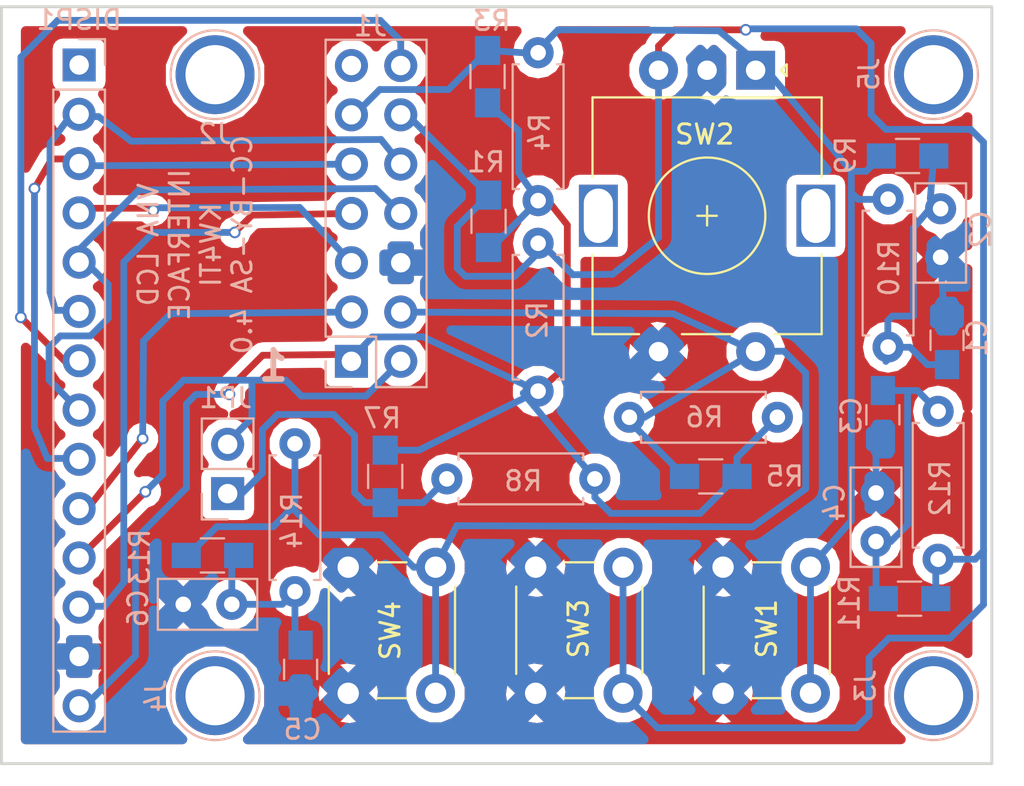
<source format=kicad_pcb>
(kicad_pcb (version 4) (host pcbnew 4.0.7)

  (general
    (links 68)
    (no_connects 0)
    (area 99.924999 51.525 164.1584 92.247619)
    (thickness 1.6)
    (drawings 6)
    (tracks 252)
    (zones 0)
    (modules 31)
    (nets 18)
  )

  (page A4)
  (layers
    (0 F.Cu signal)
    (31 B.Cu signal)
    (32 B.Adhes user)
    (33 F.Adhes user)
    (34 B.Paste user)
    (35 F.Paste user)
    (36 B.SilkS user)
    (37 F.SilkS user)
    (38 B.Mask user)
    (39 F.Mask user)
    (40 Dwgs.User user)
    (41 Cmts.User user)
    (42 Eco1.User user)
    (43 Eco2.User user)
    (44 Edge.Cuts user)
    (45 Margin user)
    (46 B.CrtYd user)
    (47 F.CrtYd user)
    (48 B.Fab user)
    (49 F.Fab user)
  )

  (setup
    (last_trace_width 0.25)
    (user_trace_width 0.35)
    (user_trace_width 0.5)
    (trace_clearance 0.2)
    (zone_clearance 0.5)
    (zone_45_only no)
    (trace_min 0.2)
    (segment_width 0.2)
    (edge_width 0.15)
    (via_size 0.6)
    (via_drill 0.4)
    (via_min_size 0.4)
    (via_min_drill 0.3)
    (uvia_size 0.3)
    (uvia_drill 0.1)
    (uvias_allowed no)
    (uvia_min_size 0.2)
    (uvia_min_drill 0.1)
    (pcb_text_width 0.3)
    (pcb_text_size 1.5 1.5)
    (mod_edge_width 0.15)
    (mod_text_size 1 1)
    (mod_text_width 0.15)
    (pad_size 4.064 4.064)
    (pad_drill 3.048)
    (pad_to_mask_clearance 0.2)
    (aux_axis_origin 0 0)
    (visible_elements 7FFFFFFF)
    (pcbplotparams
      (layerselection 0x010f0_80000001)
      (usegerberextensions false)
      (excludeedgelayer true)
      (linewidth 0.100000)
      (plotframeref false)
      (viasonmask false)
      (mode 1)
      (useauxorigin false)
      (hpglpennumber 1)
      (hpglpenspeed 20)
      (hpglpendiameter 15)
      (hpglpenoverlay 2)
      (psnegative false)
      (psa4output false)
      (plotreference true)
      (plotvalue true)
      (plotinvisibletext false)
      (padsonsilk false)
      (subtractmaskfromsilk false)
      (outputformat 1)
      (mirror false)
      (drillshape 0)
      (scaleselection 1)
      (outputdirectory gerber))
  )

  (net 0 "")
  (net 1 +5V)
  (net 2 CS4)
  (net 3 CS3)
  (net 4 CS5)
  (net 5 CS2)
  (net 6 GND)
  (net 7 CS1)
  (net 8 SCK)
  (net 9 MOSI)
  (net 10 MISO)
  (net 11 INTF1)
  (net 12 INTF2)
  (net 13 "Net-(JP1-Pad1)")
  (net 14 "Net-(C1-Pad1)")
  (net 15 "Net-(C3-Pad1)")
  (net 16 "Net-(C5-Pad1)")
  (net 17 LEDPWR)

  (net_class Default "This is the default net class."
    (clearance 0.2)
    (trace_width 0.25)
    (via_dia 0.6)
    (via_drill 0.4)
    (uvia_dia 0.3)
    (uvia_drill 0.1)
    (add_net +5V)
    (add_net CS1)
    (add_net CS2)
    (add_net CS3)
    (add_net CS4)
    (add_net CS5)
    (add_net GND)
    (add_net INTF1)
    (add_net INTF2)
    (add_net LEDPWR)
    (add_net MISO)
    (add_net MOSI)
    (add_net "Net-(C1-Pad1)")
    (add_net "Net-(C3-Pad1)")
    (add_net "Net-(C5-Pad1)")
    (add_net "Net-(JP1-Pad1)")
    (add_net SCK)
  )

  (module daughterboard:RotaryEncoder_Alps_EC11E-Switch_Vertical_H20mm (layer F.Cu) (tedit 5DAFBBE2) (tstamp 5DAF8504)
    (at 138.8364 55.2704 270)
    (descr "Alps rotary encoder, EC12E... with switch, vertical shaft, http://www.alps.com/prod/info/E/HTML/Encoder/Incremental/EC11/EC11E15204A3.html")
    (tags "rotary encoder")
    (path /5DAF842B)
    (fp_text reference SW2 (at 3.305 2.625 360) (layer F.SilkS)
      (effects (font (size 1 1) (thickness 0.15)))
    )
    (fp_text value Rotary_Encoder_Switch_Alps (at 7.5 10.4 270) (layer F.Fab)
      (effects (font (size 1 1) (thickness 0.15)))
    )
    (fp_text user %R (at 11.1 6.3 270) (layer F.Fab)
      (effects (font (size 1 1) (thickness 0.15)))
    )
    (fp_line (start 7 2.5) (end 8 2.5) (layer F.SilkS) (width 0.12))
    (fp_line (start 7.5 2) (end 7.5 3) (layer F.SilkS) (width 0.12))
    (fp_line (start 13.6 6) (end 13.6 8.4) (layer F.SilkS) (width 0.12))
    (fp_line (start 13.6 1.2) (end 13.6 3.8) (layer F.SilkS) (width 0.12))
    (fp_line (start 13.6 -3.4) (end 13.6 -1) (layer F.SilkS) (width 0.12))
    (fp_line (start 4.5 2.5) (end 10.5 2.5) (layer F.Fab) (width 0.12))
    (fp_line (start 7.5 -0.5) (end 7.5 5.5) (layer F.Fab) (width 0.12))
    (fp_line (start 0.3 -1.6) (end 0 -1.3) (layer F.SilkS) (width 0.12))
    (fp_line (start -0.3 -1.6) (end 0.3 -1.6) (layer F.SilkS) (width 0.12))
    (fp_line (start 0 -1.3) (end -0.3 -1.6) (layer F.SilkS) (width 0.12))
    (fp_line (start 1.4 -3.4) (end 1.4 8.4) (layer F.SilkS) (width 0.12))
    (fp_line (start 5.5 -3.4) (end 1.4 -3.4) (layer F.SilkS) (width 0.12))
    (fp_line (start 5.5 8.4) (end 1.4 8.4) (layer F.SilkS) (width 0.12))
    (fp_line (start 13.6 8.4) (end 9.5 8.4) (layer F.SilkS) (width 0.12))
    (fp_line (start 9.5 -3.4) (end 13.6 -3.4) (layer F.SilkS) (width 0.12))
    (fp_line (start 1.5 -2.2) (end 2.5 -3.3) (layer F.Fab) (width 0.12))
    (fp_line (start 1.5 8.3) (end 1.5 -2.2) (layer F.Fab) (width 0.12))
    (fp_line (start 13.5 8.3) (end 1.5 8.3) (layer F.Fab) (width 0.12))
    (fp_line (start 13.5 -3.3) (end 13.5 8.3) (layer F.Fab) (width 0.12))
    (fp_line (start 2.5 -3.3) (end 13.5 -3.3) (layer F.Fab) (width 0.12))
    (fp_line (start -1.5 -4.6) (end 16 -4.6) (layer F.CrtYd) (width 0.05))
    (fp_line (start -1.5 -4.6) (end -1.5 9.6) (layer F.CrtYd) (width 0.05))
    (fp_line (start 16 9.6) (end 16 -4.6) (layer F.CrtYd) (width 0.05))
    (fp_line (start 16 9.6) (end -1.5 9.6) (layer F.CrtYd) (width 0.05))
    (fp_circle (center 7.5 2.5) (end 10.5 2.5) (layer F.SilkS) (width 0.12))
    (fp_circle (center 7.5 2.5) (end 10.5 2.5) (layer F.Fab) (width 0.12))
    (pad S1 thru_hole circle (at 14.5 5 270) (size 2 2) (drill 1) (layers *.Cu *.Mask)
      (net 6 GND))
    (pad S2 thru_hole circle (at 14.5 0 270) (size 2 2) (drill 1) (layers *.Cu *.Mask)
      (net 4 CS5))
    (pad MP thru_hole rect (at 7.5 8.1 270) (size 3.2 2) (drill oval 2.8 1.5) (layers *.Cu *.Mask))
    (pad MP thru_hole rect (at 7.5 -3.1 270) (size 3.2 2) (drill oval 2.8 1.5) (layers *.Cu *.Mask))
    (pad B thru_hole circle (at 0 5 270) (size 2 2) (drill 1) (layers *.Cu *.Mask)
      (net 12 INTF2))
    (pad C thru_hole circle (at 0 2.5 270) (size 2 2) (drill 1) (layers *.Cu *.Mask)
      (net 6 GND))
    (pad A thru_hole rect (at 0 0 270) (size 2 2) (drill 1) (layers *.Cu *.Mask)
      (net 11 INTF1))
    (model ${KISYS3DMOD}/Rotary_Encoder.3dshapes/RotaryEncoder_Alps_EC11E-Switch_Vertical_H20mm.wrl
      (at (xyz 0 0 0))
      (scale (xyz 1 1 1))
      (rotate (xyz 0 0 0))
    )
  )

  (module Resistors_THT:R_Axial_DIN0207_L6.3mm_D2.5mm_P7.62mm_Horizontal (layer B.Cu) (tedit 5DAF7D37) (tstamp 5DAF7D93)
    (at 127.635 61.9887 90)
    (descr "Resistor, Axial_DIN0207 series, Axial, Horizontal, pin pitch=7.62mm, 0.25W = 1/4W, length*diameter=6.3*2.5mm^2, http://cdn-reichelt.de/documents/datenblatt/B400/1_4W%23YAG.pdf")
    (tags "Resistor Axial_DIN0207 series Axial Horizontal pin pitch 7.62mm 0.25W = 1/4W length 6.3mm diameter 2.5mm")
    (path /5DAF857E)
    (fp_text reference R4 (at 3.5306 0.08128 90) (layer B.SilkS)
      (effects (font (size 1 1) (thickness 0.15)) (justify mirror))
    )
    (fp_text value 100k (at 3.81 -2.31 90) (layer B.Fab)
      (effects (font (size 1 1) (thickness 0.15)) (justify mirror))
    )
    (fp_line (start 0.66 1.25) (end 0.66 -1.25) (layer B.Fab) (width 0.1))
    (fp_line (start 0.66 -1.25) (end 6.96 -1.25) (layer B.Fab) (width 0.1))
    (fp_line (start 6.96 -1.25) (end 6.96 1.25) (layer B.Fab) (width 0.1))
    (fp_line (start 6.96 1.25) (end 0.66 1.25) (layer B.Fab) (width 0.1))
    (fp_line (start 0 0) (end 0.66 0) (layer B.Fab) (width 0.1))
    (fp_line (start 7.62 0) (end 6.96 0) (layer B.Fab) (width 0.1))
    (fp_line (start 0.6 0.98) (end 0.6 1.31) (layer B.SilkS) (width 0.12))
    (fp_line (start 0.6 1.31) (end 7.02 1.31) (layer B.SilkS) (width 0.12))
    (fp_line (start 7.02 1.31) (end 7.02 0.98) (layer B.SilkS) (width 0.12))
    (fp_line (start 0.6 -0.98) (end 0.6 -1.31) (layer B.SilkS) (width 0.12))
    (fp_line (start 0.6 -1.31) (end 7.02 -1.31) (layer B.SilkS) (width 0.12))
    (fp_line (start 7.02 -1.31) (end 7.02 -0.98) (layer B.SilkS) (width 0.12))
    (fp_line (start -1.05 1.6) (end -1.05 -1.6) (layer B.CrtYd) (width 0.05))
    (fp_line (start -1.05 -1.6) (end 8.7 -1.6) (layer B.CrtYd) (width 0.05))
    (fp_line (start 8.7 -1.6) (end 8.7 1.6) (layer B.CrtYd) (width 0.05))
    (fp_line (start 8.7 1.6) (end -1.05 1.6) (layer B.CrtYd) (width 0.05))
    (pad 1 thru_hole circle (at 0 0 90) (size 1.6 1.6) (drill 0.8) (layers *.Cu *.Mask)
      (net 1 +5V))
    (pad 2 thru_hole oval (at 7.62 0 90) (size 1.6 1.6) (drill 0.8) (layers *.Cu *.Mask)
      (net 11 INTF1))
    (model ${KISYS3DMOD}/Resistors_THT.3dshapes/R_Axial_DIN0207_L6.3mm_D2.5mm_P7.62mm_Horizontal.wrl
      (at (xyz 0 0 0))
      (scale (xyz 0.393701 0.393701 0.393701))
      (rotate (xyz 0 0 0))
    )
  )

  (module Pin_Headers:Pin_Header_Straight_2x07_Pitch2.54mm (layer B.Cu) (tedit 5DB0484B) (tstamp 5DAF7D2F)
    (at 118.0211 70.2691)
    (descr "Through hole straight pin header, 2x07, 2.54mm pitch, double rows")
    (tags "Through hole pin header THT 2x07 2.54mm double row")
    (path /5DAF733B)
    (fp_text reference J1 (at 0.9789 -17.2691) (layer B.SilkS)
      (effects (font (size 1 1) (thickness 0.15)) (justify mirror))
    )
    (fp_text value Conn_02x07_Odd_Even (at 1.27 -17.57) (layer B.Fab)
      (effects (font (size 1 1) (thickness 0.15)) (justify mirror))
    )
    (fp_line (start 0 1.27) (end 3.81 1.27) (layer B.Fab) (width 0.1))
    (fp_line (start 3.81 1.27) (end 3.81 -16.51) (layer B.Fab) (width 0.1))
    (fp_line (start 3.81 -16.51) (end -1.27 -16.51) (layer B.Fab) (width 0.1))
    (fp_line (start -1.27 -16.51) (end -1.27 0) (layer B.Fab) (width 0.1))
    (fp_line (start -1.27 0) (end 0 1.27) (layer B.Fab) (width 0.1))
    (fp_line (start -1.33 -16.57) (end 3.87 -16.57) (layer B.SilkS) (width 0.12))
    (fp_line (start -1.33 -1.27) (end -1.33 -16.57) (layer B.SilkS) (width 0.12))
    (fp_line (start 3.87 1.33) (end 3.87 -16.57) (layer B.SilkS) (width 0.12))
    (fp_line (start -1.33 -1.27) (end 1.27 -1.27) (layer B.SilkS) (width 0.12))
    (fp_line (start 1.27 -1.27) (end 1.27 1.33) (layer B.SilkS) (width 0.12))
    (fp_line (start 1.27 1.33) (end 3.87 1.33) (layer B.SilkS) (width 0.12))
    (fp_line (start -1.33 0) (end -1.33 1.33) (layer B.SilkS) (width 0.12))
    (fp_line (start -1.33 1.33) (end 0 1.33) (layer B.SilkS) (width 0.12))
    (fp_line (start -1.8 1.8) (end -1.8 -17.05) (layer B.CrtYd) (width 0.05))
    (fp_line (start -1.8 -17.05) (end 4.35 -17.05) (layer B.CrtYd) (width 0.05))
    (fp_line (start 4.35 -17.05) (end 4.35 1.8) (layer B.CrtYd) (width 0.05))
    (fp_line (start 4.35 1.8) (end -1.8 1.8) (layer B.CrtYd) (width 0.05))
    (fp_text user %R (at 1.27 -7.62 270) (layer B.Fab)
      (effects (font (size 1 1) (thickness 0.15)) (justify mirror))
    )
    (pad 1 thru_hole rect (at 0 0) (size 1.7 1.7) (drill 1) (layers *.Cu *.Mask)
      (net 1 +5V))
    (pad 2 thru_hole oval (at 2.54 0) (size 1.7 1.7) (drill 1) (layers *.Cu *.Mask)
      (net 2 CS4))
    (pad 3 thru_hole oval (at 0 -2.54) (size 1.7 1.7) (drill 1) (layers *.Cu *.Mask)
      (net 3 CS3))
    (pad 4 thru_hole oval (at 2.54 -2.54) (size 1.7 1.7) (drill 1) (layers *.Cu *.Mask)
      (net 4 CS5))
    (pad 5 thru_hole oval (at 0 -5.08) (size 1.7 1.7) (drill 1) (layers *.Cu *.Mask)
      (net 5 CS2))
    (pad 6 thru_hole oval (at 2.54 -5.08) (size 1.7 1.7) (drill 1) (layers *.Cu *.Mask)
      (net 6 GND))
    (pad 7 thru_hole oval (at 0 -7.62) (size 1.7 1.7) (drill 1) (layers *.Cu *.Mask)
      (net 7 CS1))
    (pad 8 thru_hole oval (at 2.54 -7.62) (size 1.7 1.7) (drill 1) (layers *.Cu *.Mask)
      (net 8 SCK))
    (pad 9 thru_hole oval (at 0 -10.16) (size 1.7 1.7) (drill 1) (layers *.Cu *.Mask)
      (net 9 MOSI))
    (pad 10 thru_hole oval (at 2.54 -10.16) (size 1.7 1.7) (drill 1) (layers *.Cu *.Mask)
      (net 10 MISO))
    (pad 11 thru_hole oval (at 0 -12.7) (size 1.7 1.7) (drill 1) (layers *.Cu *.Mask)
      (net 11 INTF1))
    (pad 12 thru_hole oval (at 2.54 -12.7) (size 1.7 1.7) (drill 1) (layers *.Cu *.Mask)
      (net 12 INTF2))
    (pad 13 thru_hole oval (at 0 -15.24) (size 1.7 1.7) (drill 1) (layers *.Cu *.Mask))
    (pad 14 thru_hole oval (at 2.54 -15.24) (size 1.7 1.7) (drill 1) (layers *.Cu *.Mask)
      (net 17 LEDPWR))
    (model ${KISYS3DMOD}/Pin_Headers.3dshapes/Pin_Header_Straight_2x07_Pitch2.54mm.wrl
      (at (xyz 0 0 0))
      (scale (xyz 1 1 1))
      (rotate (xyz 0 0 0))
    )
  )

  (module Pin_Headers:Pin_Header_Straight_1x02_Pitch2.54mm (layer B.Cu) (tedit 5DB04B3A) (tstamp 5DAF7D45)
    (at 111.64824 77.08646)
    (descr "Through hole straight pin header, 1x02, 2.54mm pitch, single row")
    (tags "Through hole pin header THT 1x02 2.54mm single row")
    (path /5DAF7D9A)
    (fp_text reference JP1 (at -0.1016 -4.9276) (layer B.SilkS)
      (effects (font (size 1 1) (thickness 0.15)) (justify mirror))
    )
    (fp_text value Jumper_NO_Small (at 0 -4.87) (layer B.Fab)
      (effects (font (size 1 1) (thickness 0.15)) (justify mirror))
    )
    (fp_line (start -0.635 1.27) (end 1.27 1.27) (layer B.Fab) (width 0.1))
    (fp_line (start 1.27 1.27) (end 1.27 -3.81) (layer B.Fab) (width 0.1))
    (fp_line (start 1.27 -3.81) (end -1.27 -3.81) (layer B.Fab) (width 0.1))
    (fp_line (start -1.27 -3.81) (end -1.27 0.635) (layer B.Fab) (width 0.1))
    (fp_line (start -1.27 0.635) (end -0.635 1.27) (layer B.Fab) (width 0.1))
    (fp_line (start -1.33 -3.87) (end 1.33 -3.87) (layer B.SilkS) (width 0.12))
    (fp_line (start -1.33 -1.27) (end -1.33 -3.87) (layer B.SilkS) (width 0.12))
    (fp_line (start 1.33 -1.27) (end 1.33 -3.87) (layer B.SilkS) (width 0.12))
    (fp_line (start -1.33 -1.27) (end 1.33 -1.27) (layer B.SilkS) (width 0.12))
    (fp_line (start -1.33 0) (end -1.33 1.33) (layer B.SilkS) (width 0.12))
    (fp_line (start -1.33 1.33) (end 0 1.33) (layer B.SilkS) (width 0.12))
    (fp_line (start -1.8 1.8) (end -1.8 -4.35) (layer B.CrtYd) (width 0.05))
    (fp_line (start -1.8 -4.35) (end 1.8 -4.35) (layer B.CrtYd) (width 0.05))
    (fp_line (start 1.8 -4.35) (end 1.8 1.8) (layer B.CrtYd) (width 0.05))
    (fp_line (start 1.8 1.8) (end -1.8 1.8) (layer B.CrtYd) (width 0.05))
    (fp_text user %R (at 0 -1.27 270) (layer B.Fab)
      (effects (font (size 1 1) (thickness 0.15)) (justify mirror))
    )
    (pad 1 thru_hole rect (at 0 0) (size 1.7 1.7) (drill 1) (layers *.Cu *.Mask)
      (net 13 "Net-(JP1-Pad1)"))
    (pad 2 thru_hole oval (at 0 -2.54) (size 1.7 1.7) (drill 1) (layers *.Cu *.Mask)
      (net 2 CS4))
    (model ${KISYS3DMOD}/Pin_Headers.3dshapes/Pin_Header_Straight_1x02_Pitch2.54mm.wrl
      (at (xyz 0 0 0))
      (scale (xyz 1 1 1))
      (rotate (xyz 0 0 0))
    )
  )

  (module Resistors_SMD:R_0805_HandSoldering (layer B.Cu) (tedit 5DAFB503) (tstamp 5DAF7D56)
    (at 125.0823 63.0555 90)
    (descr "Resistor SMD 0805, hand soldering")
    (tags "resistor 0805")
    (path /5DAF86AC)
    (attr smd)
    (fp_text reference R1 (at 3.048 -0.127 180) (layer B.SilkS)
      (effects (font (size 1 1) (thickness 0.15)) (justify mirror))
    )
    (fp_text value 100k (at 0 -1.75 90) (layer B.Fab)
      (effects (font (size 1 1) (thickness 0.15)) (justify mirror))
    )
    (fp_text user %R (at 0 0 90) (layer B.Fab)
      (effects (font (size 0.5 0.5) (thickness 0.075)) (justify mirror))
    )
    (fp_line (start -1 -0.62) (end -1 0.62) (layer B.Fab) (width 0.1))
    (fp_line (start 1 -0.62) (end -1 -0.62) (layer B.Fab) (width 0.1))
    (fp_line (start 1 0.62) (end 1 -0.62) (layer B.Fab) (width 0.1))
    (fp_line (start -1 0.62) (end 1 0.62) (layer B.Fab) (width 0.1))
    (fp_line (start 0.6 -0.88) (end -0.6 -0.88) (layer B.SilkS) (width 0.12))
    (fp_line (start -0.6 0.88) (end 0.6 0.88) (layer B.SilkS) (width 0.12))
    (fp_line (start -2.35 0.9) (end 2.35 0.9) (layer B.CrtYd) (width 0.05))
    (fp_line (start -2.35 0.9) (end -2.35 -0.9) (layer B.CrtYd) (width 0.05))
    (fp_line (start 2.35 -0.9) (end 2.35 0.9) (layer B.CrtYd) (width 0.05))
    (fp_line (start 2.35 -0.9) (end -2.35 -0.9) (layer B.CrtYd) (width 0.05))
    (pad 1 smd rect (at -1.35 0 90) (size 1.5 1.3) (layers B.Cu B.Paste B.Mask)
      (net 1 +5V))
    (pad 2 smd rect (at 1.35 0 90) (size 1.5 1.3) (layers B.Cu B.Paste B.Mask)
      (net 12 INTF2))
    (model ${KISYS3DMOD}/Resistors_SMD.3dshapes/R_0805.wrl
      (at (xyz 0 0 0))
      (scale (xyz 1 1 1))
      (rotate (xyz 0 0 0))
    )
  )

  (module Resistors_THT:R_Axial_DIN0207_L6.3mm_D2.5mm_P7.62mm_Horizontal (layer B.Cu) (tedit 5DAF7D31) (tstamp 5DAF7D6C)
    (at 127.635 71.8058 90)
    (descr "Resistor, Axial_DIN0207 series, Axial, Horizontal, pin pitch=7.62mm, 0.25W = 1/4W, length*diameter=6.3*2.5mm^2, http://cdn-reichelt.de/documents/datenblatt/B400/1_4W%23YAG.pdf")
    (tags "Resistor Axial_DIN0207 series Axial Horizontal pin pitch 7.62mm 0.25W = 1/4W length 6.3mm diameter 2.5mm")
    (path /5DAF86A6)
    (fp_text reference R2 (at 3.65252 -0.04064 90) (layer B.SilkS)
      (effects (font (size 1 1) (thickness 0.15)) (justify mirror))
    )
    (fp_text value 100k (at 3.81 -2.31 90) (layer B.Fab)
      (effects (font (size 1 1) (thickness 0.15)) (justify mirror))
    )
    (fp_line (start 0.66 1.25) (end 0.66 -1.25) (layer B.Fab) (width 0.1))
    (fp_line (start 0.66 -1.25) (end 6.96 -1.25) (layer B.Fab) (width 0.1))
    (fp_line (start 6.96 -1.25) (end 6.96 1.25) (layer B.Fab) (width 0.1))
    (fp_line (start 6.96 1.25) (end 0.66 1.25) (layer B.Fab) (width 0.1))
    (fp_line (start 0 0) (end 0.66 0) (layer B.Fab) (width 0.1))
    (fp_line (start 7.62 0) (end 6.96 0) (layer B.Fab) (width 0.1))
    (fp_line (start 0.6 0.98) (end 0.6 1.31) (layer B.SilkS) (width 0.12))
    (fp_line (start 0.6 1.31) (end 7.02 1.31) (layer B.SilkS) (width 0.12))
    (fp_line (start 7.02 1.31) (end 7.02 0.98) (layer B.SilkS) (width 0.12))
    (fp_line (start 0.6 -0.98) (end 0.6 -1.31) (layer B.SilkS) (width 0.12))
    (fp_line (start 0.6 -1.31) (end 7.02 -1.31) (layer B.SilkS) (width 0.12))
    (fp_line (start 7.02 -1.31) (end 7.02 -0.98) (layer B.SilkS) (width 0.12))
    (fp_line (start -1.05 1.6) (end -1.05 -1.6) (layer B.CrtYd) (width 0.05))
    (fp_line (start -1.05 -1.6) (end 8.7 -1.6) (layer B.CrtYd) (width 0.05))
    (fp_line (start 8.7 -1.6) (end 8.7 1.6) (layer B.CrtYd) (width 0.05))
    (fp_line (start 8.7 1.6) (end -1.05 1.6) (layer B.CrtYd) (width 0.05))
    (pad 1 thru_hole circle (at 0 0 90) (size 1.6 1.6) (drill 0.8) (layers *.Cu *.Mask)
      (net 1 +5V))
    (pad 2 thru_hole oval (at 7.62 0 90) (size 1.6 1.6) (drill 0.8) (layers *.Cu *.Mask)
      (net 12 INTF2))
    (model ${KISYS3DMOD}/Resistors_THT.3dshapes/R_Axial_DIN0207_L6.3mm_D2.5mm_P7.62mm_Horizontal.wrl
      (at (xyz 0 0 0))
      (scale (xyz 0.393701 0.393701 0.393701))
      (rotate (xyz 0 0 0))
    )
  )

  (module Resistors_SMD:R_0805_HandSoldering (layer B.Cu) (tedit 5DAFB9AF) (tstamp 5DAF7D7D)
    (at 125.0315 55.6006 90)
    (descr "Resistor SMD 0805, hand soldering")
    (tags "resistor 0805")
    (path /5DAF8584)
    (attr smd)
    (fp_text reference R3 (at 2.88 0.207 180) (layer B.SilkS)
      (effects (font (size 1 1) (thickness 0.15)) (justify mirror))
    )
    (fp_text value 100k (at 0 -1.75 90) (layer B.Fab)
      (effects (font (size 1 1) (thickness 0.15)) (justify mirror))
    )
    (fp_text user %R (at 0 0 90) (layer B.Fab)
      (effects (font (size 0.5 0.5) (thickness 0.075)) (justify mirror))
    )
    (fp_line (start -1 -0.62) (end -1 0.62) (layer B.Fab) (width 0.1))
    (fp_line (start 1 -0.62) (end -1 -0.62) (layer B.Fab) (width 0.1))
    (fp_line (start 1 0.62) (end 1 -0.62) (layer B.Fab) (width 0.1))
    (fp_line (start -1 0.62) (end 1 0.62) (layer B.Fab) (width 0.1))
    (fp_line (start 0.6 -0.88) (end -0.6 -0.88) (layer B.SilkS) (width 0.12))
    (fp_line (start -0.6 0.88) (end 0.6 0.88) (layer B.SilkS) (width 0.12))
    (fp_line (start -2.35 0.9) (end 2.35 0.9) (layer B.CrtYd) (width 0.05))
    (fp_line (start -2.35 0.9) (end -2.35 -0.9) (layer B.CrtYd) (width 0.05))
    (fp_line (start 2.35 -0.9) (end 2.35 0.9) (layer B.CrtYd) (width 0.05))
    (fp_line (start 2.35 -0.9) (end -2.35 -0.9) (layer B.CrtYd) (width 0.05))
    (pad 1 smd rect (at -1.35 0 90) (size 1.5 1.3) (layers B.Cu B.Paste B.Mask)
      (net 1 +5V))
    (pad 2 smd rect (at 1.35 0 90) (size 1.5 1.3) (layers B.Cu B.Paste B.Mask)
      (net 11 INTF1))
    (model ${KISYS3DMOD}/Resistors_SMD.3dshapes/R_0805.wrl
      (at (xyz 0 0 0))
      (scale (xyz 1 1 1))
      (rotate (xyz 0 0 0))
    )
  )

  (module Resistors_SMD:R_0805_HandSoldering (layer B.Cu) (tedit 5DAFB575) (tstamp 5DAF7DA4)
    (at 136.525 76.2 180)
    (descr "Resistor SMD 0805, hand soldering")
    (tags "resistor 0805")
    (path /5DAF7B1F)
    (attr smd)
    (fp_text reference R5 (at -3.81 0 180) (layer B.SilkS)
      (effects (font (size 1 1) (thickness 0.15)) (justify mirror))
    )
    (fp_text value 100k (at 0 -1.75 180) (layer B.Fab)
      (effects (font (size 1 1) (thickness 0.15)) (justify mirror))
    )
    (fp_text user %R (at 0 0 180) (layer B.Fab)
      (effects (font (size 0.5 0.5) (thickness 0.075)) (justify mirror))
    )
    (fp_line (start -1 -0.62) (end -1 0.62) (layer B.Fab) (width 0.1))
    (fp_line (start 1 -0.62) (end -1 -0.62) (layer B.Fab) (width 0.1))
    (fp_line (start 1 0.62) (end 1 -0.62) (layer B.Fab) (width 0.1))
    (fp_line (start -1 0.62) (end 1 0.62) (layer B.Fab) (width 0.1))
    (fp_line (start 0.6 -0.88) (end -0.6 -0.88) (layer B.SilkS) (width 0.12))
    (fp_line (start -0.6 0.88) (end 0.6 0.88) (layer B.SilkS) (width 0.12))
    (fp_line (start -2.35 0.9) (end 2.35 0.9) (layer B.CrtYd) (width 0.05))
    (fp_line (start -2.35 0.9) (end -2.35 -0.9) (layer B.CrtYd) (width 0.05))
    (fp_line (start 2.35 -0.9) (end 2.35 0.9) (layer B.CrtYd) (width 0.05))
    (fp_line (start 2.35 -0.9) (end -2.35 -0.9) (layer B.CrtYd) (width 0.05))
    (pad 1 smd rect (at -1.35 0 180) (size 1.5 1.3) (layers B.Cu B.Paste B.Mask)
      (net 1 +5V))
    (pad 2 smd rect (at 1.35 0 180) (size 1.5 1.3) (layers B.Cu B.Paste B.Mask)
      (net 4 CS5))
    (model ${KISYS3DMOD}/Resistors_SMD.3dshapes/R_0805.wrl
      (at (xyz 0 0 0))
      (scale (xyz 1 1 1))
      (rotate (xyz 0 0 0))
    )
  )

  (module Resistors_THT:R_Axial_DIN0207_L6.3mm_D2.5mm_P7.62mm_Horizontal (layer B.Cu) (tedit 5DAF7D34) (tstamp 5DAF7DBA)
    (at 139.954 73.152 180)
    (descr "Resistor, Axial_DIN0207 series, Axial, Horizontal, pin pitch=7.62mm, 0.25W = 1/4W, length*diameter=6.3*2.5mm^2, http://cdn-reichelt.de/documents/datenblatt/B400/1_4W%23YAG.pdf")
    (tags "Resistor Axial_DIN0207 series Axial Horizontal pin pitch 7.62mm 0.25W = 1/4W length 6.3mm diameter 2.5mm")
    (path /5DAF7B9F)
    (fp_text reference R6 (at 3.75412 0.00508 180) (layer B.SilkS)
      (effects (font (size 1 1) (thickness 0.15)) (justify mirror))
    )
    (fp_text value 100k (at 3.81 -2.31 180) (layer B.Fab)
      (effects (font (size 1 1) (thickness 0.15)) (justify mirror))
    )
    (fp_line (start 0.66 1.25) (end 0.66 -1.25) (layer B.Fab) (width 0.1))
    (fp_line (start 0.66 -1.25) (end 6.96 -1.25) (layer B.Fab) (width 0.1))
    (fp_line (start 6.96 -1.25) (end 6.96 1.25) (layer B.Fab) (width 0.1))
    (fp_line (start 6.96 1.25) (end 0.66 1.25) (layer B.Fab) (width 0.1))
    (fp_line (start 0 0) (end 0.66 0) (layer B.Fab) (width 0.1))
    (fp_line (start 7.62 0) (end 6.96 0) (layer B.Fab) (width 0.1))
    (fp_line (start 0.6 0.98) (end 0.6 1.31) (layer B.SilkS) (width 0.12))
    (fp_line (start 0.6 1.31) (end 7.02 1.31) (layer B.SilkS) (width 0.12))
    (fp_line (start 7.02 1.31) (end 7.02 0.98) (layer B.SilkS) (width 0.12))
    (fp_line (start 0.6 -0.98) (end 0.6 -1.31) (layer B.SilkS) (width 0.12))
    (fp_line (start 0.6 -1.31) (end 7.02 -1.31) (layer B.SilkS) (width 0.12))
    (fp_line (start 7.02 -1.31) (end 7.02 -0.98) (layer B.SilkS) (width 0.12))
    (fp_line (start -1.05 1.6) (end -1.05 -1.6) (layer B.CrtYd) (width 0.05))
    (fp_line (start -1.05 -1.6) (end 8.7 -1.6) (layer B.CrtYd) (width 0.05))
    (fp_line (start 8.7 -1.6) (end 8.7 1.6) (layer B.CrtYd) (width 0.05))
    (fp_line (start 8.7 1.6) (end -1.05 1.6) (layer B.CrtYd) (width 0.05))
    (pad 1 thru_hole circle (at 0 0 180) (size 1.6 1.6) (drill 0.8) (layers *.Cu *.Mask)
      (net 1 +5V))
    (pad 2 thru_hole oval (at 7.62 0 180) (size 1.6 1.6) (drill 0.8) (layers *.Cu *.Mask)
      (net 4 CS5))
    (model ${KISYS3DMOD}/Resistors_THT.3dshapes/R_Axial_DIN0207_L6.3mm_D2.5mm_P7.62mm_Horizontal.wrl
      (at (xyz 0 0 0))
      (scale (xyz 0.393701 0.393701 0.393701))
      (rotate (xyz 0 0 0))
    )
  )

  (module Resistors_SMD:R_0805_HandSoldering (layer B.Cu) (tedit 5DAFBAFE) (tstamp 5DAF7DCB)
    (at 119.761 76.2 270)
    (descr "Resistor SMD 0805, hand soldering")
    (tags "resistor 0805")
    (path /5DAF7CA1)
    (attr smd)
    (fp_text reference R7 (at -3 0.161 360) (layer B.SilkS)
      (effects (font (size 1 1) (thickness 0.15)) (justify mirror))
    )
    (fp_text value 100k (at 0 -1.75 270) (layer B.Fab)
      (effects (font (size 1 1) (thickness 0.15)) (justify mirror))
    )
    (fp_text user %R (at 0 0 270) (layer B.Fab)
      (effects (font (size 0.5 0.5) (thickness 0.075)) (justify mirror))
    )
    (fp_line (start -1 -0.62) (end -1 0.62) (layer B.Fab) (width 0.1))
    (fp_line (start 1 -0.62) (end -1 -0.62) (layer B.Fab) (width 0.1))
    (fp_line (start 1 0.62) (end 1 -0.62) (layer B.Fab) (width 0.1))
    (fp_line (start -1 0.62) (end 1 0.62) (layer B.Fab) (width 0.1))
    (fp_line (start 0.6 -0.88) (end -0.6 -0.88) (layer B.SilkS) (width 0.12))
    (fp_line (start -0.6 0.88) (end 0.6 0.88) (layer B.SilkS) (width 0.12))
    (fp_line (start -2.35 0.9) (end 2.35 0.9) (layer B.CrtYd) (width 0.05))
    (fp_line (start -2.35 0.9) (end -2.35 -0.9) (layer B.CrtYd) (width 0.05))
    (fp_line (start 2.35 -0.9) (end 2.35 0.9) (layer B.CrtYd) (width 0.05))
    (fp_line (start 2.35 -0.9) (end -2.35 -0.9) (layer B.CrtYd) (width 0.05))
    (pad 1 smd rect (at -1.35 0 270) (size 1.5 1.3) (layers B.Cu B.Paste B.Mask)
      (net 1 +5V))
    (pad 2 smd rect (at 1.35 0 270) (size 1.5 1.3) (layers B.Cu B.Paste B.Mask)
      (net 13 "Net-(JP1-Pad1)"))
    (model ${KISYS3DMOD}/Resistors_SMD.3dshapes/R_0805.wrl
      (at (xyz 0 0 0))
      (scale (xyz 1 1 1))
      (rotate (xyz 0 0 0))
    )
  )

  (module Resistors_THT:R_Axial_DIN0207_L6.3mm_D2.5mm_P7.62mm_Horizontal (layer B.Cu) (tedit 5DAF7D2F) (tstamp 5DAF7DE1)
    (at 130.556 76.327 180)
    (descr "Resistor, Axial_DIN0207 series, Axial, Horizontal, pin pitch=7.62mm, 0.25W = 1/4W, length*diameter=6.3*2.5mm^2, http://cdn-reichelt.de/documents/datenblatt/B400/1_4W%23YAG.pdf")
    (tags "Resistor Axial_DIN0207 series Axial Horizontal pin pitch 7.62mm 0.25W = 1/4W length 6.3mm diameter 2.5mm")
    (path /5DAF7CD1)
    (fp_text reference R8 (at 3.683 -0.11176 180) (layer B.SilkS)
      (effects (font (size 1 1) (thickness 0.15)) (justify mirror))
    )
    (fp_text value 100k (at 3.81 -2.31 180) (layer B.Fab)
      (effects (font (size 1 1) (thickness 0.15)) (justify mirror))
    )
    (fp_line (start 0.66 1.25) (end 0.66 -1.25) (layer B.Fab) (width 0.1))
    (fp_line (start 0.66 -1.25) (end 6.96 -1.25) (layer B.Fab) (width 0.1))
    (fp_line (start 6.96 -1.25) (end 6.96 1.25) (layer B.Fab) (width 0.1))
    (fp_line (start 6.96 1.25) (end 0.66 1.25) (layer B.Fab) (width 0.1))
    (fp_line (start 0 0) (end 0.66 0) (layer B.Fab) (width 0.1))
    (fp_line (start 7.62 0) (end 6.96 0) (layer B.Fab) (width 0.1))
    (fp_line (start 0.6 0.98) (end 0.6 1.31) (layer B.SilkS) (width 0.12))
    (fp_line (start 0.6 1.31) (end 7.02 1.31) (layer B.SilkS) (width 0.12))
    (fp_line (start 7.02 1.31) (end 7.02 0.98) (layer B.SilkS) (width 0.12))
    (fp_line (start 0.6 -0.98) (end 0.6 -1.31) (layer B.SilkS) (width 0.12))
    (fp_line (start 0.6 -1.31) (end 7.02 -1.31) (layer B.SilkS) (width 0.12))
    (fp_line (start 7.02 -1.31) (end 7.02 -0.98) (layer B.SilkS) (width 0.12))
    (fp_line (start -1.05 1.6) (end -1.05 -1.6) (layer B.CrtYd) (width 0.05))
    (fp_line (start -1.05 -1.6) (end 8.7 -1.6) (layer B.CrtYd) (width 0.05))
    (fp_line (start 8.7 -1.6) (end 8.7 1.6) (layer B.CrtYd) (width 0.05))
    (fp_line (start 8.7 1.6) (end -1.05 1.6) (layer B.CrtYd) (width 0.05))
    (pad 1 thru_hole circle (at 0 0 180) (size 1.6 1.6) (drill 0.8) (layers *.Cu *.Mask)
      (net 1 +5V))
    (pad 2 thru_hole oval (at 7.62 0 180) (size 1.6 1.6) (drill 0.8) (layers *.Cu *.Mask)
      (net 13 "Net-(JP1-Pad1)"))
    (model ${KISYS3DMOD}/Resistors_THT.3dshapes/R_Axial_DIN0207_L6.3mm_D2.5mm_P7.62mm_Horizontal.wrl
      (at (xyz 0 0 0))
      (scale (xyz 0.393701 0.393701 0.393701))
      (rotate (xyz 0 0 0))
    )
  )

  (module Buttons_Switches_THT:SW_PUSH_6mm (layer F.Cu) (tedit 5DAFBBD4) (tstamp 5DAF7E00)
    (at 137.16 87.376 90)
    (descr https://www.omron.com/ecb/products/pdf/en-b3f.pdf)
    (tags "tact sw push 6mm")
    (path /5DAF89E5)
    (fp_text reference SW1 (at 3.33 2.245 90) (layer F.SilkS)
      (effects (font (size 1 1) (thickness 0.15)))
    )
    (fp_text value SW_Push (at 3.75 6.7 90) (layer F.Fab)
      (effects (font (size 1 1) (thickness 0.15)))
    )
    (fp_text user %R (at 3.25 2.25 90) (layer F.Fab)
      (effects (font (size 1 1) (thickness 0.15)))
    )
    (fp_line (start 3.25 -0.75) (end 6.25 -0.75) (layer F.Fab) (width 0.1))
    (fp_line (start 6.25 -0.75) (end 6.25 5.25) (layer F.Fab) (width 0.1))
    (fp_line (start 6.25 5.25) (end 0.25 5.25) (layer F.Fab) (width 0.1))
    (fp_line (start 0.25 5.25) (end 0.25 -0.75) (layer F.Fab) (width 0.1))
    (fp_line (start 0.25 -0.75) (end 3.25 -0.75) (layer F.Fab) (width 0.1))
    (fp_line (start 7.75 6) (end 8 6) (layer F.CrtYd) (width 0.05))
    (fp_line (start 8 6) (end 8 5.75) (layer F.CrtYd) (width 0.05))
    (fp_line (start 7.75 -1.5) (end 8 -1.5) (layer F.CrtYd) (width 0.05))
    (fp_line (start 8 -1.5) (end 8 -1.25) (layer F.CrtYd) (width 0.05))
    (fp_line (start -1.5 -1.25) (end -1.5 -1.5) (layer F.CrtYd) (width 0.05))
    (fp_line (start -1.5 -1.5) (end -1.25 -1.5) (layer F.CrtYd) (width 0.05))
    (fp_line (start -1.5 5.75) (end -1.5 6) (layer F.CrtYd) (width 0.05))
    (fp_line (start -1.5 6) (end -1.25 6) (layer F.CrtYd) (width 0.05))
    (fp_line (start -1.25 -1.5) (end 7.75 -1.5) (layer F.CrtYd) (width 0.05))
    (fp_line (start -1.5 5.75) (end -1.5 -1.25) (layer F.CrtYd) (width 0.05))
    (fp_line (start 7.75 6) (end -1.25 6) (layer F.CrtYd) (width 0.05))
    (fp_line (start 8 -1.25) (end 8 5.75) (layer F.CrtYd) (width 0.05))
    (fp_line (start 1 5.5) (end 5.5 5.5) (layer F.SilkS) (width 0.12))
    (fp_line (start -0.25 1.5) (end -0.25 3) (layer F.SilkS) (width 0.12))
    (fp_line (start 5.5 -1) (end 1 -1) (layer F.SilkS) (width 0.12))
    (fp_line (start 6.75 3) (end 6.75 1.5) (layer F.SilkS) (width 0.12))
    (fp_circle (center 3.25 2.25) (end 1.25 2.5) (layer F.Fab) (width 0.1))
    (pad 2 thru_hole circle (at 0 4.5 180) (size 2 2) (drill 1.1) (layers *.Cu *.Mask)
      (net 11 INTF1))
    (pad 1 thru_hole circle (at 0 0 180) (size 2 2) (drill 1.1) (layers *.Cu *.Mask)
      (net 6 GND))
    (pad 2 thru_hole circle (at 6.5 4.5 180) (size 2 2) (drill 1.1) (layers *.Cu *.Mask)
      (net 11 INTF1))
    (pad 1 thru_hole circle (at 6.5 0 180) (size 2 2) (drill 1.1) (layers *.Cu *.Mask)
      (net 6 GND))
    (model ${KISYS3DMOD}/Buttons_Switches_THT.3dshapes/SW_PUSH_6mm.wrl
      (at (xyz 0.005 0 0))
      (scale (xyz 0.3937 0.3937 0.3937))
      (rotate (xyz 0 0 0))
    )
  )

  (module Buttons_Switches_THT:SW_PUSH_6mm (layer F.Cu) (tedit 5DAFBBD0) (tstamp 5DAF7E1F)
    (at 127.508 87.376 90)
    (descr https://www.omron.com/ecb/products/pdf/en-b3f.pdf)
    (tags "tact sw push 6mm")
    (path /5DAF8A4D)
    (fp_text reference SW3 (at 3.33 2.205 90) (layer F.SilkS)
      (effects (font (size 1 1) (thickness 0.15)))
    )
    (fp_text value SW_Push (at 3.75 6.7 90) (layer F.Fab)
      (effects (font (size 1 1) (thickness 0.15)))
    )
    (fp_text user %R (at 3.25 2.25 90) (layer F.Fab)
      (effects (font (size 1 1) (thickness 0.15)))
    )
    (fp_line (start 3.25 -0.75) (end 6.25 -0.75) (layer F.Fab) (width 0.1))
    (fp_line (start 6.25 -0.75) (end 6.25 5.25) (layer F.Fab) (width 0.1))
    (fp_line (start 6.25 5.25) (end 0.25 5.25) (layer F.Fab) (width 0.1))
    (fp_line (start 0.25 5.25) (end 0.25 -0.75) (layer F.Fab) (width 0.1))
    (fp_line (start 0.25 -0.75) (end 3.25 -0.75) (layer F.Fab) (width 0.1))
    (fp_line (start 7.75 6) (end 8 6) (layer F.CrtYd) (width 0.05))
    (fp_line (start 8 6) (end 8 5.75) (layer F.CrtYd) (width 0.05))
    (fp_line (start 7.75 -1.5) (end 8 -1.5) (layer F.CrtYd) (width 0.05))
    (fp_line (start 8 -1.5) (end 8 -1.25) (layer F.CrtYd) (width 0.05))
    (fp_line (start -1.5 -1.25) (end -1.5 -1.5) (layer F.CrtYd) (width 0.05))
    (fp_line (start -1.5 -1.5) (end -1.25 -1.5) (layer F.CrtYd) (width 0.05))
    (fp_line (start -1.5 5.75) (end -1.5 6) (layer F.CrtYd) (width 0.05))
    (fp_line (start -1.5 6) (end -1.25 6) (layer F.CrtYd) (width 0.05))
    (fp_line (start -1.25 -1.5) (end 7.75 -1.5) (layer F.CrtYd) (width 0.05))
    (fp_line (start -1.5 5.75) (end -1.5 -1.25) (layer F.CrtYd) (width 0.05))
    (fp_line (start 7.75 6) (end -1.25 6) (layer F.CrtYd) (width 0.05))
    (fp_line (start 8 -1.25) (end 8 5.75) (layer F.CrtYd) (width 0.05))
    (fp_line (start 1 5.5) (end 5.5 5.5) (layer F.SilkS) (width 0.12))
    (fp_line (start -0.25 1.5) (end -0.25 3) (layer F.SilkS) (width 0.12))
    (fp_line (start 5.5 -1) (end 1 -1) (layer F.SilkS) (width 0.12))
    (fp_line (start 6.75 3) (end 6.75 1.5) (layer F.SilkS) (width 0.12))
    (fp_circle (center 3.25 2.25) (end 1.25 2.5) (layer F.Fab) (width 0.1))
    (pad 2 thru_hole circle (at 0 4.5 180) (size 2 2) (drill 1.1) (layers *.Cu *.Mask)
      (net 12 INTF2))
    (pad 1 thru_hole circle (at 0 0 180) (size 2 2) (drill 1.1) (layers *.Cu *.Mask)
      (net 6 GND))
    (pad 2 thru_hole circle (at 6.5 4.5 180) (size 2 2) (drill 1.1) (layers *.Cu *.Mask)
      (net 12 INTF2))
    (pad 1 thru_hole circle (at 6.5 0 180) (size 2 2) (drill 1.1) (layers *.Cu *.Mask)
      (net 6 GND))
    (model ${KISYS3DMOD}/Buttons_Switches_THT.3dshapes/SW_PUSH_6mm.wrl
      (at (xyz 0.005 0 0))
      (scale (xyz 0.3937 0.3937 0.3937))
      (rotate (xyz 0 0 0))
    )
  )

  (module Buttons_Switches_THT:SW_PUSH_6mm (layer F.Cu) (tedit 5DAFBBCD) (tstamp 5DAF7E3E)
    (at 117.856 87.376 90)
    (descr https://www.omron.com/ecb/products/pdf/en-b3f.pdf)
    (tags "tact sw push 6mm")
    (path /5DAF8AFE)
    (fp_text reference SW4 (at 3.23 2.165 90) (layer F.SilkS)
      (effects (font (size 1 1) (thickness 0.15)))
    )
    (fp_text value SW_Push (at 3.75 6.7 90) (layer F.Fab)
      (effects (font (size 1 1) (thickness 0.15)))
    )
    (fp_text user %R (at 3.25 2.25 90) (layer F.Fab)
      (effects (font (size 1 1) (thickness 0.15)))
    )
    (fp_line (start 3.25 -0.75) (end 6.25 -0.75) (layer F.Fab) (width 0.1))
    (fp_line (start 6.25 -0.75) (end 6.25 5.25) (layer F.Fab) (width 0.1))
    (fp_line (start 6.25 5.25) (end 0.25 5.25) (layer F.Fab) (width 0.1))
    (fp_line (start 0.25 5.25) (end 0.25 -0.75) (layer F.Fab) (width 0.1))
    (fp_line (start 0.25 -0.75) (end 3.25 -0.75) (layer F.Fab) (width 0.1))
    (fp_line (start 7.75 6) (end 8 6) (layer F.CrtYd) (width 0.05))
    (fp_line (start 8 6) (end 8 5.75) (layer F.CrtYd) (width 0.05))
    (fp_line (start 7.75 -1.5) (end 8 -1.5) (layer F.CrtYd) (width 0.05))
    (fp_line (start 8 -1.5) (end 8 -1.25) (layer F.CrtYd) (width 0.05))
    (fp_line (start -1.5 -1.25) (end -1.5 -1.5) (layer F.CrtYd) (width 0.05))
    (fp_line (start -1.5 -1.5) (end -1.25 -1.5) (layer F.CrtYd) (width 0.05))
    (fp_line (start -1.5 5.75) (end -1.5 6) (layer F.CrtYd) (width 0.05))
    (fp_line (start -1.5 6) (end -1.25 6) (layer F.CrtYd) (width 0.05))
    (fp_line (start -1.25 -1.5) (end 7.75 -1.5) (layer F.CrtYd) (width 0.05))
    (fp_line (start -1.5 5.75) (end -1.5 -1.25) (layer F.CrtYd) (width 0.05))
    (fp_line (start 7.75 6) (end -1.25 6) (layer F.CrtYd) (width 0.05))
    (fp_line (start 8 -1.25) (end 8 5.75) (layer F.CrtYd) (width 0.05))
    (fp_line (start 1 5.5) (end 5.5 5.5) (layer F.SilkS) (width 0.12))
    (fp_line (start -0.25 1.5) (end -0.25 3) (layer F.SilkS) (width 0.12))
    (fp_line (start 5.5 -1) (end 1 -1) (layer F.SilkS) (width 0.12))
    (fp_line (start 6.75 3) (end 6.75 1.5) (layer F.SilkS) (width 0.12))
    (fp_circle (center 3.25 2.25) (end 1.25 2.5) (layer F.Fab) (width 0.1))
    (pad 2 thru_hole circle (at 0 4.5 180) (size 2 2) (drill 1.1) (layers *.Cu *.Mask)
      (net 4 CS5))
    (pad 1 thru_hole circle (at 0 0 180) (size 2 2) (drill 1.1) (layers *.Cu *.Mask)
      (net 6 GND))
    (pad 2 thru_hole circle (at 6.5 4.5 180) (size 2 2) (drill 1.1) (layers *.Cu *.Mask)
      (net 4 CS5))
    (pad 1 thru_hole circle (at 6.5 0 180) (size 2 2) (drill 1.1) (layers *.Cu *.Mask)
      (net 6 GND))
    (model ${KISYS3DMOD}/Buttons_Switches_THT.3dshapes/SW_PUSH_6mm.wrl
      (at (xyz 0.005 0 0))
      (scale (xyz 0.3937 0.3937 0.3937))
      (rotate (xyz 0 0 0))
    )
  )

  (module Pin_Headers:Pin_Header_Straight_1x14_Pitch2.54mm (layer B.Cu) (tedit 59650532) (tstamp 5DAF7EE4)
    (at 104 55 180)
    (descr "Through hole straight pin header, 1x14, 2.54mm pitch, single row")
    (tags "Through hole pin header THT 1x14 2.54mm single row")
    (path /5DAF7556)
    (fp_text reference DISP1 (at 0 2.33 180) (layer B.SilkS)
      (effects (font (size 1 1) (thickness 0.15)) (justify mirror))
    )
    (fp_text value ILIdisplay (at 0 -35.35 180) (layer B.Fab)
      (effects (font (size 1 1) (thickness 0.15)) (justify mirror))
    )
    (fp_line (start -0.635 1.27) (end 1.27 1.27) (layer B.Fab) (width 0.1))
    (fp_line (start 1.27 1.27) (end 1.27 -34.29) (layer B.Fab) (width 0.1))
    (fp_line (start 1.27 -34.29) (end -1.27 -34.29) (layer B.Fab) (width 0.1))
    (fp_line (start -1.27 -34.29) (end -1.27 0.635) (layer B.Fab) (width 0.1))
    (fp_line (start -1.27 0.635) (end -0.635 1.27) (layer B.Fab) (width 0.1))
    (fp_line (start -1.33 -34.35) (end 1.33 -34.35) (layer B.SilkS) (width 0.12))
    (fp_line (start -1.33 -1.27) (end -1.33 -34.35) (layer B.SilkS) (width 0.12))
    (fp_line (start 1.33 -1.27) (end 1.33 -34.35) (layer B.SilkS) (width 0.12))
    (fp_line (start -1.33 -1.27) (end 1.33 -1.27) (layer B.SilkS) (width 0.12))
    (fp_line (start -1.33 0) (end -1.33 1.33) (layer B.SilkS) (width 0.12))
    (fp_line (start -1.33 1.33) (end 0 1.33) (layer B.SilkS) (width 0.12))
    (fp_line (start -1.8 1.8) (end -1.8 -34.8) (layer B.CrtYd) (width 0.05))
    (fp_line (start -1.8 -34.8) (end 1.8 -34.8) (layer B.CrtYd) (width 0.05))
    (fp_line (start 1.8 -34.8) (end 1.8 1.8) (layer B.CrtYd) (width 0.05))
    (fp_line (start 1.8 1.8) (end -1.8 1.8) (layer B.CrtYd) (width 0.05))
    (fp_text user %R (at 0 -16.51 450) (layer B.Fab)
      (effects (font (size 1 1) (thickness 0.15)) (justify mirror))
    )
    (pad 1 thru_hole rect (at 0 0 180) (size 1.7 1.7) (drill 1) (layers *.Cu *.Mask))
    (pad 2 thru_hole oval (at 0 -2.54 180) (size 1.7 1.7) (drill 1) (layers *.Cu *.Mask)
      (net 10 MISO))
    (pad 3 thru_hole oval (at 0 -5.08 180) (size 1.7 1.7) (drill 1) (layers *.Cu *.Mask)
      (net 9 MOSI))
    (pad 4 thru_hole oval (at 0 -7.62 180) (size 1.7 1.7) (drill 1) (layers *.Cu *.Mask)
      (net 5 CS2))
    (pad 5 thru_hole oval (at 0 -10.16 180) (size 1.7 1.7) (drill 1) (layers *.Cu *.Mask)
      (net 8 SCK))
    (pad 6 thru_hole oval (at 0 -12.7 180) (size 1.7 1.7) (drill 1) (layers *.Cu *.Mask)
      (net 10 MISO))
    (pad 7 thru_hole oval (at 0 -15.24 180) (size 1.7 1.7) (drill 1) (layers *.Cu *.Mask)
      (net 17 LEDPWR))
    (pad 8 thru_hole oval (at 0 -17.78 180) (size 1.7 1.7) (drill 1) (layers *.Cu *.Mask)
      (net 8 SCK))
    (pad 9 thru_hole oval (at 0 -20.32 180) (size 1.7 1.7) (drill 1) (layers *.Cu *.Mask)
      (net 9 MOSI))
    (pad 10 thru_hole oval (at 0 -22.86 180) (size 1.7 1.7) (drill 1) (layers *.Cu *.Mask)
      (net 3 CS3))
    (pad 11 thru_hole oval (at 0 -25.4 180) (size 1.7 1.7) (drill 1) (layers *.Cu *.Mask)
      (net 2 CS4))
    (pad 12 thru_hole oval (at 0 -27.94 180) (size 1.7 1.7) (drill 1) (layers *.Cu *.Mask)
      (net 7 CS1))
    (pad 13 thru_hole oval (at 0 -30.48 180) (size 1.7 1.7) (drill 1) (layers *.Cu *.Mask)
      (net 6 GND))
    (pad 14 thru_hole oval (at 0 -33.02 180) (size 1.7 1.7) (drill 1) (layers *.Cu *.Mask)
      (net 1 +5V))
    (model ${KISYS3DMOD}/Pin_Headers.3dshapes/Pin_Header_Straight_1x14_Pitch2.54mm.wrl
      (at (xyz 0 0 0))
      (scale (xyz 1 1 1))
      (rotate (xyz 0 0 0))
    )
  )

  (module Connectors:1pin (layer B.Cu) (tedit 5861332C) (tstamp 5DAFB8B8)
    (at 111 55.5)
    (descr "module 1 pin (ou trou mecanique de percage)")
    (tags DEV)
    (path /5DAFBE30)
    (fp_text reference J2 (at 0 3.048) (layer B.SilkS)
      (effects (font (size 1 1) (thickness 0.15)) (justify mirror))
    )
    (fp_text value Conn_01x01 (at 0 -3) (layer B.Fab)
      (effects (font (size 1 1) (thickness 0.15)) (justify mirror))
    )
    (fp_circle (center 0 0) (end 2 -0.8) (layer B.Fab) (width 0.1))
    (fp_circle (center 0 0) (end 2.6 0) (layer B.CrtYd) (width 0.05))
    (fp_circle (center 0 0) (end 0 2.286) (layer B.SilkS) (width 0.12))
    (pad 1 thru_hole circle (at 0 0) (size 4.064 4.064) (drill 3.048) (layers *.Cu *.Mask))
  )

  (module Connectors:1pin (layer B.Cu) (tedit 5DB05252) (tstamp 5DAFB8C0)
    (at 148 87.5 180)
    (descr "module 1 pin (ou trou mecanique de percage)")
    (tags DEV)
    (path /5DAFBF49)
    (fp_text reference J3 (at 3.50448 0.51008 270) (layer B.SilkS)
      (effects (font (size 1 1) (thickness 0.15)) (justify mirror))
    )
    (fp_text value Conn_01x01 (at 0 -3 180) (layer B.Fab)
      (effects (font (size 1 1) (thickness 0.15)) (justify mirror))
    )
    (fp_circle (center 0 0) (end 2 -0.8) (layer B.Fab) (width 0.1))
    (fp_circle (center 0 0) (end 2.6 0) (layer B.CrtYd) (width 0.05))
    (fp_circle (center 0 0) (end 0 2.286) (layer B.SilkS) (width 0.12))
    (pad 1 thru_hole circle (at 0 0 180) (size 4.064 4.064) (drill 3.048) (layers *.Cu *.Mask))
  )

  (module Connectors:1pin (layer B.Cu) (tedit 5861332C) (tstamp 5DAFB8C8)
    (at 111 87.5 270)
    (descr "module 1 pin (ou trou mecanique de percage)")
    (tags DEV)
    (path /5DAFBEAA)
    (fp_text reference J4 (at 0 3.048 270) (layer B.SilkS)
      (effects (font (size 1 1) (thickness 0.15)) (justify mirror))
    )
    (fp_text value Conn_01x01 (at 0 -3 270) (layer B.Fab)
      (effects (font (size 1 1) (thickness 0.15)) (justify mirror))
    )
    (fp_circle (center 0 0) (end 2 -0.8) (layer B.Fab) (width 0.1))
    (fp_circle (center 0 0) (end 2.6 0) (layer B.CrtYd) (width 0.05))
    (fp_circle (center 0 0) (end 0 2.286) (layer B.SilkS) (width 0.12))
    (pad 1 thru_hole circle (at 0 0 270) (size 4.064 4.064) (drill 3.048) (layers *.Cu *.Mask))
  )

  (module Connectors:1pin (layer B.Cu) (tedit 5DB0524E) (tstamp 5DAFB8D0)
    (at 148 55.5)
    (descr "module 1 pin (ou trou mecanique de percage)")
    (tags DEV)
    (path /5DAFBEF7)
    (fp_text reference J5 (at -3.3216 -0.0264 90) (layer B.SilkS)
      (effects (font (size 1 1) (thickness 0.15)) (justify mirror))
    )
    (fp_text value Conn_01x01 (at 0 -3) (layer B.Fab)
      (effects (font (size 1 1) (thickness 0.15)) (justify mirror))
    )
    (fp_circle (center 0 0) (end 2 -0.8) (layer B.Fab) (width 0.1))
    (fp_circle (center 0 0) (end 2.6 0) (layer B.CrtYd) (width 0.05))
    (fp_circle (center 0 0) (end 0 2.286) (layer B.SilkS) (width 0.12))
    (pad 1 thru_hole circle (at 0 0) (size 4.064 4.064) (drill 3.048) (layers *.Cu *.Mask))
  )

  (module Capacitors_SMD:C_0805_HandSoldering (layer B.Cu) (tedit 5DB04FF6) (tstamp 5DB04AAF)
    (at 148.6916 69.1896 90)
    (descr "Capacitor SMD 0805, hand soldering")
    (tags "capacitor 0805")
    (path /5DB04AB0)
    (attr smd)
    (fp_text reference C1 (at 0.127 1.5494 90) (layer B.SilkS)
      (effects (font (size 1 1) (thickness 0.15)) (justify mirror))
    )
    (fp_text value "100 nF" (at 0 -1.75 90) (layer B.Fab)
      (effects (font (size 1 1) (thickness 0.15)) (justify mirror))
    )
    (fp_text user %R (at 0 1.75 90) (layer B.Fab)
      (effects (font (size 1 1) (thickness 0.15)) (justify mirror))
    )
    (fp_line (start -1 -0.62) (end -1 0.62) (layer B.Fab) (width 0.1))
    (fp_line (start 1 -0.62) (end -1 -0.62) (layer B.Fab) (width 0.1))
    (fp_line (start 1 0.62) (end 1 -0.62) (layer B.Fab) (width 0.1))
    (fp_line (start -1 0.62) (end 1 0.62) (layer B.Fab) (width 0.1))
    (fp_line (start 0.5 0.85) (end -0.5 0.85) (layer B.SilkS) (width 0.12))
    (fp_line (start -0.5 -0.85) (end 0.5 -0.85) (layer B.SilkS) (width 0.12))
    (fp_line (start -2.25 0.88) (end 2.25 0.88) (layer B.CrtYd) (width 0.05))
    (fp_line (start -2.25 0.88) (end -2.25 -0.87) (layer B.CrtYd) (width 0.05))
    (fp_line (start 2.25 -0.87) (end 2.25 0.88) (layer B.CrtYd) (width 0.05))
    (fp_line (start 2.25 -0.87) (end -2.25 -0.87) (layer B.CrtYd) (width 0.05))
    (pad 1 smd rect (at -1.25 0 90) (size 1.5 1.25) (layers B.Cu B.Paste B.Mask)
      (net 14 "Net-(C1-Pad1)"))
    (pad 2 smd rect (at 1.25 0 90) (size 1.5 1.25) (layers B.Cu B.Paste B.Mask)
      (net 6 GND))
    (model Capacitors_SMD.3dshapes/C_0805.wrl
      (at (xyz 0 0 0))
      (scale (xyz 1 1 1))
      (rotate (xyz 0 0 0))
    )
  )

  (module Capacitors_THT:C_Disc_D5.0mm_W2.5mm_P2.50mm (layer B.Cu) (tedit 5DB05003) (tstamp 5DB04AC2)
    (at 148.3614 62.4078 270)
    (descr "C, Disc series, Radial, pin pitch=2.50mm, , diameter*width=5*2.5mm^2, Capacitor, http://cdn-reichelt.de/documents/datenblatt/B300/DS_KERKO_TC.pdf")
    (tags "C Disc series Radial pin pitch 2.50mm  diameter 5mm width 2.5mm Capacitor")
    (path /5DB04B22)
    (fp_text reference C2 (at 1.0668 -2.0574 450) (layer B.SilkS)
      (effects (font (size 1 1) (thickness 0.15)) (justify mirror))
    )
    (fp_text value "100 nF" (at 1.25 -2.56 270) (layer B.Fab)
      (effects (font (size 1 1) (thickness 0.15)) (justify mirror))
    )
    (fp_line (start -1.25 1.25) (end -1.25 -1.25) (layer B.Fab) (width 0.1))
    (fp_line (start -1.25 -1.25) (end 3.75 -1.25) (layer B.Fab) (width 0.1))
    (fp_line (start 3.75 -1.25) (end 3.75 1.25) (layer B.Fab) (width 0.1))
    (fp_line (start 3.75 1.25) (end -1.25 1.25) (layer B.Fab) (width 0.1))
    (fp_line (start -1.31 1.31) (end 3.81 1.31) (layer B.SilkS) (width 0.12))
    (fp_line (start -1.31 -1.31) (end 3.81 -1.31) (layer B.SilkS) (width 0.12))
    (fp_line (start -1.31 1.31) (end -1.31 -1.31) (layer B.SilkS) (width 0.12))
    (fp_line (start 3.81 1.31) (end 3.81 -1.31) (layer B.SilkS) (width 0.12))
    (fp_line (start -1.6 1.6) (end -1.6 -1.6) (layer B.CrtYd) (width 0.05))
    (fp_line (start -1.6 -1.6) (end 4.1 -1.6) (layer B.CrtYd) (width 0.05))
    (fp_line (start 4.1 -1.6) (end 4.1 1.6) (layer B.CrtYd) (width 0.05))
    (fp_line (start 4.1 1.6) (end -1.6 1.6) (layer B.CrtYd) (width 0.05))
    (fp_text user %R (at 4.826 2.794 360) (layer B.Fab)
      (effects (font (size 1 1) (thickness 0.15)) (justify mirror))
    )
    (pad 1 thru_hole circle (at 0 0 270) (size 1.6 1.6) (drill 0.8) (layers *.Cu *.Mask)
      (net 14 "Net-(C1-Pad1)"))
    (pad 2 thru_hole circle (at 2.5 0 270) (size 1.6 1.6) (drill 0.8) (layers *.Cu *.Mask)
      (net 6 GND))
    (model ${KISYS3DMOD}/Capacitors_THT.3dshapes/C_Disc_D5.0mm_W2.5mm_P2.50mm.wrl
      (at (xyz 0 0 0))
      (scale (xyz 1 1 1))
      (rotate (xyz 0 0 0))
    )
  )

  (module Capacitors_SMD:C_0805_HandSoldering (layer B.Cu) (tedit 5DB04FCC) (tstamp 5DB04AD3)
    (at 145.3896 73.025 270)
    (descr "Capacitor SMD 0805, hand soldering")
    (tags "capacitor 0805")
    (path /5DB04F23)
    (attr smd)
    (fp_text reference C3 (at 0.0508 1.6256 270) (layer B.SilkS)
      (effects (font (size 1 1) (thickness 0.15)) (justify mirror))
    )
    (fp_text value "100 nF" (at 0 -1.75 270) (layer B.Fab)
      (effects (font (size 1 1) (thickness 0.15)) (justify mirror))
    )
    (fp_text user %R (at 0 1.75 270) (layer B.Fab)
      (effects (font (size 1 1) (thickness 0.15)) (justify mirror))
    )
    (fp_line (start -1 -0.62) (end -1 0.62) (layer B.Fab) (width 0.1))
    (fp_line (start 1 -0.62) (end -1 -0.62) (layer B.Fab) (width 0.1))
    (fp_line (start 1 0.62) (end 1 -0.62) (layer B.Fab) (width 0.1))
    (fp_line (start -1 0.62) (end 1 0.62) (layer B.Fab) (width 0.1))
    (fp_line (start 0.5 0.85) (end -0.5 0.85) (layer B.SilkS) (width 0.12))
    (fp_line (start -0.5 -0.85) (end 0.5 -0.85) (layer B.SilkS) (width 0.12))
    (fp_line (start -2.25 0.88) (end 2.25 0.88) (layer B.CrtYd) (width 0.05))
    (fp_line (start -2.25 0.88) (end -2.25 -0.87) (layer B.CrtYd) (width 0.05))
    (fp_line (start 2.25 -0.87) (end 2.25 0.88) (layer B.CrtYd) (width 0.05))
    (fp_line (start 2.25 -0.87) (end -2.25 -0.87) (layer B.CrtYd) (width 0.05))
    (pad 1 smd rect (at -1.25 0 270) (size 1.5 1.25) (layers B.Cu B.Paste B.Mask)
      (net 15 "Net-(C3-Pad1)"))
    (pad 2 smd rect (at 1.25 0 270) (size 1.5 1.25) (layers B.Cu B.Paste B.Mask)
      (net 6 GND))
    (model Capacitors_SMD.3dshapes/C_0805.wrl
      (at (xyz 0 0 0))
      (scale (xyz 1 1 1))
      (rotate (xyz 0 0 0))
    )
  )

  (module Capacitors_THT:C_Disc_D5.0mm_W2.5mm_P2.50mm (layer B.Cu) (tedit 5DB04FBB) (tstamp 5DB04AE6)
    (at 145.034 79.5528 90)
    (descr "C, Disc series, Radial, pin pitch=2.50mm, , diameter*width=5*2.5mm^2, Capacitor, http://cdn-reichelt.de/documents/datenblatt/B300/DS_KERKO_TC.pdf")
    (tags "C Disc series Radial pin pitch 2.50mm  diameter 5mm width 2.5mm Capacitor")
    (path /5DB04F79)
    (fp_text reference C4 (at 2.0066 -2.1336 270) (layer B.SilkS)
      (effects (font (size 1 1) (thickness 0.15)) (justify mirror))
    )
    (fp_text value "100 nF" (at 1.25 -2.56 90) (layer B.Fab)
      (effects (font (size 1 1) (thickness 0.15)) (justify mirror))
    )
    (fp_line (start -1.25 1.25) (end -1.25 -1.25) (layer B.Fab) (width 0.1))
    (fp_line (start -1.25 -1.25) (end 3.75 -1.25) (layer B.Fab) (width 0.1))
    (fp_line (start 3.75 -1.25) (end 3.75 1.25) (layer B.Fab) (width 0.1))
    (fp_line (start 3.75 1.25) (end -1.25 1.25) (layer B.Fab) (width 0.1))
    (fp_line (start -1.31 1.31) (end 3.81 1.31) (layer B.SilkS) (width 0.12))
    (fp_line (start -1.31 -1.31) (end 3.81 -1.31) (layer B.SilkS) (width 0.12))
    (fp_line (start -1.31 1.31) (end -1.31 -1.31) (layer B.SilkS) (width 0.12))
    (fp_line (start 3.81 1.31) (end 3.81 -1.31) (layer B.SilkS) (width 0.12))
    (fp_line (start -1.6 1.6) (end -1.6 -1.6) (layer B.CrtYd) (width 0.05))
    (fp_line (start -1.6 -1.6) (end 4.1 -1.6) (layer B.CrtYd) (width 0.05))
    (fp_line (start 4.1 -1.6) (end 4.1 1.6) (layer B.CrtYd) (width 0.05))
    (fp_line (start 4.1 1.6) (end -1.6 1.6) (layer B.CrtYd) (width 0.05))
    (fp_text user %R (at -4.7244 0.1524 90) (layer B.Fab)
      (effects (font (size 1 1) (thickness 0.15)) (justify mirror))
    )
    (pad 1 thru_hole circle (at 0 0 90) (size 1.6 1.6) (drill 0.8) (layers *.Cu *.Mask)
      (net 15 "Net-(C3-Pad1)"))
    (pad 2 thru_hole circle (at 2.5 0 90) (size 1.6 1.6) (drill 0.8) (layers *.Cu *.Mask)
      (net 6 GND))
    (model ${KISYS3DMOD}/Capacitors_THT.3dshapes/C_Disc_D5.0mm_W2.5mm_P2.50mm.wrl
      (at (xyz 0 0 0))
      (scale (xyz 1 1 1))
      (rotate (xyz 0 0 0))
    )
  )

  (module Capacitors_SMD:C_0805_HandSoldering (layer B.Cu) (tedit 5DB04B54) (tstamp 5DB04AF7)
    (at 115.4049 86.1441 270)
    (descr "Capacitor SMD 0805, hand soldering")
    (tags "capacitor 0805")
    (path /5DB0532D)
    (attr smd)
    (fp_text reference C5 (at 3.0988 -0.1016 540) (layer B.SilkS)
      (effects (font (size 1 1) (thickness 0.15)) (justify mirror))
    )
    (fp_text value "100 nF" (at 0 -1.75 270) (layer B.Fab)
      (effects (font (size 1 1) (thickness 0.15)) (justify mirror))
    )
    (fp_text user %R (at 0 1.75 270) (layer B.Fab)
      (effects (font (size 1 1) (thickness 0.15)) (justify mirror))
    )
    (fp_line (start -1 -0.62) (end -1 0.62) (layer B.Fab) (width 0.1))
    (fp_line (start 1 -0.62) (end -1 -0.62) (layer B.Fab) (width 0.1))
    (fp_line (start 1 0.62) (end 1 -0.62) (layer B.Fab) (width 0.1))
    (fp_line (start -1 0.62) (end 1 0.62) (layer B.Fab) (width 0.1))
    (fp_line (start 0.5 0.85) (end -0.5 0.85) (layer B.SilkS) (width 0.12))
    (fp_line (start -0.5 -0.85) (end 0.5 -0.85) (layer B.SilkS) (width 0.12))
    (fp_line (start -2.25 0.88) (end 2.25 0.88) (layer B.CrtYd) (width 0.05))
    (fp_line (start -2.25 0.88) (end -2.25 -0.87) (layer B.CrtYd) (width 0.05))
    (fp_line (start 2.25 -0.87) (end 2.25 0.88) (layer B.CrtYd) (width 0.05))
    (fp_line (start 2.25 -0.87) (end -2.25 -0.87) (layer B.CrtYd) (width 0.05))
    (pad 1 smd rect (at -1.25 0 270) (size 1.5 1.25) (layers B.Cu B.Paste B.Mask)
      (net 16 "Net-(C5-Pad1)"))
    (pad 2 smd rect (at 1.25 0 270) (size 1.5 1.25) (layers B.Cu B.Paste B.Mask)
      (net 6 GND))
    (model Capacitors_SMD.3dshapes/C_0805.wrl
      (at (xyz 0 0 0))
      (scale (xyz 1 1 1))
      (rotate (xyz 0 0 0))
    )
  )

  (module Capacitors_THT:C_Disc_D5.0mm_W2.5mm_P2.50mm (layer B.Cu) (tedit 5DB04B0B) (tstamp 5DB04B0A)
    (at 111.8616 82.7913 180)
    (descr "C, Disc series, Radial, pin pitch=2.50mm, , diameter*width=5*2.5mm^2, Capacitor, http://cdn-reichelt.de/documents/datenblatt/B300/DS_KERKO_TC.pdf")
    (tags "C Disc series Radial pin pitch 2.50mm  diameter 5mm width 2.5mm Capacitor")
    (path /5DB0539D)
    (fp_text reference C6 (at 4.826 -0.2032 450) (layer B.SilkS)
      (effects (font (size 1 1) (thickness 0.15)) (justify mirror))
    )
    (fp_text value "100 nF" (at 1.25 -2.56 180) (layer B.Fab)
      (effects (font (size 1 1) (thickness 0.15)) (justify mirror))
    )
    (fp_line (start -1.25 1.25) (end -1.25 -1.25) (layer B.Fab) (width 0.1))
    (fp_line (start -1.25 -1.25) (end 3.75 -1.25) (layer B.Fab) (width 0.1))
    (fp_line (start 3.75 -1.25) (end 3.75 1.25) (layer B.Fab) (width 0.1))
    (fp_line (start 3.75 1.25) (end -1.25 1.25) (layer B.Fab) (width 0.1))
    (fp_line (start -1.31 1.31) (end 3.81 1.31) (layer B.SilkS) (width 0.12))
    (fp_line (start -1.31 -1.31) (end 3.81 -1.31) (layer B.SilkS) (width 0.12))
    (fp_line (start -1.31 1.31) (end -1.31 -1.31) (layer B.SilkS) (width 0.12))
    (fp_line (start 3.81 1.31) (end 3.81 -1.31) (layer B.SilkS) (width 0.12))
    (fp_line (start -1.6 1.6) (end -1.6 -1.6) (layer B.CrtYd) (width 0.05))
    (fp_line (start -1.6 -1.6) (end 4.1 -1.6) (layer B.CrtYd) (width 0.05))
    (fp_line (start 4.1 -1.6) (end 4.1 1.6) (layer B.CrtYd) (width 0.05))
    (fp_line (start 4.1 1.6) (end -1.6 1.6) (layer B.CrtYd) (width 0.05))
    (fp_text user %R (at 1.25 0 180) (layer B.Fab)
      (effects (font (size 1 1) (thickness 0.15)) (justify mirror))
    )
    (pad 1 thru_hole circle (at 0 0 180) (size 1.6 1.6) (drill 0.8) (layers *.Cu *.Mask)
      (net 16 "Net-(C5-Pad1)"))
    (pad 2 thru_hole circle (at 2.5 0 180) (size 1.6 1.6) (drill 0.8) (layers *.Cu *.Mask)
      (net 6 GND))
    (model ${KISYS3DMOD}/Capacitors_THT.3dshapes/C_Disc_D5.0mm_W2.5mm_P2.50mm.wrl
      (at (xyz 0 0 0))
      (scale (xyz 1 1 1))
      (rotate (xyz 0 0 0))
    )
  )

  (module Resistors_SMD:R_0805_HandSoldering (layer B.Cu) (tedit 5DB0527D) (tstamp 5DB0501A)
    (at 146.6596 59.69)
    (descr "Resistor SMD 0805, hand soldering")
    (tags "resistor 0805")
    (path /5DB05E74)
    (attr smd)
    (fp_text reference R9 (at -3.1877 -0.0381 90) (layer B.SilkS)
      (effects (font (size 1 1) (thickness 0.15)) (justify mirror))
    )
    (fp_text value 100R (at 0 -1.75) (layer B.Fab)
      (effects (font (size 1 1) (thickness 0.15)) (justify mirror))
    )
    (fp_text user %R (at 0 0) (layer B.Fab)
      (effects (font (size 0.5 0.5) (thickness 0.075)) (justify mirror))
    )
    (fp_line (start -1 -0.62) (end -1 0.62) (layer B.Fab) (width 0.1))
    (fp_line (start 1 -0.62) (end -1 -0.62) (layer B.Fab) (width 0.1))
    (fp_line (start 1 0.62) (end 1 -0.62) (layer B.Fab) (width 0.1))
    (fp_line (start -1 0.62) (end 1 0.62) (layer B.Fab) (width 0.1))
    (fp_line (start 0.6 -0.88) (end -0.6 -0.88) (layer B.SilkS) (width 0.12))
    (fp_line (start -0.6 0.88) (end 0.6 0.88) (layer B.SilkS) (width 0.12))
    (fp_line (start -2.35 0.9) (end 2.35 0.9) (layer B.CrtYd) (width 0.05))
    (fp_line (start -2.35 0.9) (end -2.35 -0.9) (layer B.CrtYd) (width 0.05))
    (fp_line (start 2.35 -0.9) (end 2.35 0.9) (layer B.CrtYd) (width 0.05))
    (fp_line (start 2.35 -0.9) (end -2.35 -0.9) (layer B.CrtYd) (width 0.05))
    (pad 1 smd rect (at -1.35 0) (size 1.5 1.3) (layers B.Cu B.Paste B.Mask)
      (net 11 INTF1))
    (pad 2 smd rect (at 1.35 0) (size 1.5 1.3) (layers B.Cu B.Paste B.Mask)
      (net 14 "Net-(C1-Pad1)"))
    (model ${KISYS3DMOD}/Resistors_SMD.3dshapes/R_0805.wrl
      (at (xyz 0 0 0))
      (scale (xyz 1 1 1))
      (rotate (xyz 0 0 0))
    )
  )

  (module Resistors_THT:R_Axial_DIN0207_L6.3mm_D2.5mm_P7.62mm_Horizontal (layer B.Cu) (tedit 5DB04E9F) (tstamp 5DB05030)
    (at 145.6563 61.9125 270)
    (descr "Resistor, Axial_DIN0207 series, Axial, Horizontal, pin pitch=7.62mm, 0.25W = 1/4W, length*diameter=6.3*2.5mm^2, http://cdn-reichelt.de/documents/datenblatt/B400/1_4W%23YAG.pdf")
    (tags "Resistor Axial_DIN0207 series Axial Horizontal pin pitch 7.62mm 0.25W = 1/4W length 6.3mm diameter 2.5mm")
    (path /5DB05F07)
    (fp_text reference R10 (at 3.556 -0.0508 270) (layer B.SilkS)
      (effects (font (size 1 1) (thickness 0.15)) (justify mirror))
    )
    (fp_text value 100R (at 3.81 -2.31 270) (layer B.Fab)
      (effects (font (size 1 1) (thickness 0.15)) (justify mirror))
    )
    (fp_line (start 0.66 1.25) (end 0.66 -1.25) (layer B.Fab) (width 0.1))
    (fp_line (start 0.66 -1.25) (end 6.96 -1.25) (layer B.Fab) (width 0.1))
    (fp_line (start 6.96 -1.25) (end 6.96 1.25) (layer B.Fab) (width 0.1))
    (fp_line (start 6.96 1.25) (end 0.66 1.25) (layer B.Fab) (width 0.1))
    (fp_line (start 0 0) (end 0.66 0) (layer B.Fab) (width 0.1))
    (fp_line (start 7.62 0) (end 6.96 0) (layer B.Fab) (width 0.1))
    (fp_line (start 0.6 0.98) (end 0.6 1.31) (layer B.SilkS) (width 0.12))
    (fp_line (start 0.6 1.31) (end 7.02 1.31) (layer B.SilkS) (width 0.12))
    (fp_line (start 7.02 1.31) (end 7.02 0.98) (layer B.SilkS) (width 0.12))
    (fp_line (start 0.6 -0.98) (end 0.6 -1.31) (layer B.SilkS) (width 0.12))
    (fp_line (start 0.6 -1.31) (end 7.02 -1.31) (layer B.SilkS) (width 0.12))
    (fp_line (start 7.02 -1.31) (end 7.02 -0.98) (layer B.SilkS) (width 0.12))
    (fp_line (start -1.05 1.6) (end -1.05 -1.6) (layer B.CrtYd) (width 0.05))
    (fp_line (start -1.05 -1.6) (end 8.7 -1.6) (layer B.CrtYd) (width 0.05))
    (fp_line (start 8.7 -1.6) (end 8.7 1.6) (layer B.CrtYd) (width 0.05))
    (fp_line (start 8.7 1.6) (end -1.05 1.6) (layer B.CrtYd) (width 0.05))
    (pad 1 thru_hole circle (at 0 0 270) (size 1.6 1.6) (drill 0.8) (layers *.Cu *.Mask)
      (net 11 INTF1))
    (pad 2 thru_hole oval (at 7.62 0 270) (size 1.6 1.6) (drill 0.8) (layers *.Cu *.Mask)
      (net 14 "Net-(C1-Pad1)"))
    (model ${KISYS3DMOD}/Resistors_THT.3dshapes/R_Axial_DIN0207_L6.3mm_D2.5mm_P7.62mm_Horizontal.wrl
      (at (xyz 0 0 0))
      (scale (xyz 0.393701 0.393701 0.393701))
      (rotate (xyz 0 0 0))
    )
  )

  (module Resistors_SMD:R_0805_HandSoldering (layer B.Cu) (tedit 5DB05275) (tstamp 5DB05041)
    (at 146.7612 82.4992 180)
    (descr "Resistor SMD 0805, hand soldering")
    (tags "resistor 0805")
    (path /5DB0649B)
    (attr smd)
    (fp_text reference R11 (at 3.09372 -0.23114 450) (layer B.SilkS)
      (effects (font (size 1 1) (thickness 0.15)) (justify mirror))
    )
    (fp_text value 100R (at 0 -1.75 180) (layer B.Fab)
      (effects (font (size 1 1) (thickness 0.15)) (justify mirror))
    )
    (fp_text user %R (at 0 0 180) (layer B.Fab)
      (effects (font (size 0.5 0.5) (thickness 0.075)) (justify mirror))
    )
    (fp_line (start -1 -0.62) (end -1 0.62) (layer B.Fab) (width 0.1))
    (fp_line (start 1 -0.62) (end -1 -0.62) (layer B.Fab) (width 0.1))
    (fp_line (start 1 0.62) (end 1 -0.62) (layer B.Fab) (width 0.1))
    (fp_line (start -1 0.62) (end 1 0.62) (layer B.Fab) (width 0.1))
    (fp_line (start 0.6 -0.88) (end -0.6 -0.88) (layer B.SilkS) (width 0.12))
    (fp_line (start -0.6 0.88) (end 0.6 0.88) (layer B.SilkS) (width 0.12))
    (fp_line (start -2.35 0.9) (end 2.35 0.9) (layer B.CrtYd) (width 0.05))
    (fp_line (start -2.35 0.9) (end -2.35 -0.9) (layer B.CrtYd) (width 0.05))
    (fp_line (start 2.35 -0.9) (end 2.35 0.9) (layer B.CrtYd) (width 0.05))
    (fp_line (start 2.35 -0.9) (end -2.35 -0.9) (layer B.CrtYd) (width 0.05))
    (pad 1 smd rect (at -1.35 0 180) (size 1.5 1.3) (layers B.Cu B.Paste B.Mask)
      (net 12 INTF2))
    (pad 2 smd rect (at 1.35 0 180) (size 1.5 1.3) (layers B.Cu B.Paste B.Mask)
      (net 15 "Net-(C3-Pad1)"))
    (model ${KISYS3DMOD}/Resistors_SMD.3dshapes/R_0805.wrl
      (at (xyz 0 0 0))
      (scale (xyz 1 1 1))
      (rotate (xyz 0 0 0))
    )
  )

  (module Resistors_THT:R_Axial_DIN0207_L6.3mm_D2.5mm_P7.62mm_Horizontal (layer B.Cu) (tedit 5DB04E35) (tstamp 5DB05057)
    (at 148.2344 80.4672 90)
    (descr "Resistor, Axial_DIN0207 series, Axial, Horizontal, pin pitch=7.62mm, 0.25W = 1/4W, length*diameter=6.3*2.5mm^2, http://cdn-reichelt.de/documents/datenblatt/B400/1_4W%23YAG.pdf")
    (tags "Resistor Axial_DIN0207 series Axial Horizontal pin pitch 7.62mm 0.25W = 1/4W length 6.3mm diameter 2.5mm")
    (path /5DB0642F)
    (fp_text reference R12 (at 3.6576 0.1016 90) (layer B.SilkS)
      (effects (font (size 1 1) (thickness 0.15)) (justify mirror))
    )
    (fp_text value 100R (at 3.81 -2.31 90) (layer B.Fab)
      (effects (font (size 1 1) (thickness 0.15)) (justify mirror))
    )
    (fp_line (start 0.66 1.25) (end 0.66 -1.25) (layer B.Fab) (width 0.1))
    (fp_line (start 0.66 -1.25) (end 6.96 -1.25) (layer B.Fab) (width 0.1))
    (fp_line (start 6.96 -1.25) (end 6.96 1.25) (layer B.Fab) (width 0.1))
    (fp_line (start 6.96 1.25) (end 0.66 1.25) (layer B.Fab) (width 0.1))
    (fp_line (start 0 0) (end 0.66 0) (layer B.Fab) (width 0.1))
    (fp_line (start 7.62 0) (end 6.96 0) (layer B.Fab) (width 0.1))
    (fp_line (start 0.6 0.98) (end 0.6 1.31) (layer B.SilkS) (width 0.12))
    (fp_line (start 0.6 1.31) (end 7.02 1.31) (layer B.SilkS) (width 0.12))
    (fp_line (start 7.02 1.31) (end 7.02 0.98) (layer B.SilkS) (width 0.12))
    (fp_line (start 0.6 -0.98) (end 0.6 -1.31) (layer B.SilkS) (width 0.12))
    (fp_line (start 0.6 -1.31) (end 7.02 -1.31) (layer B.SilkS) (width 0.12))
    (fp_line (start 7.02 -1.31) (end 7.02 -0.98) (layer B.SilkS) (width 0.12))
    (fp_line (start -1.05 1.6) (end -1.05 -1.6) (layer B.CrtYd) (width 0.05))
    (fp_line (start -1.05 -1.6) (end 8.7 -1.6) (layer B.CrtYd) (width 0.05))
    (fp_line (start 8.7 -1.6) (end 8.7 1.6) (layer B.CrtYd) (width 0.05))
    (fp_line (start 8.7 1.6) (end -1.05 1.6) (layer B.CrtYd) (width 0.05))
    (pad 1 thru_hole circle (at 0 0 90) (size 1.6 1.6) (drill 0.8) (layers *.Cu *.Mask)
      (net 12 INTF2))
    (pad 2 thru_hole oval (at 7.62 0 90) (size 1.6 1.6) (drill 0.8) (layers *.Cu *.Mask)
      (net 15 "Net-(C3-Pad1)"))
    (model ${KISYS3DMOD}/Resistors_THT.3dshapes/R_Axial_DIN0207_L6.3mm_D2.5mm_P7.62mm_Horizontal.wrl
      (at (xyz 0 0 0))
      (scale (xyz 0.393701 0.393701 0.393701))
      (rotate (xyz 0 0 0))
    )
  )

  (module Resistors_SMD:R_0805_HandSoldering (layer B.Cu) (tedit 5DB05292) (tstamp 5DB05068)
    (at 110.86592 80.27162)
    (descr "Resistor SMD 0805, hand soldering")
    (tags "resistor 0805")
    (path /5DB068D8)
    (attr smd)
    (fp_text reference R13 (at -3.74396 0.08382 90) (layer B.SilkS)
      (effects (font (size 1 1) (thickness 0.15)) (justify mirror))
    )
    (fp_text value 100R (at 0 -1.75) (layer B.Fab)
      (effects (font (size 1 1) (thickness 0.15)) (justify mirror))
    )
    (fp_text user %R (at 0 0) (layer B.Fab)
      (effects (font (size 0.5 0.5) (thickness 0.075)) (justify mirror))
    )
    (fp_line (start -1 -0.62) (end -1 0.62) (layer B.Fab) (width 0.1))
    (fp_line (start 1 -0.62) (end -1 -0.62) (layer B.Fab) (width 0.1))
    (fp_line (start 1 0.62) (end 1 -0.62) (layer B.Fab) (width 0.1))
    (fp_line (start -1 0.62) (end 1 0.62) (layer B.Fab) (width 0.1))
    (fp_line (start 0.6 -0.88) (end -0.6 -0.88) (layer B.SilkS) (width 0.12))
    (fp_line (start -0.6 0.88) (end 0.6 0.88) (layer B.SilkS) (width 0.12))
    (fp_line (start -2.35 0.9) (end 2.35 0.9) (layer B.CrtYd) (width 0.05))
    (fp_line (start -2.35 0.9) (end -2.35 -0.9) (layer B.CrtYd) (width 0.05))
    (fp_line (start 2.35 -0.9) (end 2.35 0.9) (layer B.CrtYd) (width 0.05))
    (fp_line (start 2.35 -0.9) (end -2.35 -0.9) (layer B.CrtYd) (width 0.05))
    (pad 1 smd rect (at -1.35 0) (size 1.5 1.3) (layers B.Cu B.Paste B.Mask)
      (net 4 CS5))
    (pad 2 smd rect (at 1.35 0) (size 1.5 1.3) (layers B.Cu B.Paste B.Mask)
      (net 16 "Net-(C5-Pad1)"))
    (model ${KISYS3DMOD}/Resistors_SMD.3dshapes/R_0805.wrl
      (at (xyz 0 0 0))
      (scale (xyz 1 1 1))
      (rotate (xyz 0 0 0))
    )
  )

  (module Resistors_THT:R_Axial_DIN0207_L6.3mm_D2.5mm_P7.62mm_Horizontal (layer B.Cu) (tedit 5DB04E38) (tstamp 5DB0507E)
    (at 115.1128 74.51598 270)
    (descr "Resistor, Axial_DIN0207 series, Axial, Horizontal, pin pitch=7.62mm, 0.25W = 1/4W, length*diameter=6.3*2.5mm^2, http://cdn-reichelt.de/documents/datenblatt/B400/1_4W%23YAG.pdf")
    (tags "Resistor Axial_DIN0207 series Axial Horizontal pin pitch 7.62mm 0.25W = 1/4W length 6.3mm diameter 2.5mm")
    (path /5DB0695A)
    (fp_text reference R14 (at 3.9624 0.1524 270) (layer B.SilkS)
      (effects (font (size 1 1) (thickness 0.15)) (justify mirror))
    )
    (fp_text value 100R (at 3.81 -2.31 270) (layer B.Fab)
      (effects (font (size 1 1) (thickness 0.15)) (justify mirror))
    )
    (fp_line (start 0.66 1.25) (end 0.66 -1.25) (layer B.Fab) (width 0.1))
    (fp_line (start 0.66 -1.25) (end 6.96 -1.25) (layer B.Fab) (width 0.1))
    (fp_line (start 6.96 -1.25) (end 6.96 1.25) (layer B.Fab) (width 0.1))
    (fp_line (start 6.96 1.25) (end 0.66 1.25) (layer B.Fab) (width 0.1))
    (fp_line (start 0 0) (end 0.66 0) (layer B.Fab) (width 0.1))
    (fp_line (start 7.62 0) (end 6.96 0) (layer B.Fab) (width 0.1))
    (fp_line (start 0.6 0.98) (end 0.6 1.31) (layer B.SilkS) (width 0.12))
    (fp_line (start 0.6 1.31) (end 7.02 1.31) (layer B.SilkS) (width 0.12))
    (fp_line (start 7.02 1.31) (end 7.02 0.98) (layer B.SilkS) (width 0.12))
    (fp_line (start 0.6 -0.98) (end 0.6 -1.31) (layer B.SilkS) (width 0.12))
    (fp_line (start 0.6 -1.31) (end 7.02 -1.31) (layer B.SilkS) (width 0.12))
    (fp_line (start 7.02 -1.31) (end 7.02 -0.98) (layer B.SilkS) (width 0.12))
    (fp_line (start -1.05 1.6) (end -1.05 -1.6) (layer B.CrtYd) (width 0.05))
    (fp_line (start -1.05 -1.6) (end 8.7 -1.6) (layer B.CrtYd) (width 0.05))
    (fp_line (start 8.7 -1.6) (end 8.7 1.6) (layer B.CrtYd) (width 0.05))
    (fp_line (start 8.7 1.6) (end -1.05 1.6) (layer B.CrtYd) (width 0.05))
    (pad 1 thru_hole circle (at 0 0 270) (size 1.6 1.6) (drill 0.8) (layers *.Cu *.Mask)
      (net 4 CS5))
    (pad 2 thru_hole oval (at 7.62 0 270) (size 1.6 1.6) (drill 0.8) (layers *.Cu *.Mask)
      (net 16 "Net-(C5-Pad1)"))
    (model ${KISYS3DMOD}/Resistors_THT.3dshapes/R_Axial_DIN0207_L6.3mm_D2.5mm_P7.62mm_Horizontal.wrl
      (at (xyz 0 0 0))
      (scale (xyz 0.393701 0.393701 0.393701))
      (rotate (xyz 0 0 0))
    )
  )

  (gr_text "VNA LCD\nINTERFACE\nKW4TI\nCC-BY-SA 4.0" (at 109.982 64.262 90) (layer B.SilkS)
    (effects (font (size 1 1) (thickness 0.15)) (justify mirror))
  )
  (gr_line (start 100 91) (end 100 52) (angle 90) (layer Edge.Cuts) (width 0.15))
  (gr_line (start 151 91) (end 100 91) (angle 90) (layer Edge.Cuts) (width 0.15))
  (gr_line (start 151 52) (end 151 91) (angle 90) (layer Edge.Cuts) (width 0.15))
  (gr_line (start 100 52) (end 151 52) (angle 90) (layer Edge.Cuts) (width 0.15))
  (gr_text 1 (at 114 70.5) (layer B.SilkS)
    (effects (font (size 1.5 1.5) (thickness 0.3)) (justify mirror))
  )

  (segment (start 104.3088 88.02) (end 106.90352 85.4456) (width 0.35) (layer B.Cu) (net 1) (tstamp 5DB0560B))
  (segment (start 115.976455 69.931225) (end 116.006946 69.931225) (width 0.35) (layer F.Cu) (net 1) (tstamp 5DB05616))
  (segment (start 109.5248 76.78928) (end 109.5248 72.46112) (width 0.35) (layer B.Cu) (net 1) (tstamp 5DB05610))
  (segment (start 106.90352 79.43088) (end 109.5248 76.78928) (width 0.35) (layer B.Cu) (net 1) (tstamp 5DB0560E))
  (segment (start 106.90352 85.4456) (end 106.90352 79.43088) (width 0.35) (layer B.Cu) (net 1) (tstamp 5DB0560C))
  (segment (start 104 88.02) (end 104.3088 88.02) (width 0.35) (layer B.Cu) (net 1))
  (segment (start 118.0211 70.2691) (end 118.0211 70.1421) (width 0.35) (layer B.Cu) (net 1) (status 30))
  (segment (start 118.0211 70.1421) (end 119.09044 69.01688) (width 0.35) (layer B.Cu) (net 1) (tstamp 5DB04257) (status 10))
  (segment (start 130.556 76.327) (end 130.556 77.2795) (width 0.35) (layer B.Cu) (net 1))
  (segment (start 135.97 78.105) (end 137.875 76.2) (width 0.35) (layer B.Cu) (net 1) (tstamp 5DAFB849))
  (segment (start 131.3815 78.105) (end 135.97 78.105) (width 0.35) (layer B.Cu) (net 1) (tstamp 5DAFB848))
  (segment (start 130.556 77.2795) (end 131.3815 78.105) (width 0.35) (layer B.Cu) (net 1) (tstamp 5DAFB847))
  (segment (start 137.875 76.2) (end 137.875 75.231) (width 0.35) (layer B.Cu) (net 1))
  (segment (start 137.875 75.231) (end 139.954 73.152) (width 0.35) (layer B.Cu) (net 1) (tstamp 5DAFB841))
  (segment (start 125.0823 64.4055) (end 125.2563 64.4055) (width 0.35) (layer B.Cu) (net 1) (status 30))
  (segment (start 125.2563 64.4055) (end 127.635 61.9887) (width 0.35) (layer B.Cu) (net 1) (tstamp 5DAFB750) (status 10))
  (segment (start 125.0315 56.9506) (end 125.0315 56.9976) (width 0.35) (layer B.Cu) (net 1) (status 30))
  (segment (start 125.0315 56.9976) (end 126.6317 58.3819) (width 0.35) (layer B.Cu) (net 1) (tstamp 5DAFB74B) (status 10))
  (segment (start 126.6317 58.3819) (end 126.6317 60.5409) (width 0.35) (layer B.Cu) (net 1) (tstamp 5DAFB74C))
  (segment (start 126.6317 60.5409) (end 127.635 61.9887) (width 0.35) (layer B.Cu) (net 1) (tstamp 5DAFB74D) (status 20))
  (segment (start 127.635 61.9887) (end 127.635 62.3227) (width 0.35) (layer B.Cu) (net 1) (status 30))
  (segment (start 127.635 61.9887) (end 128.143 61.9887) (width 0.35) (layer F.Cu) (net 1) (status 30))
  (segment (start 128.143 61.9887) (end 129.13868 63.24346) (width 0.35) (layer F.Cu) (net 1) (tstamp 5DAFB6DC) (status 10))
  (segment (start 129.13868 63.24346) (end 129.13868 70.48246) (width 0.35) (layer F.Cu) (net 1) (tstamp 5DAFB6DD))
  (segment (start 129.13868 70.48246) (end 127.635 71.8058) (width 0.35) (layer F.Cu) (net 1) (tstamp 5DAFB6DE) (status 20))
  (segment (start 118.0211 70.2691) (end 118.0211 70.1421) (width 0.35) (layer B.Cu) (net 1) (status 30))
  (segment (start 121.70156 69.00672) (end 127.635 71.8058) (width 0.35) (layer B.Cu) (net 1) (tstamp 5DAFB6D8) (status 20))
  (segment (start 119.09044 69.01688) (end 121.70156 69.00672) (width 0.35) (layer B.Cu) (net 1) (tstamp 5DB0425A))
  (segment (start 127.635 71.8058) (end 126.873 71.9074) (width 0.35) (layer B.Cu) (net 1) (status 30))
  (segment (start 126.873 71.9074) (end 130.556 76.327) (width 0.35) (layer B.Cu) (net 1) (tstamp 5DAFB6D2) (status 10))
  (segment (start 119.761 74.85) (end 121.492 74.85) (width 0.35) (layer B.Cu) (net 1))
  (segment (start 121.492 74.85) (end 127.635 71.8058) (width 0.35) (layer B.Cu) (net 1) (tstamp 5DAFB6CE) (status 20))
  (segment (start 113.449766 69.958554) (end 116.006946 69.931225) (width 0.35) (layer F.Cu) (net 1) (tstamp 5DB05874) (status 20))
  (segment (start 116.006946 69.931225) (end 117.6655 69.9135) (width 0.35) (layer F.Cu) (net 1) (tstamp 5DB05619) (status 20))
  (segment (start 117.6655 69.9135) (end 118.0211 70.2691) (width 0.35) (layer F.Cu) (net 1) (tstamp 5DAFB410) (status 30))
  (segment (start 111.73968 71.97344) (end 111.73968 71.66864) (width 0.35) (layer F.Cu) (net 1))
  (segment (start 111.73968 71.66864) (end 113.449766 69.958554) (width 0.35) (layer F.Cu) (net 1) (tstamp 5DB05871))
  (via (at 111.73968 71.97344) (size 0.6) (drill 0.4) (layers F.Cu B.Cu) (net 1))
  (segment (start 110.01248 71.97344) (end 111.73968 71.97344) (width 0.35) (layer B.Cu) (net 1) (tstamp 5DB05613))
  (segment (start 109.5248 72.46112) (end 110.01248 71.97344) (width 0.35) (layer B.Cu) (net 1) (tstamp 5DB05612))
  (segment (start 111.64824 74.54646) (end 111.64824 74.44232) (width 0.35) (layer B.Cu) (net 2))
  (segment (start 111.64824 74.44232) (end 112.89792 73.19264) (width 0.35) (layer B.Cu) (net 2) (tstamp 5DB05869))
  (segment (start 112.89792 73.19264) (end 112.89792 71.24192) (width 0.35) (layer B.Cu) (net 2) (tstamp 5DB0586A))
  (segment (start 104 80.4) (end 104.004 80.4) (width 0.35) (layer F.Cu) (net 2))
  (segment (start 104.004 80.4) (end 107.41152 76.99248) (width 0.35) (layer F.Cu) (net 2) (tstamp 5DB055BC))
  (via (at 107.41152 76.99248) (size 0.6) (drill 0.4) (layers F.Cu B.Cu) (net 2))
  (segment (start 107.41152 76.99248) (end 108.3056 76.0984) (width 0.35) (layer B.Cu) (net 2) (tstamp 5DB055BE))
  (segment (start 108.3056 76.0984) (end 108.3056 72.31888) (width 0.35) (layer B.Cu) (net 2) (tstamp 5DB055BF))
  (segment (start 108.3056 72.31888) (end 109.38256 71.24192) (width 0.35) (layer B.Cu) (net 2) (tstamp 5DB055C0))
  (segment (start 109.38256 71.24192) (end 112.89792 71.24192) (width 0.35) (layer B.Cu) (net 2) (tstamp 5DB055C1))
  (segment (start 112.89792 71.24192) (end 114.6302 71.24192) (width 0.35) (layer B.Cu) (net 2) (tstamp 5DB0586D))
  (segment (start 114.6302 71.24192) (end 115.44808 72.0598) (width 0.35) (layer B.Cu) (net 2) (tstamp 5DB055C2))
  (segment (start 115.44808 72.0598) (end 118.7704 72.0598) (width 0.35) (layer B.Cu) (net 2) (tstamp 5DB055C3))
  (segment (start 118.7704 72.0598) (end 120.5611 70.2691) (width 0.35) (layer B.Cu) (net 2) (tstamp 5DB055C4))
  (segment (start 118.0211 67.7291) (end 108.712 67.818) (width 0.35) (layer B.Cu) (net 3) (status 10))
  (segment (start 104.6226 77.6224) (end 103.57104 77.6224) (width 0.35) (layer F.Cu) (net 3) (tstamp 5DAFB3E9))
  (segment (start 107.26928 74.24928) (end 104.6226 77.6224) (width 0.35) (layer F.Cu) (net 3) (tstamp 5DAFB3E8))
  (via (at 107.26928 74.24928) (size 0.6) (drill 0.4) (layers F.Cu B.Cu) (net 3))
  (segment (start 107.315 69.215) (end 107.26928 74.24928) (width 0.35) (layer B.Cu) (net 3) (tstamp 5DAFB3E6))
  (segment (start 108.712 67.818) (end 107.315 69.215) (width 0.35) (layer B.Cu) (net 3) (tstamp 5DAFB3E5))
  (segment (start 118.0211 67.7291) (end 118.0211 67.9831) (width 0.35) (layer B.Cu) (net 3) (status 30))
  (segment (start 122.356 80.876) (end 121.2239 80.876) (width 0.35) (layer B.Cu) (net 4))
  (segment (start 121.2239 80.876) (end 119.5578 79.2099) (width 0.35) (layer B.Cu) (net 4) (tstamp 5DB05996))
  (segment (start 119.5578 79.2099) (end 116.3574 79.2099) (width 0.35) (layer B.Cu) (net 4) (tstamp 5DB05997))
  (segment (start 116.3574 79.2099) (end 114.96675 77.81925) (width 0.35) (layer B.Cu) (net 4) (tstamp 5DB05999))
  (segment (start 109.51592 80.27162) (end 109.60862 80.27162) (width 0.35) (layer B.Cu) (net 4))
  (segment (start 109.60862 80.27162) (end 111.08944 78.7908) (width 0.35) (layer B.Cu) (net 4) (tstamp 5DB058D9))
  (segment (start 111.08944 78.7908) (end 113.9952 78.7908) (width 0.35) (layer B.Cu) (net 4) (tstamp 5DB058DA))
  (segment (start 113.9952 78.7908) (end 114.96675 77.81925) (width 0.35) (layer B.Cu) (net 4) (tstamp 5DB058DC))
  (segment (start 114.96675 77.81925) (end 115.1128 77.6732) (width 0.35) (layer B.Cu) (net 4) (tstamp 5DB0599C))
  (segment (start 115.1128 77.6732) (end 115.1128 74.51598) (width 0.35) (layer B.Cu) (net 4) (tstamp 5DB058DD))
  (segment (start 122.356 80.876) (end 122.356 83.058) (width 0.35) (layer B.Cu) (net 4) (status 30))
  (segment (start 122.356 83.058) (end 122.356 87.376) (width 0.35) (layer B.Cu) (net 4) (tstamp 5DB04D02) (status 30))
  (segment (start 138.8364 69.7704) (end 140.2935 69.745) (width 0.35) (layer B.Cu) (net 4) (status 10))
  (segment (start 123.444 78.74) (end 122.356 80.876) (width 0.35) (layer B.Cu) (net 4) (tstamp 5DAFB87D) (status 20))
  (segment (start 138.684 78.8) (end 123.444 78.74) (width 0.35) (layer B.Cu) (net 4) (tstamp 5DAFB87B))
  (segment (start 141.4145 76.835) (end 138.684 78.8) (width 0.35) (layer B.Cu) (net 4) (tstamp 5DAFB879))
  (segment (start 141.4145 70.866) (end 141.4145 76.835) (width 0.35) (layer B.Cu) (net 4) (tstamp 5DAFB878))
  (segment (start 140.2935 69.745) (end 141.4145 70.866) (width 0.35) (layer B.Cu) (net 4) (tstamp 5DAFB877))
  (segment (start 132.334 73.152) (end 133.118 73.152) (width 0.35) (layer B.Cu) (net 4))
  (segment (start 133.118 73.152) (end 138.8364 69.7704) (width 0.35) (layer B.Cu) (net 4) (tstamp 5DAFB84D) (status 20))
  (segment (start 132.334 73.152) (end 132.334 73.359) (width 0.35) (layer B.Cu) (net 4))
  (segment (start 132.334 73.359) (end 135.175 76.2) (width 0.35) (layer B.Cu) (net 4) (tstamp 5DAFB844))
  (segment (start 120.5611 67.7291) (end 134.598 67.818) (width 0.35) (layer B.Cu) (net 4) (status 10))
  (segment (start 134.598 67.818) (end 138.8364 69.7704) (width 0.35) (layer B.Cu) (net 4) (tstamp 5DAFB54E) (status 20))
  (segment (start 103.57104 62.3824) (end 107.7214 62.3824) (width 0.35) (layer F.Cu) (net 5))
  (segment (start 115.35664 62.34176) (end 118.0211 65.1891) (width 0.35) (layer B.Cu) (net 5) (tstamp 5DAFB3D6) (status 20))
  (segment (start 107.95 62.357) (end 115.35664 62.34176) (width 0.35) (layer B.Cu) (net 5) (tstamp 5DAFB3D5))
  (segment (start 107.823 62.484) (end 107.95 62.357) (width 0.35) (layer B.Cu) (net 5) (tstamp 5DAFB3D4))
  (via (at 107.823 62.484) (size 0.6) (drill 0.4) (layers F.Cu B.Cu) (net 5))
  (segment (start 107.7214 62.3824) (end 107.823 62.484) (width 0.35) (layer F.Cu) (net 5) (tstamp 5DAFB3D2))
  (segment (start 117.8941 65.0621) (end 118.0211 65.1891) (width 0.35) (layer B.Cu) (net 5) (tstamp 5DAFB3BA) (status 30))
  (segment (start 148.3614 64.9078) (end 148.5392 67.7872) (width 0.35) (layer B.Cu) (net 6) (status 10))
  (segment (start 148.5392 67.7872) (end 148.6916 67.9396) (width 0.35) (layer B.Cu) (net 6) (tstamp 5DB054B5))
  (segment (start 145.034 77.0528) (end 145.034 74.6306) (width 0.35) (layer B.Cu) (net 6))
  (segment (start 145.034 74.6306) (end 145.3896 74.275) (width 0.35) (layer B.Cu) (net 6) (tstamp 5DB0549D))
  (segment (start 148.1582 64.6938) (end 147.8534 64.6938) (width 0.35) (layer B.Cu) (net 6) (status 30))
  (segment (start 103.62184 82.8929) (end 105.3084 82.8929) (width 0.35) (layer B.Cu) (net 7))
  (segment (start 112.903 62.738) (end 118.0211 62.6491) (width 0.35) (layer F.Cu) (net 7) (tstamp 5DAFB3E1) (status 20))
  (segment (start 112.014 63.627) (end 112.903 62.738) (width 0.35) (layer F.Cu) (net 7) (tstamp 5DAFB3E0))
  (via (at 112.014 63.627) (size 0.6) (drill 0.4) (layers F.Cu B.Cu) (net 7))
  (segment (start 107.823 63.627) (end 112.014 63.627) (width 0.35) (layer B.Cu) (net 7) (tstamp 5DAFB3DD))
  (segment (start 106.299 65.151) (end 107.823 63.627) (width 0.35) (layer B.Cu) (net 7) (tstamp 5DAFB3DC))
  (segment (start 106.299 81.661) (end 106.299 65.151) (width 0.35) (layer B.Cu) (net 7) (tstamp 5DAFB3DB))
  (segment (start 105.3084 82.8929) (end 106.299 81.661) (width 0.35) (layer B.Cu) (net 7) (tstamp 5DAFB3DA))
  (segment (start 104 65.16) (end 104.3395 65.16) (width 0.35) (layer B.Cu) (net 8))
  (segment (start 104.3395 65.16) (end 105.4989 66.3194) (width 0.35) (layer B.Cu) (net 8) (tstamp 5DAFB999))
  (segment (start 102.4509 71.2309) (end 104 72.78) (width 0.35) (layer B.Cu) (net 8) (tstamp 5DAFB99F))
  (segment (start 102.4509 69.5452) (end 102.4509 71.2309) (width 0.35) (layer B.Cu) (net 8) (tstamp 5DAFB99E))
  (segment (start 103.0351 68.961) (end 102.4509 69.5452) (width 0.35) (layer B.Cu) (net 8) (tstamp 5DAFB99D))
  (segment (start 104.5845 68.961) (end 103.0351 68.961) (width 0.35) (layer B.Cu) (net 8) (tstamp 5DAFB99C))
  (segment (start 105.4989 68.0466) (end 104.5845 68.961) (width 0.35) (layer B.Cu) (net 8) (tstamp 5DAFB99B))
  (segment (start 105.4989 66.3194) (end 105.4989 68.0466) (width 0.35) (layer B.Cu) (net 8) (tstamp 5DAFB99A))
  (segment (start 104 65.16) (end 104 64.5163) (width 0.35) (layer B.Cu) (net 8))
  (segment (start 104 64.5163) (end 107.0737 61.4426) (width 0.35) (layer B.Cu) (net 8) (tstamp 5DAFB993))
  (segment (start 107.0737 61.4426) (end 119.26316 61.3664) (width 0.35) (layer B.Cu) (net 8) (tstamp 5DAFB994))
  (segment (start 119.26316 61.3664) (end 120.5611 62.6491) (width 0.35) (layer B.Cu) (net 8) (tstamp 5DAFB996) (status 20))
  (segment (start 120.5611 62.6491) (end 120.4341 62.6491) (width 0.35) (layer B.Cu) (net 8) (status 30))
  (segment (start 120.5611 62.6491) (end 120.5611 62.7761) (width 0.35) (layer B.Cu) (net 8) (status 30))
  (segment (start 103.57104 59.8424) (end 102.5906 59.8424) (width 0.35) (layer F.Cu) (net 9))
  (segment (start 102.362 75.2729) (end 103.67264 75.2729) (width 0.35) (layer B.Cu) (net 9) (tstamp 5DAFB3B3))
  (segment (start 101.7 73.687) (end 102.362 75.2729) (width 0.35) (layer B.Cu) (net 9) (tstamp 5DAFB3B2))
  (segment (start 101.7 61.368) (end 101.7 73.687) (width 0.35) (layer B.Cu) (net 9) (tstamp 5DAFB3B1))
  (via (at 101.7 61.368) (size 0.6) (drill 0.4) (layers F.Cu B.Cu) (net 9))
  (segment (start 102.5906 59.8424) (end 101.7 61.368) (width 0.35) (layer F.Cu) (net 9) (tstamp 5DAFB3AF))
  (segment (start 118.0211 60.1091) (end 103.92664 60.198) (width 0.35) (layer B.Cu) (net 9) (status 10))
  (segment (start 103.92664 60.198) (end 103.57104 59.8424) (width 0.35) (layer B.Cu) (net 9) (tstamp 5DAFB300))
  (segment (start 103.96474 67.6402) (end 102.7811 67.6402) (width 0.35) (layer B.Cu) (net 10))
  (segment (start 102.5 59.04644) (end 103.518021 57.660232) (width 0.35) (layer B.Cu) (net 10) (tstamp 5DAFB3A5))
  (segment (start 102.5 66.702) (end 102.5 59.04644) (width 0.35) (layer B.Cu) (net 10) (tstamp 5DAFB3A4))
  (segment (start 102.7811 67.6402) (end 102.5 66.702) (width 0.35) (layer B.Cu) (net 10) (tstamp 5DAFB3A3))
  (segment (start 103.518021 57.660232) (end 105.001381 57.660232) (width 0.35) (layer B.Cu) (net 10))
  (segment (start 119.5451 58.8391) (end 120.5611 60.1091) (width 0.35) (layer B.Cu) (net 10) (tstamp 5DAFB2FD) (status 20))
  (segment (start 106.68 58.928) (end 119.5451 58.8391) (width 0.35) (layer B.Cu) (net 10) (tstamp 5DAFB2FB))
  (segment (start 105.001381 57.660232) (end 106.68 58.928) (width 0.35) (layer B.Cu) (net 10) (tstamp 5DAFB2F9))
  (segment (start 145.6436 61.9252) (end 144.1196 61.9252) (width 0.35) (layer B.Cu) (net 11))
  (segment (start 144.1196 61.9252) (end 143.764 61.5696) (width 0.35) (layer B.Cu) (net 11) (tstamp 5DB05362))
  (segment (start 143.764 60.4774) (end 144.5222 60.4774) (width 0.35) (layer B.Cu) (net 11))
  (segment (start 144.5222 60.4774) (end 145.3096 59.69) (width 0.35) (layer B.Cu) (net 11) (tstamp 5DB0535E))
  (segment (start 118.0211 57.5691) (end 118.17858 57.5691) (width 0.35) (layer B.Cu) (net 11))
  (segment (start 118.17858 57.5691) (end 119.4816 56.26608) (width 0.35) (layer B.Cu) (net 11) (tstamp 5DB04799))
  (segment (start 119.4816 56.26608) (end 123.01602 56.26608) (width 0.35) (layer B.Cu) (net 11) (tstamp 5DB0479A))
  (segment (start 123.01602 56.26608) (end 125.0315 54.2506) (width 0.35) (layer B.Cu) (net 11) (tstamp 5DB0479B))
  (segment (start 118.0211 57.5691) (end 118.6307 57.5691) (width 0.35) (layer B.Cu) (net 11) (status 30))
  (segment (start 118.6307 57.5691) (end 117.6528 57.023) (width 0.35) (layer B.Cu) (net 11) (tstamp 5DB04249) (status 30))
  (segment (start 141.66 80.876) (end 141.66 87.376) (width 0.35) (layer B.Cu) (net 11) (status 30))
  (segment (start 136.9441 53.2384) (end 139.4079 55.2704) (width 0.35) (layer B.Cu) (net 11) (status 20))
  (segment (start 139.4079 55.2704) (end 143.764 60.4774) (width 0.35) (layer B.Cu) (net 11) (tstamp 5DAFB850) (status 10))
  (segment (start 143.764 78.4799) (end 141.66 80.876) (width 0.35) (layer B.Cu) (net 11) (tstamp 5DAFB853) (status 20))
  (segment (start 127.635 54.3687) (end 127.635 54.2417) (width 0.35) (layer B.Cu) (net 11) (status 30))
  (segment (start 127.635 54.2417) (end 128.6637 53.1876) (width 0.35) (layer B.Cu) (net 11) (tstamp 5DAFB5DB) (status 10))
  (segment (start 134.493 53.213) (end 136.9441 53.2384) (width 0.35) (layer B.Cu) (net 11) (tstamp 5DAFB5DD) (status 20))
  (segment (start 128.6637 53.1876) (end 134.493 53.213) (width 0.35) (layer B.Cu) (net 11) (tstamp 5DAFB5DC))
  (segment (start 125.0315 54.2506) (end 127.588 54.4157) (width 0.35) (layer B.Cu) (net 11) (status 10))
  (segment (start 127.588 54.4157) (end 127.635 54.3687) (width 0.35) (layer B.Cu) (net 11) (tstamp 5DAFB5D8) (status 30))
  (segment (start 118.0211 57.5691) (end 118.0211 57.3151) (width 0.35) (layer B.Cu) (net 11) (status 30))
  (segment (start 143.764 60.4774) (end 143.764 61.5696) (width 0.35) (layer B.Cu) (net 11) (tstamp 5DAFB851))
  (segment (start 143.764 67.818) (end 143.764 78.4799) (width 0.35) (layer B.Cu) (net 11) (tstamp 5DB04BEF))
  (segment (start 143.764 61.5696) (end 143.764 61.9252) (width 0.35) (layer B.Cu) (net 11) (tstamp 5DB04D0B))
  (segment (start 143.764 61.9252) (end 143.764 67.818) (width 0.35) (layer B.Cu) (net 11) (tstamp 5DB0528C))
  (segment (start 148.2344 80.4672) (end 150.1394 80.4672) (width 0.35) (layer B.Cu) (net 12))
  (segment (start 150.1394 80.4672) (end 150.5712 80.0354) (width 0.35) (layer B.Cu) (net 12) (tstamp 5DB05498))
  (segment (start 148.1112 82.4992) (end 148.1112 80.5904) (width 0.35) (layer B.Cu) (net 12))
  (segment (start 148.1112 80.5904) (end 148.2344 80.4672) (width 0.35) (layer B.Cu) (net 12) (tstamp 5DB05495))
  (segment (start 133.8364 55.2704) (end 133.8364 54.022) (width 0.35) (layer F.Cu) (net 12))
  (segment (start 133.8364 54.022) (end 134.6708 53.1876) (width 0.35) (layer F.Cu) (net 12) (tstamp 5DB052A0))
  (segment (start 134.6708 53.1876) (end 138.3284 53.1876) (width 0.35) (layer F.Cu) (net 12) (tstamp 5DB052A2))
  (via (at 138.3284 53.1876) (size 0.6) (drill 0.4) (layers F.Cu B.Cu) (net 12))
  (segment (start 138.3284 53.1876) (end 138.3792 53.1368) (width 0.35) (layer B.Cu) (net 12) (tstamp 5DB052A4))
  (segment (start 138.3792 53.1368) (end 144.018 53.1368) (width 0.35) (layer B.Cu) (net 12) (tstamp 5DB052A5))
  (segment (start 144.018 53.1368) (end 144.78 53.8988) (width 0.35) (layer B.Cu) (net 12) (tstamp 5DB052A6))
  (segment (start 144.78 53.8988) (end 144.78 57.5564) (width 0.35) (layer B.Cu) (net 12) (tstamp 5DB052A8))
  (segment (start 144.78 57.5564) (end 145.542 58.3184) (width 0.35) (layer B.Cu) (net 12) (tstamp 5DB052A9))
  (segment (start 145.542 58.3184) (end 149.9108 58.3184) (width 0.35) (layer B.Cu) (net 12) (tstamp 5DB052AA))
  (segment (start 149.9108 58.3184) (end 150.5712 58.9788) (width 0.35) (layer B.Cu) (net 12) (tstamp 5DB052AB))
  (segment (start 150.5712 58.9788) (end 150.5712 80.0354) (width 0.35) (layer B.Cu) (net 12) (tstamp 5DB052AC))
  (segment (start 150.5712 80.0354) (end 150.5712 82.804) (width 0.35) (layer B.Cu) (net 12) (tstamp 5DB0549B))
  (segment (start 150.5712 82.804) (end 148.844 84.5312) (width 0.35) (layer B.Cu) (net 12) (tstamp 5DB052AD))
  (segment (start 148.844 84.5312) (end 145.6944 84.5312) (width 0.35) (layer B.Cu) (net 12) (tstamp 5DB052AE))
  (segment (start 145.6944 84.5312) (end 144.6784 85.5472) (width 0.35) (layer B.Cu) (net 12) (tstamp 5DB052B0))
  (segment (start 144.6784 85.5472) (end 144.6784 88.4936) (width 0.35) (layer B.Cu) (net 12) (tstamp 5DB052B1))
  (segment (start 144.6784 88.4936) (end 144.018 89.154) (width 0.35) (layer B.Cu) (net 12) (tstamp 5DB052B2))
  (segment (start 144.018 89.154) (end 133.786 89.154) (width 0.35) (layer B.Cu) (net 12) (tstamp 5DB052B3))
  (segment (start 133.786 89.154) (end 132.008 87.376) (width 0.35) (layer B.Cu) (net 12) (tstamp 5DB052B4))
  (segment (start 127.635 64.1858) (end 127.635 64.6811) (width 0.35) (layer B.Cu) (net 12))
  (segment (start 127.635 64.6811) (end 126.4285 65.8876) (width 0.35) (layer B.Cu) (net 12) (tstamp 5DB0452B))
  (segment (start 126.4285 65.8876) (end 123.8885 65.8876) (width 0.35) (layer B.Cu) (net 12) (tstamp 5DB0452C))
  (segment (start 123.8885 65.8876) (end 123.4694 65.4685) (width 0.35) (layer B.Cu) (net 12) (tstamp 5DB0452D))
  (segment (start 123.4694 65.4685) (end 123.4694 63.3184) (width 0.35) (layer B.Cu) (net 12) (tstamp 5DB0452E))
  (segment (start 123.4694 63.3184) (end 125.0823 61.7055) (width 0.35) (layer B.Cu) (net 12) (tstamp 5DB0452F))
  (segment (start 127.635 64.1858) (end 127.8001 64.1858) (width 0.35) (layer B.Cu) (net 12))
  (segment (start 127.8001 64.1858) (end 129.421939 65.807639) (width 0.35) (layer B.Cu) (net 12) (tstamp 5DB04525))
  (segment (start 125.0823 61.7055) (end 124.9083 61.7055) (width 0.35) (layer B.Cu) (net 12) (status 30))
  (segment (start 132.008 80.876) (end 132.008 87.376) (width 0.35) (layer B.Cu) (net 12) (status 30))
  (segment (start 133.8364 55.2704) (end 133.8364 54.6189) (width 0.35) (layer F.Cu) (net 12) (status 30))
  (segment (start 120.5611 57.5691) (end 120.8951 57.5691) (width 0.35) (layer B.Cu) (net 12) (status 30))
  (segment (start 120.8951 57.5691) (end 125.0823 61.7055) (width 0.35) (layer B.Cu) (net 12) (tstamp 5DAFB753) (status 10))
  (segment (start 125.0823 61.7055) (end 125.0823 61.1505) (width 0.35) (layer B.Cu) (net 12) (status 30))
  (segment (start 127.635 64.1858) (end 128.143 64.1858) (width 0.35) (layer B.Cu) (net 12) (status 30))
  (segment (start 128.143 64.1858) (end 127.7112 64.643) (width 0.35) (layer B.Cu) (net 12) (tstamp 5DAFB60F) (status 30))
  (segment (start 133.8326 63.8937) (end 133.8364 55.2704) (width 0.35) (layer B.Cu) (net 12) (tstamp 5DAFB614) (status 20))
  (segment (start 129.421939 65.807639) (end 131.4704 65.786) (width 0.35) (layer B.Cu) (net 12) (tstamp 5DB04528))
  (segment (start 131.4704 65.786) (end 133.8326 63.8937) (width 0.35) (layer B.Cu) (net 12) (tstamp 5DAFB612))
  (segment (start 125.0823 61.7055) (end 125.1293 61.7055) (width 0.35) (layer B.Cu) (net 12) (status 30))
  (segment (start 120.5611 57.5691) (end 120.5611 57.9971) (width 0.35) (layer B.Cu) (net 12) (status 30))
  (segment (start 111.64824 77.08646) (end 112.37468 77.08646) (width 0.35) (layer B.Cu) (net 13))
  (segment (start 112.37468 77.08646) (end 113.4364 76.02474) (width 0.35) (layer B.Cu) (net 13) (tstamp 5DB05854))
  (segment (start 113.4364 76.02474) (end 113.4364 73.78954) (width 0.35) (layer B.Cu) (net 13) (tstamp 5DB05855))
  (segment (start 113.4364 73.78954) (end 114.21872 73.00722) (width 0.35) (layer B.Cu) (net 13) (tstamp 5DB05856))
  (segment (start 114.21872 73.00722) (end 117.09654 73.00722) (width 0.35) (layer B.Cu) (net 13) (tstamp 5DB05857))
  (segment (start 117.09654 73.00722) (end 118.1862 74.09688) (width 0.35) (layer B.Cu) (net 13) (tstamp 5DB05858))
  (segment (start 118.1862 74.09688) (end 118.1862 77.03058) (width 0.35) (layer B.Cu) (net 13) (tstamp 5DB05859))
  (segment (start 118.1862 77.03058) (end 118.70562 77.55) (width 0.35) (layer B.Cu) (net 13) (tstamp 5DB0585A))
  (segment (start 118.70562 77.55) (end 119.761 77.55) (width 0.35) (layer B.Cu) (net 13) (tstamp 5DB0585B))
  (segment (start 119.761 77.55) (end 121.713 77.55) (width 0.35) (layer B.Cu) (net 13))
  (segment (start 121.713 77.55) (end 122.936 76.327) (width 0.35) (layer B.Cu) (net 13) (tstamp 5DAFB6CB))
  (segment (start 145.542 70.2745) (end 145.542 70.1548) (width 0.35) (layer B.Cu) (net 14))
  (segment (start 148.6916 70.4396) (end 147.681 70.4396) (width 0.35) (layer B.Cu) (net 14))
  (segment (start 147.681 70.4396) (end 146.7866 69.5452) (width 0.35) (layer B.Cu) (net 14) (tstamp 5DB054BC))
  (segment (start 146.7866 69.5452) (end 145.6436 69.5452) (width 0.35) (layer B.Cu) (net 14) (tstamp 5DB054BD))
  (segment (start 148.3614 62.4078) (end 147.8026 62.4078) (width 0.35) (layer B.Cu) (net 14) (status 30))
  (segment (start 147.8026 62.4078) (end 146.9644 63.3984) (width 0.35) (layer B.Cu) (net 14) (tstamp 5DB0536C) (status 10))
  (segment (start 146.9644 63.3984) (end 146.9644 67.9396) (width 0.35) (layer B.Cu) (net 14) (tstamp 5DB0536D))
  (segment (start 145.6436 69.5452) (end 145.6436 68.1736) (width 0.35) (layer B.Cu) (net 14))
  (segment (start 145.6436 68.1736) (end 145.8776 67.9396) (width 0.35) (layer B.Cu) (net 14) (tstamp 5DB05368))
  (segment (start 145.8776 67.9396) (end 146.9644 67.9396) (width 0.35) (layer B.Cu) (net 14) (tstamp 5DB05369))
  (segment (start 148.0096 59.69) (end 147.8318 61.8782) (width 0.35) (layer B.Cu) (net 14) (status 20))
  (segment (start 147.8318 61.8782) (end 148.3614 62.4078) (width 0.35) (layer B.Cu) (net 14) (tstamp 5DB05365) (status 30))
  (segment (start 145.034 79.5528) (end 145.034 82.122) (width 0.35) (layer B.Cu) (net 15))
  (segment (start 145.034 82.122) (end 145.4112 82.4992) (width 0.35) (layer B.Cu) (net 15) (tstamp 5DB05492))
  (segment (start 145.034 79.5528) (end 145.796 79.5528) (width 0.35) (layer B.Cu) (net 15))
  (segment (start 145.796 79.5528) (end 146.6596 78.6892) (width 0.35) (layer B.Cu) (net 15) (tstamp 5DB0548C))
  (segment (start 146.6596 78.6892) (end 146.6596 71.775) (width 0.35) (layer B.Cu) (net 15) (tstamp 5DB0548D))
  (segment (start 145.3896 71.775) (end 146.6596 71.775) (width 0.35) (layer B.Cu) (net 15))
  (segment (start 146.6596 71.775) (end 147.1622 71.775) (width 0.35) (layer B.Cu) (net 15) (tstamp 5DB05490))
  (segment (start 147.1622 71.775) (end 148.2344 72.8472) (width 0.35) (layer B.Cu) (net 15) (tstamp 5DB05478))
  (segment (start 115.1128 82.13598) (end 115.1128 84.602) (width 0.35) (layer B.Cu) (net 16))
  (segment (start 115.1128 84.602) (end 115.4049 84.8941) (width 0.35) (layer B.Cu) (net 16) (tstamp 5DB05990))
  (segment (start 111.8616 82.7913) (end 114.45748 82.7913) (width 0.35) (layer B.Cu) (net 16))
  (segment (start 114.45748 82.7913) (end 115.1128 82.13598) (width 0.35) (layer B.Cu) (net 16) (tstamp 5DB0598D))
  (segment (start 111.8616 82.7913) (end 111.8616 80.62594) (width 0.35) (layer B.Cu) (net 16))
  (segment (start 111.8616 80.62594) (end 112.21592 80.27162) (width 0.35) (layer B.Cu) (net 16) (tstamp 5DB05963))
  (segment (start 111.9686 80.51894) (end 112.21592 80.27162) (width 0.35) (layer B.Cu) (net 16) (tstamp 5DB05902))
  (segment (start 120.5611 55.0291) (end 120.5611 53.7611) (width 0.35) (layer B.Cu) (net 17))
  (segment (start 101 68) (end 103.24 70.24) (width 0.35) (layer F.Cu) (net 17) (tstamp 5DB1B2A5))
  (via (at 101 68) (size 0.6) (drill 0.4) (layers F.Cu B.Cu) (net 17))
  (segment (start 101 54.6) (end 101 68) (width 0.35) (layer B.Cu) (net 17) (tstamp 5DB1B2A1))
  (segment (start 102.9 52.7) (end 101 54.6) (width 0.35) (layer B.Cu) (net 17) (tstamp 5DB1B2A0))
  (segment (start 119.5 52.7) (end 102.9 52.7) (width 0.35) (layer B.Cu) (net 17) (tstamp 5DB1B29F))
  (segment (start 120.5611 53.7611) (end 119.5 52.7) (width 0.35) (layer B.Cu) (net 17) (tstamp 5DB1B29E))
  (segment (start 103.24 70.24) (end 104 70.24) (width 0.35) (layer F.Cu) (net 17) (tstamp 5DB1B2A6))
  (segment (start 103.92664 70.358) (end 103.57104 70.0024) (width 0.35) (layer B.Cu) (net 17) (tstamp 5DAFB31D))

  (zone (net 6) (net_name GND) (layer F.Cu) (tstamp 5DB049B4) (hatch edge 0.508)
    (connect_pads (clearance 0.5))
    (min_thickness 0.5)
    (fill yes (arc_segments 16) (thermal_gap 0.508) (thermal_bridge_width 3))
    (polygon
      (pts
        (xy 150 90) (xy 101 90) (xy 101 53) (xy 150 53)
      )
    )
    (filled_polygon
      (pts
        (xy 108.64291 53.922066) (xy 108.218484 54.944198) (xy 108.217518 56.050946) (xy 108.64016 57.073818) (xy 109.422066 57.85709)
        (xy 110.444198 58.281516) (xy 111.550946 58.282482) (xy 112.573818 57.85984) (xy 113.35709 57.077934) (xy 113.781516 56.055802)
        (xy 113.782482 54.949054) (xy 113.35984 53.926182) (xy 112.684837 53.25) (xy 126.533851 53.25) (xy 126.202987 53.745175)
        (xy 126.085 54.338334) (xy 126.085 54.399066) (xy 126.202987 54.992225) (xy 126.538984 55.495082) (xy 127.041841 55.831079)
        (xy 127.635 55.949066) (xy 128.228159 55.831079) (xy 128.731016 55.495082) (xy 129.067013 54.992225) (xy 129.185 54.399066)
        (xy 129.185 54.338334) (xy 129.067013 53.745175) (xy 128.736149 53.25) (xy 133.300252 53.25) (xy 133.182326 53.367926)
        (xy 132.981811 53.668017) (xy 132.968377 53.735557) (xy 132.846399 53.785957) (xy 132.353687 54.27781) (xy 132.086704 54.920776)
        (xy 132.086096 55.616969) (xy 132.351957 56.260401) (xy 132.84381 56.753113) (xy 133.486776 57.020096) (xy 134.182969 57.020704)
        (xy 134.826401 56.754843) (xy 135.319113 56.26299) (xy 135.586096 55.620024) (xy 135.586364 55.313329) (xy 135.629293 55.2704)
        (xy 135.586439 55.227546) (xy 135.586704 54.923831) (xy 135.493741 54.698845) (xy 135.982847 54.20974) (xy 136.3364 54.563293)
        (xy 136.689954 54.20974) (xy 137.071707 54.591493) (xy 137.071707 55.2422) (xy 137.043507 55.2704) (xy 137.071707 55.2986)
        (xy 137.071707 55.949307) (xy 136.689954 56.331061) (xy 136.3364 55.977507) (xy 135.613055 56.700852) (xy 135.729159 56.956848)
        (xy 136.348169 57.049939) (xy 136.716499 57.418269) (xy 137.313753 56.821015) (xy 137.538892 56.974846) (xy 137.8364 57.035093)
        (xy 139.8364 57.035093) (xy 140.114333 56.982796) (xy 140.369598 56.818538) (xy 140.540846 56.567908) (xy 140.601093 56.2704)
        (xy 140.601093 54.2704) (xy 140.548796 53.992467) (xy 140.384538 53.737202) (xy 140.133908 53.565954) (xy 139.8364 53.505707)
        (xy 139.333234 53.505707) (xy 139.378218 53.397374) (xy 139.378346 53.25) (xy 146.31615 53.25) (xy 145.64291 53.922066)
        (xy 145.218484 54.944198) (xy 145.217518 56.050946) (xy 145.64016 57.073818) (xy 146.422066 57.85709) (xy 147.444198 58.281516)
        (xy 148.550946 58.282482) (xy 149.573818 57.85984) (xy 149.75 57.683965) (xy 149.75 61.709572) (xy 149.676192 61.530943)
        (xy 149.240551 61.09454) (xy 148.671067 60.85807) (xy 148.054439 60.857532) (xy 147.484543 61.093008) (xy 147.137811 61.439134)
        (xy 146.971092 61.035643) (xy 146.535451 60.59924) (xy 145.965967 60.36277) (xy 145.349339 60.362232) (xy 144.779443 60.597708)
        (xy 144.34304 61.033349) (xy 144.10657 61.602833) (xy 144.106032 62.219461) (xy 144.341508 62.789357) (xy 144.777149 63.22576)
        (xy 145.346633 63.46223) (xy 145.963261 63.462768) (xy 146.533157 63.227292) (xy 146.879889 62.881166) (xy 147.046608 63.284657)
        (xy 147.482249 63.72106) (xy 147.923618 63.904332) (xy 148.3614 64.342115) (xy 148.799725 63.90379) (xy 149.238257 63.722592)
        (xy 149.67466 63.286951) (xy 149.75 63.105512) (xy 149.75 64.29682) (xy 149.592205 64.242681) (xy 148.927085 64.9078)
        (xy 149.592205 65.572919) (xy 149.75 65.51878) (xy 149.75 72.643894) (xy 149.666413 72.223675) (xy 149.330416 71.720818)
        (xy 148.827559 71.384821) (xy 148.2344 71.266834) (xy 147.641241 71.384821) (xy 147.138384 71.720818) (xy 146.802387 72.223675)
        (xy 146.6844 72.816834) (xy 146.6844 72.877566) (xy 146.802387 73.470725) (xy 147.138384 73.973582) (xy 147.641241 74.309579)
        (xy 148.2344 74.427566) (xy 148.827559 74.309579) (xy 149.330416 73.973582) (xy 149.666413 73.470725) (xy 149.75 73.050506)
        (xy 149.75 80.076336) (xy 149.549192 79.590343) (xy 149.113551 79.15394) (xy 148.544067 78.91747) (xy 147.927439 78.916932)
        (xy 147.357543 79.152408) (xy 146.92114 79.588049) (xy 146.68467 80.157533) (xy 146.684132 80.774161) (xy 146.919608 81.344057)
        (xy 147.355249 81.78046) (xy 147.924733 82.01693) (xy 148.541361 82.017468) (xy 149.111257 81.781992) (xy 149.54766 81.346351)
        (xy 149.75 80.859061) (xy 149.75 85.315277) (xy 149.577934 85.14291) (xy 148.555802 84.718484) (xy 147.449054 84.717518)
        (xy 146.426182 85.14016) (xy 145.64291 85.922066) (xy 145.218484 86.944198) (xy 145.217518 88.050946) (xy 145.64016 89.073818)
        (xy 146.315163 89.75) (xy 112.68385 89.75) (xy 113.35709 89.077934) (xy 113.469819 88.806452) (xy 117.132655 88.806452)
        (xy 117.248759 89.062448) (xy 117.940358 89.166455) (xy 118.463241 89.062448) (xy 118.579345 88.806452) (xy 117.856 88.083107)
        (xy 117.132655 88.806452) (xy 113.469819 88.806452) (xy 113.781516 88.055802) (xy 113.782035 87.460358) (xy 116.065545 87.460358)
        (xy 116.169552 87.983241) (xy 116.425548 88.099345) (xy 117.148893 87.376) (xy 118.563107 87.376) (xy 119.286452 88.099345)
        (xy 119.542448 87.983241) (xy 119.581649 87.722569) (xy 120.605696 87.722569) (xy 120.871557 88.366001) (xy 121.36341 88.858713)
        (xy 122.006376 89.125696) (xy 122.702569 89.126304) (xy 123.346001 88.860443) (xy 123.400086 88.806452) (xy 126.784655 88.806452)
        (xy 126.900759 89.062448) (xy 127.592358 89.166455) (xy 128.115241 89.062448) (xy 128.231345 88.806452) (xy 127.508 88.083107)
        (xy 126.784655 88.806452) (xy 123.400086 88.806452) (xy 123.838713 88.36859) (xy 124.105696 87.725624) (xy 124.105927 87.460358)
        (xy 125.717545 87.460358) (xy 125.821552 87.983241) (xy 126.077548 88.099345) (xy 126.800893 87.376) (xy 128.215107 87.376)
        (xy 128.938452 88.099345) (xy 129.194448 87.983241) (xy 129.233649 87.722569) (xy 130.257696 87.722569) (xy 130.523557 88.366001)
        (xy 131.01541 88.858713) (xy 131.658376 89.125696) (xy 132.354569 89.126304) (xy 132.998001 88.860443) (xy 133.052086 88.806452)
        (xy 136.436655 88.806452) (xy 136.552759 89.062448) (xy 137.244358 89.166455) (xy 137.767241 89.062448) (xy 137.883345 88.806452)
        (xy 137.16 88.083107) (xy 136.436655 88.806452) (xy 133.052086 88.806452) (xy 133.490713 88.36859) (xy 133.757696 87.725624)
        (xy 133.757927 87.460358) (xy 135.369545 87.460358) (xy 135.473552 87.983241) (xy 135.729548 88.099345) (xy 136.452893 87.376)
        (xy 137.867107 87.376) (xy 138.590452 88.099345) (xy 138.846448 87.983241) (xy 138.885649 87.722569) (xy 139.909696 87.722569)
        (xy 140.175557 88.366001) (xy 140.66741 88.858713) (xy 141.310376 89.125696) (xy 142.006569 89.126304) (xy 142.650001 88.860443)
        (xy 143.142713 88.36859) (xy 143.409696 87.725624) (xy 143.410304 87.029431) (xy 143.144443 86.385999) (xy 142.65259 85.893287)
        (xy 142.009624 85.626304) (xy 141.313431 85.625696) (xy 140.669999 85.891557) (xy 140.177287 86.38341) (xy 139.910304 87.026376)
        (xy 139.909696 87.722569) (xy 138.885649 87.722569) (xy 138.950455 87.291642) (xy 138.846448 86.768759) (xy 138.590452 86.652655)
        (xy 137.867107 87.376) (xy 136.452893 87.376) (xy 135.729548 86.652655) (xy 135.473552 86.768759) (xy 135.369545 87.460358)
        (xy 133.757927 87.460358) (xy 133.758304 87.029431) (xy 133.492443 86.385999) (xy 133.05276 85.945548) (xy 136.436655 85.945548)
        (xy 137.16 86.668893) (xy 137.883345 85.945548) (xy 137.767241 85.689552) (xy 137.075642 85.585545) (xy 136.552759 85.689552)
        (xy 136.436655 85.945548) (xy 133.05276 85.945548) (xy 133.00059 85.893287) (xy 132.357624 85.626304) (xy 131.661431 85.625696)
        (xy 131.017999 85.891557) (xy 130.525287 86.38341) (xy 130.258304 87.026376) (xy 130.257696 87.722569) (xy 129.233649 87.722569)
        (xy 129.298455 87.291642) (xy 129.194448 86.768759) (xy 128.938452 86.652655) (xy 128.215107 87.376) (xy 126.800893 87.376)
        (xy 126.077548 86.652655) (xy 125.821552 86.768759) (xy 125.717545 87.460358) (xy 124.105927 87.460358) (xy 124.106304 87.029431)
        (xy 123.840443 86.385999) (xy 123.40076 85.945548) (xy 126.784655 85.945548) (xy 127.508 86.668893) (xy 128.231345 85.945548)
        (xy 128.115241 85.689552) (xy 127.423642 85.585545) (xy 126.900759 85.689552) (xy 126.784655 85.945548) (xy 123.40076 85.945548)
        (xy 123.34859 85.893287) (xy 122.705624 85.626304) (xy 122.009431 85.625696) (xy 121.365999 85.891557) (xy 120.873287 86.38341)
        (xy 120.606304 87.026376) (xy 120.605696 87.722569) (xy 119.581649 87.722569) (xy 119.646455 87.291642) (xy 119.542448 86.768759)
        (xy 119.286452 86.652655) (xy 118.563107 87.376) (xy 117.148893 87.376) (xy 116.425548 86.652655) (xy 116.169552 86.768759)
        (xy 116.065545 87.460358) (xy 113.782035 87.460358) (xy 113.782482 86.949054) (xy 113.367842 85.945548) (xy 117.132655 85.945548)
        (xy 117.856 86.668893) (xy 118.579345 85.945548) (xy 118.463241 85.689552) (xy 117.771642 85.585545) (xy 117.248759 85.689552)
        (xy 117.132655 85.945548) (xy 113.367842 85.945548) (xy 113.35984 85.926182) (xy 112.577934 85.14291) (xy 111.555802 84.718484)
        (xy 110.449054 84.717518) (xy 109.426182 85.14016) (xy 108.64291 85.922066) (xy 108.218484 86.944198) (xy 108.217518 88.050946)
        (xy 108.64016 89.073818) (xy 109.315163 89.75) (xy 101.25 89.75) (xy 101.25 88.02) (xy 102.368654 88.02)
        (xy 102.490447 88.632293) (xy 102.837283 89.151371) (xy 103.356361 89.498207) (xy 103.968654 89.62) (xy 104.031346 89.62)
        (xy 104.643639 89.498207) (xy 105.162717 89.151371) (xy 105.509553 88.632293) (xy 105.631346 88.02) (xy 105.509553 87.407707)
        (xy 105.250002 87.019261) (xy 105.250002 86.464534) (xy 105.465241 86.142369) (xy 105.353336 85.905) (xy 104.425 85.905)
        (xy 104.425 86.33) (xy 103.575 86.33) (xy 103.575 85.905) (xy 102.646664 85.905) (xy 102.534759 86.142369)
        (xy 102.749998 86.464534) (xy 102.749998 87.019261) (xy 102.490447 87.407707) (xy 102.368654 88.02) (xy 101.25 88.02)
        (xy 101.25 69.558148) (xy 102.477114 70.785262) (xy 102.490447 70.852293) (xy 102.837283 71.371371) (xy 103.044756 71.51)
        (xy 102.837283 71.648629) (xy 102.490447 72.167707) (xy 102.368654 72.78) (xy 102.490447 73.392293) (xy 102.837283 73.911371)
        (xy 103.044756 74.05) (xy 102.837283 74.188629) (xy 102.490447 74.707707) (xy 102.368654 75.32) (xy 102.490447 75.932293)
        (xy 102.837283 76.451371) (xy 103.044756 76.59) (xy 102.837283 76.728629) (xy 102.490447 77.247707) (xy 102.368654 77.86)
        (xy 102.490447 78.472293) (xy 102.837283 78.991371) (xy 103.044756 79.13) (xy 102.837283 79.268629) (xy 102.490447 79.787707)
        (xy 102.368654 80.4) (xy 102.490447 81.012293) (xy 102.837283 81.531371) (xy 103.044756 81.67) (xy 102.837283 81.808629)
        (xy 102.490447 82.327707) (xy 102.368654 82.94) (xy 102.490447 83.552293) (xy 102.749998 83.940739) (xy 102.749998 84.495466)
        (xy 102.534759 84.817631) (xy 102.646664 85.055) (xy 103.575 85.055) (xy 103.575 84.63) (xy 104.425 84.63)
        (xy 104.425 85.055) (xy 105.353336 85.055) (xy 105.465241 84.817631) (xy 105.250002 84.495466) (xy 105.250002 84.022105)
        (xy 108.696481 84.022105) (xy 108.781583 84.270146) (xy 109.391664 84.379539) (xy 109.941617 84.270146) (xy 110.026719 84.022105)
        (xy 109.3616 83.356985) (xy 108.696481 84.022105) (xy 105.250002 84.022105) (xy 105.250002 83.940739) (xy 105.509553 83.552293)
        (xy 105.631346 82.94) (xy 105.607748 82.821364) (xy 107.773361 82.821364) (xy 107.882754 83.371317) (xy 108.130795 83.456419)
        (xy 108.795915 82.7913) (xy 109.927285 82.7913) (xy 110.36561 83.229625) (xy 110.546808 83.668157) (xy 110.982449 84.10456)
        (xy 111.551933 84.34103) (xy 112.168561 84.341568) (xy 112.738457 84.106092) (xy 113.17486 83.670451) (xy 113.41133 83.100967)
        (xy 113.411868 82.484339) (xy 113.255383 82.105614) (xy 113.5628 82.105614) (xy 113.5628 82.166346) (xy 113.680787 82.759505)
        (xy 114.016784 83.262362) (xy 114.519641 83.598359) (xy 115.1128 83.716346) (xy 115.705959 83.598359) (xy 116.208816 83.262362)
        (xy 116.544813 82.759505) (xy 116.65543 82.203398) (xy 117.475901 83.023869) (xy 117.847308 82.652462) (xy 117.940358 82.666455)
        (xy 118.463241 82.562448) (xy 118.579345 82.306452) (xy 117.856 81.583107) (xy 117.502447 81.936661) (xy 116.79534 81.229554)
        (xy 117.148893 80.876) (xy 118.563107 80.876) (xy 119.286452 81.599345) (xy 119.542448 81.483241) (xy 119.581649 81.222569)
        (xy 120.605696 81.222569) (xy 120.871557 81.866001) (xy 121.36341 82.358713) (xy 122.006376 82.625696) (xy 122.702569 82.626304)
        (xy 123.346001 82.360443) (xy 123.400086 82.306452) (xy 126.784655 82.306452) (xy 126.900759 82.562448) (xy 127.592358 82.666455)
        (xy 128.115241 82.562448) (xy 128.231345 82.306452) (xy 127.508 81.583107) (xy 126.784655 82.306452) (xy 123.400086 82.306452)
        (xy 123.838713 81.86859) (xy 124.105696 81.225624) (xy 124.105927 80.960358) (xy 125.717545 80.960358) (xy 125.821552 81.483241)
        (xy 126.077548 81.599345) (xy 126.800893 80.876) (xy 128.215107 80.876) (xy 128.938452 81.599345) (xy 129.194448 81.483241)
        (xy 129.233649 81.222569) (xy 130.257696 81.222569) (xy 130.523557 81.866001) (xy 131.01541 82.358713) (xy 131.658376 82.625696)
        (xy 132.354569 82.626304) (xy 132.998001 82.360443) (xy 133.052086 82.306452) (xy 136.436655 82.306452) (xy 136.552759 82.562448)
        (xy 137.244358 82.666455) (xy 137.767241 82.562448) (xy 137.883345 82.306452) (xy 137.16 81.583107) (xy 136.436655 82.306452)
        (xy 133.052086 82.306452) (xy 133.490713 81.86859) (xy 133.757696 81.225624) (xy 133.757927 80.960358) (xy 135.369545 80.960358)
        (xy 135.473552 81.483241) (xy 135.729548 81.599345) (xy 136.452893 80.876) (xy 137.867107 80.876) (xy 138.590452 81.599345)
        (xy 138.846448 81.483241) (xy 138.885649 81.222569) (xy 139.909696 81.222569) (xy 140.175557 81.866001) (xy 140.66741 82.358713)
        (xy 141.310376 82.625696) (xy 142.006569 82.626304) (xy 142.650001 82.360443) (xy 143.142713 81.86859) (xy 143.409696 81.225624)
        (xy 143.410304 80.529431) (xy 143.144443 79.885999) (xy 143.118251 79.859761) (xy 143.483732 79.859761) (xy 143.719208 80.429657)
        (xy 144.154849 80.86606) (xy 144.724333 81.10253) (xy 145.340961 81.103068) (xy 145.910857 80.867592) (xy 146.34726 80.431951)
        (xy 146.58373 79.862467) (xy 146.584268 79.245839) (xy 146.348792 78.675943) (xy 145.913151 78.23954) (xy 145.471782 78.056268)
        (xy 145.034 77.618485) (xy 144.595675 78.05681) (xy 144.157143 78.238008) (xy 143.72074 78.673649) (xy 143.48427 79.243133)
        (xy 143.483732 79.859761) (xy 143.118251 79.859761) (xy 142.65259 79.393287) (xy 142.009624 79.126304) (xy 141.313431 79.125696)
        (xy 140.669999 79.391557) (xy 140.177287 79.88341) (xy 139.910304 80.526376) (xy 139.909696 81.222569) (xy 138.885649 81.222569)
        (xy 138.950455 80.791642) (xy 138.846448 80.268759) (xy 138.590452 80.152655) (xy 137.867107 80.876) (xy 136.452893 80.876)
        (xy 135.729548 80.152655) (xy 135.473552 80.268759) (xy 135.369545 80.960358) (xy 133.757927 80.960358) (xy 133.758304 80.529431)
        (xy 133.492443 79.885999) (xy 133.05276 79.445548) (xy 136.436655 79.445548) (xy 137.16 80.168893) (xy 137.883345 79.445548)
        (xy 137.767241 79.189552) (xy 137.075642 79.085545) (xy 136.552759 79.189552) (xy 136.436655 79.445548) (xy 133.05276 79.445548)
        (xy 133.00059 79.393287) (xy 132.357624 79.126304) (xy 131.661431 79.125696) (xy 131.017999 79.391557) (xy 130.525287 79.88341)
        (xy 130.258304 80.526376) (xy 130.257696 81.222569) (xy 129.233649 81.222569) (xy 129.298455 80.791642) (xy 129.194448 80.268759)
        (xy 128.938452 80.152655) (xy 128.215107 80.876) (xy 126.800893 80.876) (xy 126.077548 80.152655) (xy 125.821552 80.268759)
        (xy 125.717545 80.960358) (xy 124.105927 80.960358) (xy 124.106304 80.529431) (xy 123.840443 79.885999) (xy 123.40076 79.445548)
        (xy 126.784655 79.445548) (xy 127.508 80.168893) (xy 128.231345 79.445548) (xy 128.115241 79.189552) (xy 127.423642 79.085545)
        (xy 126.900759 79.189552) (xy 126.784655 79.445548) (xy 123.40076 79.445548) (xy 123.34859 79.393287) (xy 122.705624 79.126304)
        (xy 122.009431 79.125696) (xy 121.365999 79.391557) (xy 120.873287 79.88341) (xy 120.606304 80.526376) (xy 120.605696 81.222569)
        (xy 119.581649 81.222569) (xy 119.646455 80.791642) (xy 119.542448 80.268759) (xy 119.286452 80.152655) (xy 118.563107 80.876)
        (xy 117.148893 80.876) (xy 116.425548 80.152655) (xy 116.169552 80.268759) (xy 116.076461 80.887769) (xy 116.056443 80.907787)
        (xy 115.705959 80.673601) (xy 115.1128 80.555614) (xy 114.519641 80.673601) (xy 114.016784 81.009598) (xy 113.680787 81.512455)
        (xy 113.5628 82.105614) (xy 113.255383 82.105614) (xy 113.176392 81.914443) (xy 112.740751 81.47804) (xy 112.171267 81.24157)
        (xy 111.554639 81.241032) (xy 110.984743 81.476508) (xy 110.54834 81.912149) (xy 110.365068 82.353518) (xy 109.927285 82.7913)
        (xy 108.795915 82.7913) (xy 108.130795 82.126181) (xy 107.882754 82.211283) (xy 107.773361 82.821364) (xy 105.607748 82.821364)
        (xy 105.509553 82.327707) (xy 105.162717 81.808629) (xy 104.955244 81.67) (xy 105.119129 81.560495) (xy 108.696481 81.560495)
        (xy 109.3616 82.225615) (xy 110.026719 81.560495) (xy 109.941617 81.312454) (xy 109.331536 81.203061) (xy 108.781583 81.312454)
        (xy 108.696481 81.560495) (xy 105.119129 81.560495) (xy 105.162717 81.531371) (xy 105.509553 81.012293) (xy 105.631346 80.4)
        (xy 105.578388 80.13376) (xy 106.2666 79.445548) (xy 117.132655 79.445548) (xy 117.856 80.168893) (xy 118.579345 79.445548)
        (xy 118.463241 79.189552) (xy 117.771642 79.085545) (xy 117.248759 79.189552) (xy 117.132655 79.445548) (xy 106.2666 79.445548)
        (xy 107.70471 78.007438) (xy 108.00552 77.883146) (xy 108.301148 77.588034) (xy 108.461338 77.202254) (xy 108.461702 76.784538)
        (xy 108.302186 76.39848) (xy 108.007074 76.102852) (xy 107.621294 75.942662) (xy 107.203578 75.942298) (xy 107.074913 75.995461)
        (xy 107.690007 75.211541) (xy 107.86328 75.139946) (xy 108.158908 74.844834) (xy 108.282803 74.54646) (xy 110.016894 74.54646)
        (xy 110.138687 75.158753) (xy 110.424131 75.585951) (xy 110.265042 75.688322) (xy 110.093794 75.938952) (xy 110.033547 76.23646)
        (xy 110.033547 77.93646) (xy 110.085844 78.214393) (xy 110.250102 78.469658) (xy 110.500732 78.640906) (xy 110.79824 78.701153)
        (xy 112.49824 78.701153) (xy 112.776173 78.648856) (xy 113.031438 78.484598) (xy 113.202686 78.233968) (xy 113.262933 77.93646)
        (xy 113.262933 76.327) (xy 121.355634 76.327) (xy 121.473621 76.920159) (xy 121.809618 77.423016) (xy 122.312475 77.759013)
        (xy 122.905634 77.877) (xy 122.966366 77.877) (xy 123.559525 77.759013) (xy 124.062382 77.423016) (xy 124.398379 76.920159)
        (xy 124.455307 76.633961) (xy 129.005732 76.633961) (xy 129.241208 77.203857) (xy 129.676849 77.64026) (xy 130.246333 77.87673)
        (xy 130.862961 77.877268) (xy 131.432857 77.641792) (xy 131.86926 77.206151) (xy 131.920453 77.082864) (xy 143.445761 77.082864)
        (xy 143.555154 77.632817) (xy 143.803195 77.717919) (xy 144.468315 77.0528) (xy 145.599685 77.0528) (xy 146.264805 77.717919)
        (xy 146.512846 77.632817) (xy 146.622239 77.022736) (xy 146.512846 76.472783) (xy 146.264805 76.387681) (xy 145.599685 77.0528)
        (xy 144.468315 77.0528) (xy 143.803195 76.387681) (xy 143.555154 76.472783) (xy 143.445761 77.082864) (xy 131.920453 77.082864)
        (xy 132.10573 76.636667) (xy 132.106268 76.020039) (xy 132.024438 75.821995) (xy 144.368881 75.821995) (xy 145.034 76.487115)
        (xy 145.699119 75.821995) (xy 145.614017 75.573954) (xy 145.003936 75.464561) (xy 144.453983 75.573954) (xy 144.368881 75.821995)
        (xy 132.024438 75.821995) (xy 131.870792 75.450143) (xy 131.435151 75.01374) (xy 130.865667 74.77727) (xy 130.249039 74.776732)
        (xy 129.679143 75.012208) (xy 129.24274 75.447849) (xy 129.00627 76.017333) (xy 129.005732 76.633961) (xy 124.455307 76.633961)
        (xy 124.516366 76.327) (xy 124.398379 75.733841) (xy 124.062382 75.230984) (xy 123.559525 74.894987) (xy 122.966366 74.777)
        (xy 122.905634 74.777) (xy 122.312475 74.894987) (xy 121.809618 75.230984) (xy 121.473621 75.733841) (xy 121.355634 76.327)
        (xy 113.262933 76.327) (xy 113.262933 76.23646) (xy 113.210636 75.958527) (xy 113.046378 75.703262) (xy 112.873082 75.584854)
        (xy 113.157793 75.158753) (xy 113.22459 74.822941) (xy 113.562532 74.822941) (xy 113.798008 75.392837) (xy 114.233649 75.82924)
        (xy 114.803133 76.06571) (xy 115.419761 76.066248) (xy 115.989657 75.830772) (xy 116.42606 75.395131) (xy 116.66253 74.825647)
        (xy 116.663068 74.209019) (xy 116.427592 73.639123) (xy 115.991951 73.20272) (xy 115.422467 72.96625) (xy 114.805839 72.965712)
        (xy 114.235943 73.201188) (xy 113.79954 73.636829) (xy 113.56307 74.206313) (xy 113.562532 74.822941) (xy 113.22459 74.822941)
        (xy 113.279586 74.54646) (xy 113.157793 73.934167) (xy 112.810957 73.415089) (xy 112.291879 73.068253) (xy 111.98658 73.007525)
        (xy 112.33368 72.864106) (xy 112.629308 72.568994) (xy 112.789498 72.183214) (xy 112.789721 71.926747) (xy 113.837 70.879468)
        (xy 116.016831 70.856172) (xy 116.406407 70.852009) (xy 116.406407 71.1191) (xy 116.458704 71.397033) (xy 116.622962 71.652298)
        (xy 116.873592 71.823546) (xy 117.1711 71.883793) (xy 118.8711 71.883793) (xy 119.149033 71.831496) (xy 119.404298 71.667238)
        (xy 119.527585 71.486801) (xy 119.917461 71.747307) (xy 120.529754 71.8691) (xy 120.592446 71.8691) (xy 121.204739 71.747307)
        (xy 121.723817 71.400471) (xy 122.070653 70.881393) (xy 122.192446 70.2691) (xy 122.070653 69.656807) (xy 121.723817 69.137729)
        (xy 121.516344 68.9991) (xy 121.723817 68.860471) (xy 122.070653 68.341393) (xy 122.192446 67.7291) (xy 122.070653 67.116807)
        (xy 121.811102 66.728361) (xy 121.811102 66.173634) (xy 122.026341 65.851469) (xy 121.914436 65.6141) (xy 120.9861 65.6141)
        (xy 120.9861 66.0391) (xy 120.1361 66.0391) (xy 120.1361 65.6141) (xy 119.7111 65.6141) (xy 119.7111 64.7641)
        (xy 120.1361 64.7641) (xy 120.1361 64.3391) (xy 120.9861 64.3391) (xy 120.9861 64.7641) (xy 121.914436 64.7641)
        (xy 122.026341 64.526731) (xy 121.811102 64.204566) (xy 121.811102 63.649839) (xy 122.070653 63.261393) (xy 122.192446 62.6491)
        (xy 122.122143 62.295661) (xy 126.084732 62.295661) (xy 126.320208 62.865557) (xy 126.528858 63.074572) (xy 126.202987 63.562275)
        (xy 126.085 64.155434) (xy 126.085 64.216166) (xy 126.202987 64.809325) (xy 126.538984 65.312182) (xy 127.041841 65.648179)
        (xy 127.635 65.766166) (xy 128.21368 65.651059) (xy 128.21368 70.06432) (xy 127.979408 70.270496) (xy 127.944667 70.25607)
        (xy 127.328039 70.255532) (xy 126.758143 70.491008) (xy 126.32174 70.926649) (xy 126.08527 71.496133) (xy 126.084732 72.112761)
        (xy 126.320208 72.682657) (xy 126.755849 73.11906) (xy 127.325333 73.35553) (xy 127.941961 73.356068) (xy 128.435843 73.152)
        (xy 130.753634 73.152) (xy 130.871621 73.745159) (xy 131.207618 74.248016) (xy 131.710475 74.584013) (xy 132.303634 74.702)
        (xy 132.364366 74.702) (xy 132.957525 74.584013) (xy 133.460382 74.248016) (xy 133.796379 73.745159) (xy 133.853307 73.458961)
        (xy 138.403732 73.458961) (xy 138.639208 74.028857) (xy 139.074849 74.46526) (xy 139.644333 74.70173) (xy 140.260961 74.702268)
        (xy 140.830857 74.466792) (xy 141.26726 74.031151) (xy 141.50373 73.461667) (xy 141.504268 72.845039) (xy 141.268792 72.275143)
        (xy 140.833151 71.83874) (xy 140.263667 71.60227) (xy 139.647039 71.601732) (xy 139.077143 71.837208) (xy 138.64074 72.272849)
        (xy 138.40427 72.842333) (xy 138.403732 73.458961) (xy 133.853307 73.458961) (xy 133.914366 73.152) (xy 133.796379 72.558841)
        (xy 133.460382 72.055984) (xy 132.957525 71.719987) (xy 132.364366 71.602) (xy 132.303634 71.602) (xy 131.710475 71.719987)
        (xy 131.207618 72.055984) (xy 130.871621 72.558841) (xy 130.753634 73.152) (xy 128.435843 73.152) (xy 128.511857 73.120592)
        (xy 128.94826 72.684951) (xy 129.18473 72.115467) (xy 129.185115 71.673796) (xy 129.72251 71.200852) (xy 133.113055 71.200852)
        (xy 133.229159 71.456848) (xy 133.920758 71.560855) (xy 134.443641 71.456848) (xy 134.559745 71.200852) (xy 133.8364 70.477507)
        (xy 133.113055 71.200852) (xy 129.72251 71.200852) (xy 129.749787 71.176847) (xy 129.767924 71.153125) (xy 129.792754 71.136534)
        (xy 129.87695 71.010525) (xy 129.969 70.89013) (xy 129.976679 70.861271) (xy 129.993269 70.836442) (xy 130.022834 70.687807)
        (xy 130.061804 70.541348) (xy 130.057854 70.511747) (xy 130.06368 70.48246) (xy 130.06368 69.854758) (xy 132.045945 69.854758)
        (xy 132.149952 70.377641) (xy 132.405948 70.493745) (xy 133.129293 69.7704) (xy 134.543507 69.7704) (xy 135.266852 70.493745)
        (xy 135.522848 70.377641) (xy 135.562049 70.116969) (xy 137.086096 70.116969) (xy 137.351957 70.760401) (xy 137.84381 71.253113)
        (xy 138.486776 71.520096) (xy 139.182969 71.520704) (xy 139.826401 71.254843) (xy 140.319113 70.76299) (xy 140.586096 70.120024)
        (xy 140.586635 69.502134) (xy 144.1063 69.502134) (xy 144.1063 69.562866) (xy 144.224287 70.156025) (xy 144.560284 70.658882)
        (xy 145.063141 70.994879) (xy 145.6563 71.112866) (xy 146.249459 70.994879) (xy 146.752316 70.658882) (xy 147.088313 70.156025)
        (xy 147.2063 69.562866) (xy 147.2063 69.502134) (xy 147.088313 68.908975) (xy 146.752316 68.406118) (xy 146.249459 68.070121)
        (xy 145.6563 67.952134) (xy 145.063141 68.070121) (xy 144.560284 68.406118) (xy 144.224287 68.908975) (xy 144.1063 69.502134)
        (xy 140.586635 69.502134) (xy 140.586704 69.423831) (xy 140.320843 68.780399) (xy 139.82899 68.287687) (xy 139.186024 68.020704)
        (xy 138.489831 68.020096) (xy 137.846399 68.285957) (xy 137.353687 68.77781) (xy 137.086704 69.420776) (xy 137.086096 70.116969)
        (xy 135.562049 70.116969) (xy 135.626855 69.686042) (xy 135.522848 69.163159) (xy 135.266852 69.047055) (xy 134.543507 69.7704)
        (xy 133.129293 69.7704) (xy 132.405948 69.047055) (xy 132.149952 69.163159) (xy 132.045945 69.854758) (xy 130.06368 69.854758)
        (xy 130.06368 68.339948) (xy 133.113055 68.339948) (xy 133.8364 69.063293) (xy 134.559745 68.339948) (xy 134.443641 68.083952)
        (xy 133.752042 67.979945) (xy 133.229159 68.083952) (xy 133.113055 68.339948) (xy 130.06368 68.339948) (xy 130.06368 66.138605)
        (xy 147.696281 66.138605) (xy 147.781383 66.386646) (xy 148.391464 66.496039) (xy 148.941417 66.386646) (xy 149.026519 66.138605)
        (xy 148.3614 65.473485) (xy 147.696281 66.138605) (xy 130.06368 66.138605) (xy 130.06368 65.135093) (xy 131.7364 65.135093)
        (xy 132.014333 65.082796) (xy 132.269598 64.918538) (xy 132.440846 64.667908) (xy 132.501093 64.3704) (xy 132.501093 61.1704)
        (xy 140.171707 61.1704) (xy 140.171707 64.3704) (xy 140.224004 64.648333) (xy 140.388262 64.903598) (xy 140.638892 65.074846)
        (xy 140.9364 65.135093) (xy 142.9364 65.135093) (xy 143.214333 65.082796) (xy 143.439564 64.937864) (xy 146.773161 64.937864)
        (xy 146.882554 65.487817) (xy 147.130595 65.572919) (xy 147.795715 64.9078) (xy 147.130595 64.242681) (xy 146.882554 64.327783)
        (xy 146.773161 64.937864) (xy 143.439564 64.937864) (xy 143.469598 64.918538) (xy 143.640846 64.667908) (xy 143.701093 64.3704)
        (xy 143.701093 61.1704) (xy 143.648796 60.892467) (xy 143.484538 60.637202) (xy 143.233908 60.465954) (xy 142.9364 60.405707)
        (xy 140.9364 60.405707) (xy 140.658467 60.458004) (xy 140.403202 60.622262) (xy 140.231954 60.872892) (xy 140.171707 61.1704)
        (xy 132.501093 61.1704) (xy 132.448796 60.892467) (xy 132.284538 60.637202) (xy 132.033908 60.465954) (xy 131.7364 60.405707)
        (xy 129.7364 60.405707) (xy 129.458467 60.458004) (xy 129.203202 60.622262) (xy 129.031954 60.872892) (xy 128.972457 61.166696)
        (xy 128.949792 61.111843) (xy 128.514151 60.67544) (xy 127.944667 60.43897) (xy 127.328039 60.438432) (xy 126.758143 60.673908)
        (xy 126.32174 61.109549) (xy 126.08527 61.679033) (xy 126.084732 62.295661) (xy 122.122143 62.295661) (xy 122.070653 62.036807)
        (xy 121.723817 61.517729) (xy 121.516344 61.3791) (xy 121.723817 61.240471) (xy 122.070653 60.721393) (xy 122.192446 60.1091)
        (xy 122.070653 59.496807) (xy 121.723817 58.977729) (xy 121.516344 58.8391) (xy 121.723817 58.700471) (xy 122.070653 58.181393)
        (xy 122.192446 57.5691) (xy 122.070653 56.956807) (xy 121.723817 56.437729) (xy 121.516344 56.2991) (xy 121.723817 56.160471)
        (xy 122.070653 55.641393) (xy 122.192446 55.0291) (xy 122.070653 54.416807) (xy 121.723817 53.897729) (xy 121.204739 53.550893)
        (xy 120.592446 53.4291) (xy 120.529754 53.4291) (xy 119.917461 53.550893) (xy 119.398383 53.897729) (xy 119.2911 54.05829)
        (xy 119.183817 53.897729) (xy 118.664739 53.550893) (xy 118.052446 53.4291) (xy 117.989754 53.4291) (xy 117.377461 53.550893)
        (xy 116.858383 53.897729) (xy 116.511547 54.416807) (xy 116.389754 55.0291) (xy 116.511547 55.641393) (xy 116.858383 56.160471)
        (xy 117.065856 56.2991) (xy 116.858383 56.437729) (xy 116.511547 56.956807) (xy 116.389754 57.5691) (xy 116.511547 58.181393)
        (xy 116.858383 58.700471) (xy 117.065856 58.8391) (xy 116.858383 58.977729) (xy 116.511547 59.496807) (xy 116.389754 60.1091)
        (xy 116.511547 60.721393) (xy 116.858383 61.240471) (xy 117.065856 61.3791) (xy 116.858383 61.517729) (xy 116.705312 61.746816)
        (xy 112.886935 61.81314) (xy 112.718314 61.849736) (xy 112.549017 61.883411) (xy 112.542217 61.887955) (xy 112.53423 61.889688)
        (xy 112.392444 61.98803) (xy 112.248926 62.083926) (xy 111.72081 62.612042) (xy 111.42 62.736334) (xy 111.124372 63.031446)
        (xy 110.964182 63.417226) (xy 110.963818 63.834942) (xy 111.123334 64.221) (xy 111.418446 64.516628) (xy 111.804226 64.676818)
        (xy 112.221942 64.677182) (xy 112.608 64.517666) (xy 112.903628 64.222554) (xy 113.029339 63.919809) (xy 113.292779 63.656369)
        (xy 116.735504 63.596569) (xy 116.858383 63.780471) (xy 117.065856 63.9191) (xy 116.858383 64.057729) (xy 116.511547 64.576807)
        (xy 116.389754 65.1891) (xy 116.511547 65.801393) (xy 116.858383 66.320471) (xy 117.065856 66.4591) (xy 116.858383 66.597729)
        (xy 116.511547 67.116807) (xy 116.389754 67.7291) (xy 116.511547 68.341393) (xy 116.796991 68.768591) (xy 116.637902 68.870962)
        (xy 116.549478 69.000374) (xy 116.00202 69.006225) (xy 115.976455 69.006225) (xy 115.975003 69.006514) (xy 113.439881 69.033607)
        (xy 113.268049 69.0697) (xy 113.095784 69.103965) (xy 113.091597 69.106762) (xy 113.086672 69.107797) (xy 112.941733 69.206899)
        (xy 112.795692 69.30448) (xy 111.085606 71.014566) (xy 110.885091 71.314657) (xy 110.878079 71.349908) (xy 110.850052 71.377886)
        (xy 110.689862 71.763666) (xy 110.689498 72.181382) (xy 110.849014 72.56744) (xy 111.144126 72.863068) (xy 111.433032 72.983032)
        (xy 111.004601 73.068253) (xy 110.485523 73.415089) (xy 110.138687 73.934167) (xy 110.016894 74.54646) (xy 108.282803 74.54646)
        (xy 108.319098 74.459054) (xy 108.319462 74.041338) (xy 108.159946 73.65528) (xy 107.864834 73.359652) (xy 107.479054 73.199462)
        (xy 107.061338 73.199098) (xy 106.67528 73.358614) (xy 106.379652 73.653726) (xy 106.219462 74.039506) (xy 106.219419 74.088832)
        (xy 105.55491 74.935731) (xy 105.509553 74.707707) (xy 105.162717 74.188629) (xy 104.955244 74.05) (xy 105.162717 73.911371)
        (xy 105.509553 73.392293) (xy 105.631346 72.78) (xy 105.509553 72.167707) (xy 105.162717 71.648629) (xy 104.955244 71.51)
        (xy 105.162717 71.371371) (xy 105.509553 70.852293) (xy 105.631346 70.24) (xy 105.509553 69.627707) (xy 105.162717 69.108629)
        (xy 104.955244 68.97) (xy 105.162717 68.831371) (xy 105.509553 68.312293) (xy 105.631346 67.7) (xy 105.509553 67.087707)
        (xy 105.162717 66.568629) (xy 104.955244 66.43) (xy 105.162717 66.291371) (xy 105.509553 65.772293) (xy 105.631346 65.16)
        (xy 105.509553 64.547707) (xy 105.162717 64.028629) (xy 104.955244 63.89) (xy 105.162717 63.751371) (xy 105.459368 63.3074)
        (xy 107.161334 63.3074) (xy 107.227446 63.373628) (xy 107.613226 63.533818) (xy 108.030942 63.534182) (xy 108.417 63.374666)
        (xy 108.712628 63.079554) (xy 108.872818 62.693774) (xy 108.873182 62.276058) (xy 108.713666 61.89) (xy 108.418554 61.594372)
        (xy 108.032774 61.434182) (xy 107.615058 61.433818) (xy 107.557985 61.4574) (xy 105.115979 61.4574) (xy 104.955244 61.35)
        (xy 105.162717 61.211371) (xy 105.509553 60.692293) (xy 105.631346 60.08) (xy 105.509553 59.467707) (xy 105.162717 58.948629)
        (xy 104.955244 58.81) (xy 105.162717 58.671371) (xy 105.509553 58.152293) (xy 105.631346 57.54) (xy 105.509553 56.927707)
        (xy 105.224109 56.500509) (xy 105.383198 56.398138) (xy 105.554446 56.147508) (xy 105.614693 55.85) (xy 105.614693 54.15)
        (xy 105.562396 53.872067) (xy 105.398138 53.616802) (xy 105.147508 53.445554) (xy 104.85 53.385307) (xy 103.15 53.385307)
        (xy 102.872067 53.437604) (xy 102.616802 53.601862) (xy 102.445554 53.852492) (xy 102.385307 54.15) (xy 102.385307 55.85)
        (xy 102.437604 56.127933) (xy 102.601862 56.383198) (xy 102.775158 56.501606) (xy 102.490447 56.927707) (xy 102.368654 57.54)
        (xy 102.490447 58.152293) (xy 102.837283 58.671371) (xy 103.044756 58.81) (xy 102.884021 58.9174) (xy 102.5906 58.9174)
        (xy 102.474078 58.940578) (xy 102.355485 58.947779) (xy 102.298637 58.975475) (xy 102.236618 58.987811) (xy 102.137834 59.053816)
        (xy 102.031026 59.105852) (xy 101.989104 59.153194) (xy 101.936526 59.188326) (xy 101.870518 59.287114) (xy 101.791757 59.376059)
        (xy 101.25 60.30409) (xy 101.25 53.25) (xy 109.31615 53.25)
      )
    )
  )
  (zone (net 6) (net_name GND) (layer B.Cu) (tstamp 5DB049B4) (hatch edge 0.508)
    (connect_pads (clearance 0.5))
    (min_thickness 0.5)
    (fill yes (arc_segments 16) (thermal_gap 0.508) (thermal_bridge_width 3))
    (polygon
      (pts
        (xy 150 90) (xy 101 90) (xy 101 53) (xy 150 53)
      )
    )
    (filled_polygon
      (pts
        (xy 101.508385 75.629223) (xy 101.608312 75.777891) (xy 101.707926 75.926974) (xy 101.709 75.927692) (xy 101.709721 75.928764)
        (xy 101.85904 76.027945) (xy 102.008018 76.127489) (xy 102.009284 76.127741) (xy 102.010361 76.128456) (xy 102.186135 76.162918)
        (xy 102.362 76.1979) (xy 102.667919 76.1979) (xy 102.837283 76.451371) (xy 103.044756 76.59) (xy 102.837283 76.728629)
        (xy 102.490447 77.247707) (xy 102.368654 77.86) (xy 102.490447 78.472293) (xy 102.837283 78.991371) (xy 103.044756 79.13)
        (xy 102.837283 79.268629) (xy 102.490447 79.787707) (xy 102.368654 80.4) (xy 102.490447 81.012293) (xy 102.837283 81.531371)
        (xy 103.044756 81.67) (xy 102.837283 81.808629) (xy 102.490447 82.327707) (xy 102.368654 82.94) (xy 102.490447 83.552293)
        (xy 102.749998 83.940739) (xy 102.749998 84.495466) (xy 102.534759 84.817631) (xy 102.646664 85.055) (xy 103.575 85.055)
        (xy 103.575 84.63) (xy 104.425 84.63) (xy 104.425 85.055) (xy 104.85 85.055) (xy 104.85 85.905)
        (xy 104.425 85.905) (xy 104.425 86.33) (xy 103.575 86.33) (xy 103.575 85.905) (xy 102.646664 85.905)
        (xy 102.534759 86.142369) (xy 102.749998 86.464534) (xy 102.749998 87.019261) (xy 102.490447 87.407707) (xy 102.368654 88.02)
        (xy 102.490447 88.632293) (xy 102.837283 89.151371) (xy 103.356361 89.498207) (xy 103.968654 89.62) (xy 104.031346 89.62)
        (xy 104.643639 89.498207) (xy 105.162717 89.151371) (xy 105.509553 88.632293) (xy 105.631346 88.02) (xy 105.629825 88.012356)
        (xy 107.555018 86.10224) (xy 107.556054 86.100703) (xy 107.557594 86.099674) (xy 107.656832 85.951153) (xy 107.756711 85.802939)
        (xy 107.75708 85.801122) (xy 107.758109 85.799582) (xy 107.79296 85.624374) (xy 107.828513 85.449236) (xy 107.828159 85.447417)
        (xy 107.82852 85.4456) (xy 107.82852 84.022105) (xy 108.696481 84.022105) (xy 108.781583 84.270146) (xy 109.391664 84.379539)
        (xy 109.941617 84.270146) (xy 110.026719 84.022105) (xy 109.3616 83.356985) (xy 108.696481 84.022105) (xy 107.82852 84.022105)
        (xy 107.82852 83.098666) (xy 107.882754 83.371317) (xy 108.130795 83.456419) (xy 108.795915 82.7913) (xy 108.130795 82.126181)
        (xy 107.882754 82.211283) (xy 107.82852 82.513744) (xy 107.82852 79.811937) (xy 108.001227 79.637891) (xy 108.001227 80.92162)
        (xy 108.053524 81.199553) (xy 108.217782 81.454818) (xy 108.468412 81.626066) (xy 108.76592 81.686313) (xy 108.822299 81.686313)
        (xy 109.3616 82.225615) (xy 109.900901 81.686313) (xy 110.26592 81.686313) (xy 110.543853 81.634016) (xy 110.799118 81.469758)
        (xy 110.86518 81.373072) (xy 110.917782 81.454818) (xy 110.9366 81.467676) (xy 110.9366 81.524567) (xy 110.54834 81.912149)
        (xy 110.365068 82.353518) (xy 109.927285 82.7913) (xy 110.36561 83.229625) (xy 110.546808 83.668157) (xy 110.982449 84.10456)
        (xy 111.551933 84.34103) (xy 112.168561 84.341568) (xy 112.738457 84.106092) (xy 113.128931 83.7163) (xy 114.164479 83.7163)
        (xy 114.075454 83.846592) (xy 114.015207 84.1441) (xy 114.015207 85.6441) (xy 114.067504 85.922033) (xy 114.154898 86.057848)
        (xy 114.154898 86.197128) (xy 114.137299 86.214727) (xy 114.0219 86.493324) (xy 114.0219 86.8296) (xy 114.2114 87.0191)
        (xy 115.0924 87.0191) (xy 115.0924 86.6441) (xy 115.7174 86.6441) (xy 115.7174 86.986632) (xy 115.708131 86.995901)
        (xy 115.7174 87.00517) (xy 115.7174 87.0191) (xy 115.73133 87.0191) (xy 116.0299 87.31767) (xy 116.0299 87.43433)
        (xy 115.708131 87.756099) (xy 115.721132 87.7691) (xy 115.7174 87.7691) (xy 115.7174 88.7126) (xy 115.9069 88.9021)
        (xy 116.180675 88.9021) (xy 116.459272 88.786702) (xy 116.599003 88.646971) (xy 117.475901 89.523869) (xy 117.847308 89.152462)
        (xy 117.940358 89.166455) (xy 118.463241 89.062448) (xy 118.579345 88.806452) (xy 117.856 88.083107) (xy 117.502447 88.436661)
        (xy 116.79534 87.729554) (xy 117.148893 87.376) (xy 118.563107 87.376) (xy 119.286452 88.099345) (xy 119.542448 87.983241)
        (xy 119.646455 87.291642) (xy 119.542448 86.768759) (xy 119.286452 86.652655) (xy 118.563107 87.376) (xy 117.148893 87.376)
        (xy 116.79534 87.022447) (xy 117.502447 86.31534) (xy 117.856 86.668893) (xy 118.579345 85.945548) (xy 118.463241 85.689552)
        (xy 117.844231 85.596461) (xy 117.475901 85.228131) (xy 116.673774 86.030258) (xy 116.734346 85.941608) (xy 116.794593 85.6441)
        (xy 116.794593 84.1441) (xy 116.742296 83.866167) (xy 116.578038 83.610902) (xy 116.327408 83.439654) (xy 116.0378 83.381007)
        (xy 116.0378 83.376631) (xy 116.208816 83.262362) (xy 116.544813 82.759505) (xy 116.65543 82.203398) (xy 117.475901 83.023869)
        (xy 117.847308 82.652462) (xy 117.940358 82.666455) (xy 118.463241 82.562448) (xy 118.579345 82.306452) (xy 117.856 81.583107)
        (xy 117.502447 81.936661) (xy 116.79534 81.229554) (xy 117.148893 80.876) (xy 116.79534 80.522447) (xy 117.182886 80.1349)
        (xy 117.822007 80.1349) (xy 117.856 80.168893) (xy 117.889993 80.1349) (xy 118.529114 80.1349) (xy 118.916661 80.522447)
        (xy 118.563107 80.876) (xy 119.286452 81.599345) (xy 119.542448 81.483241) (xy 119.635539 80.864231) (xy 119.769761 80.730009)
        (xy 120.569826 81.530074) (xy 120.794893 81.680459) (xy 120.871557 81.866001) (xy 121.36341 82.358713) (xy 121.431 82.386779)
        (xy 121.431 85.864699) (xy 121.365999 85.891557) (xy 120.873287 86.38341) (xy 120.606304 87.026376) (xy 120.605696 87.722569)
        (xy 120.871557 88.366001) (xy 121.36341 88.858713) (xy 122.006376 89.125696) (xy 122.702569 89.126304) (xy 123.346001 88.860443)
        (xy 123.400086 88.806452) (xy 126.784655 88.806452) (xy 126.900759 89.062448) (xy 127.592358 89.166455) (xy 128.115241 89.062448)
        (xy 128.231345 88.806452) (xy 127.508 88.083107) (xy 126.784655 88.806452) (xy 123.400086 88.806452) (xy 123.838713 88.36859)
        (xy 124.105696 87.725624) (xy 124.105927 87.460358) (xy 125.717545 87.460358) (xy 125.821552 87.983241) (xy 126.077548 88.099345)
        (xy 126.800893 87.376) (xy 128.215107 87.376) (xy 128.938452 88.099345) (xy 129.194448 87.983241) (xy 129.298455 87.291642)
        (xy 129.194448 86.768759) (xy 128.938452 86.652655) (xy 128.215107 87.376) (xy 126.800893 87.376) (xy 126.077548 86.652655)
        (xy 125.821552 86.768759) (xy 125.717545 87.460358) (xy 124.105927 87.460358) (xy 124.106304 87.029431) (xy 123.840443 86.385999)
        (xy 123.40076 85.945548) (xy 126.784655 85.945548) (xy 127.508 86.668893) (xy 128.231345 85.945548) (xy 128.115241 85.689552)
        (xy 127.423642 85.585545) (xy 126.900759 85.689552) (xy 126.784655 85.945548) (xy 123.40076 85.945548) (xy 123.34859 85.893287)
        (xy 123.281 85.865221) (xy 123.281 82.387301) (xy 123.346001 82.360443) (xy 123.400086 82.306452) (xy 126.784655 82.306452)
        (xy 126.900759 82.562448) (xy 127.592358 82.666455) (xy 128.115241 82.562448) (xy 128.231345 82.306452) (xy 127.508 81.583107)
        (xy 126.784655 82.306452) (xy 123.400086 82.306452) (xy 123.838713 81.86859) (xy 124.105696 81.225624) (xy 124.106304 80.529431)
        (xy 123.86638 79.948771) (xy 124.009784 79.667235) (xy 126.180252 79.67578) (xy 125.360131 80.495901) (xy 125.731538 80.867308)
        (xy 125.717545 80.960358) (xy 125.821552 81.483241) (xy 126.077548 81.599345) (xy 126.800893 80.876) (xy 126.44734 80.522447)
        (xy 127.154447 79.81534) (xy 127.508 80.168893) (xy 127.861554 79.81534) (xy 128.568661 80.522447) (xy 128.215107 80.876)
        (xy 128.938452 81.599345) (xy 129.194448 81.483241) (xy 129.287539 80.864231) (xy 129.655869 80.495901) (xy 128.846244 79.686276)
        (xy 130.715394 79.693635) (xy 130.525287 79.88341) (xy 130.258304 80.526376) (xy 130.257696 81.222569) (xy 130.523557 81.866001)
        (xy 131.01541 82.358713) (xy 131.083 82.386779) (xy 131.083 85.864699) (xy 131.017999 85.891557) (xy 130.525287 86.38341)
        (xy 130.258304 87.026376) (xy 130.257696 87.722569) (xy 130.523557 88.366001) (xy 131.01541 88.858713) (xy 131.658376 89.125696)
        (xy 132.354569 89.126304) (xy 132.422208 89.098356) (xy 133.073852 89.75) (xy 112.68385 89.75) (xy 113.35709 89.077934)
        (xy 113.781516 88.055802) (xy 113.7816 87.9586) (xy 114.0219 87.9586) (xy 114.0219 88.294876) (xy 114.137299 88.573473)
        (xy 114.350528 88.786702) (xy 114.629125 88.9021) (xy 114.9029 88.9021) (xy 115.0924 88.7126) (xy 115.0924 87.7691)
        (xy 114.2114 87.7691) (xy 114.0219 87.9586) (xy 113.7816 87.9586) (xy 113.782482 86.949054) (xy 113.35984 85.926182)
        (xy 112.577934 85.14291) (xy 111.555802 84.718484) (xy 110.449054 84.717518) (xy 109.426182 85.14016) (xy 108.64291 85.922066)
        (xy 108.218484 86.944198) (xy 108.217518 88.050946) (xy 108.64016 89.073818) (xy 109.315163 89.75) (xy 101.25 89.75)
        (xy 101.25 75.010231)
      )
    )
    (filled_polygon
      (pts
        (xy 136.3364 54.563293) (xy 136.680054 54.219639) (xy 136.793025 54.312811) (xy 137.071707 54.591493) (xy 137.071707 55.2422)
        (xy 137.043507 55.2704) (xy 137.071707 55.2986) (xy 137.071707 55.949307) (xy 136.689954 56.331061) (xy 136.3364 55.977507)
        (xy 135.613055 56.700852) (xy 135.729159 56.956848) (xy 136.348169 57.049939) (xy 136.716499 57.418269) (xy 137.313753 56.821015)
        (xy 137.538892 56.974846) (xy 137.8364 57.035093) (xy 139.678208 57.035093) (xy 142.498014 60.405707) (xy 140.9364 60.405707)
        (xy 140.658467 60.458004) (xy 140.403202 60.622262) (xy 140.231954 60.872892) (xy 140.171707 61.1704) (xy 140.171707 64.3704)
        (xy 140.224004 64.648333) (xy 140.388262 64.903598) (xy 140.638892 65.074846) (xy 140.9364 65.135093) (xy 142.839 65.135093)
        (xy 142.839 78.131421) (xy 141.965433 79.126265) (xy 141.313431 79.125696) (xy 140.669999 79.391557) (xy 140.177287 79.88341)
        (xy 139.910304 80.526376) (xy 139.909696 81.222569) (xy 140.175557 81.866001) (xy 140.66741 82.358713) (xy 140.735 82.386779)
        (xy 140.735 85.864699) (xy 140.669999 85.891557) (xy 140.177287 86.38341) (xy 139.910304 87.026376) (xy 139.909696 87.722569)
        (xy 140.118949 88.229) (xy 138.834968 88.229) (xy 139.307869 87.756099) (xy 138.936462 87.384692) (xy 138.950455 87.291642)
        (xy 138.846448 86.768759) (xy 138.590452 86.652655) (xy 137.867107 87.376) (xy 138.220661 87.729554) (xy 137.721214 88.229)
        (xy 137.305893 88.229) (xy 137.16 88.083107) (xy 137.014107 88.229) (xy 136.598786 88.229) (xy 136.09934 87.729554)
        (xy 136.452893 87.376) (xy 135.729548 86.652655) (xy 135.473552 86.768759) (xy 135.380461 87.387769) (xy 135.012131 87.756099)
        (xy 135.485032 88.229) (xy 134.169148 88.229) (xy 133.730725 87.790577) (xy 133.757696 87.725624) (xy 133.758304 87.029431)
        (xy 133.492443 86.385999) (xy 133.05276 85.945548) (xy 136.436655 85.945548) (xy 137.16 86.668893) (xy 137.883345 85.945548)
        (xy 137.767241 85.689552) (xy 137.075642 85.585545) (xy 136.552759 85.689552) (xy 136.436655 85.945548) (xy 133.05276 85.945548)
        (xy 133.00059 85.893287) (xy 132.933 85.865221) (xy 132.933 82.387301) (xy 132.998001 82.360443) (xy 133.052086 82.306452)
        (xy 136.436655 82.306452) (xy 136.552759 82.562448) (xy 137.244358 82.666455) (xy 137.767241 82.562448) (xy 137.883345 82.306452)
        (xy 137.16 81.583107) (xy 136.436655 82.306452) (xy 133.052086 82.306452) (xy 133.490713 81.86859) (xy 133.757696 81.225624)
        (xy 133.758304 80.529431) (xy 133.492443 79.885999) (xy 133.310614 79.703852) (xy 135.794401 79.713631) (xy 135.012131 80.495901)
        (xy 135.383538 80.867308) (xy 135.369545 80.960358) (xy 135.473552 81.483241) (xy 135.729548 81.599345) (xy 136.452893 80.876)
        (xy 136.09934 80.522447) (xy 136.806447 79.81534) (xy 137.16 80.168893) (xy 137.513554 79.81534) (xy 138.220661 80.522447)
        (xy 137.867107 80.876) (xy 138.590452 81.599345) (xy 138.846448 81.483241) (xy 138.939539 80.864231) (xy 139.307869 80.495901)
        (xy 138.536394 79.724426) (xy 138.680358 79.724993) (xy 138.787137 79.70419) (xy 138.895863 79.700411) (xy 138.962616 79.670003)
        (xy 139.034615 79.655976) (xy 139.12531 79.595891) (xy 139.224308 79.550794) (xy 141.954808 77.585795) (xy 142.006078 77.530832)
        (xy 142.068574 77.489074) (xy 142.128016 77.400113) (xy 142.200996 77.321877) (xy 142.22733 77.251479) (xy 142.269089 77.188982)
        (xy 142.289962 77.084045) (xy 142.327447 76.983837) (xy 142.324836 76.908721) (xy 142.3395 76.835) (xy 142.3395 70.866)
        (xy 142.269089 70.512018) (xy 142.068574 70.211926) (xy 142.068571 70.211924) (xy 140.947574 69.090926) (xy 140.940751 69.086367)
        (xy 140.936074 69.079625) (xy 140.790971 68.986287) (xy 140.647483 68.890411) (xy 140.639434 68.88881) (xy 140.632533 68.884371)
        (xy 140.46275 68.853666) (xy 140.34112 68.829472) (xy 140.320843 68.780399) (xy 139.82899 68.287687) (xy 139.186024 68.020704)
        (xy 138.489831 68.020096) (xy 137.846399 68.285957) (xy 137.839557 68.292787) (xy 134.98501 66.977852) (xy 134.970092 66.974275)
        (xy 134.957388 66.96567) (xy 134.795134 66.932327) (xy 134.634041 66.893702) (xy 134.618886 66.896107) (xy 134.603859 66.893019)
        (xy 121.867224 66.812354) (xy 121.811102 66.728361) (xy 121.811102 66.173634) (xy 122.026341 65.851469) (xy 121.914436 65.6141)
        (xy 120.9861 65.6141) (xy 120.9861 66.0391) (xy 120.1361 66.0391) (xy 120.1361 65.6141) (xy 119.7111 65.6141)
        (xy 119.7111 64.7641) (xy 120.1361 64.7641) (xy 120.1361 64.3391) (xy 120.9861 64.3391) (xy 120.9861 64.7641)
        (xy 121.914436 64.7641) (xy 122.026341 64.526731) (xy 121.811102 64.204566) (xy 121.811102 63.649839) (xy 122.070653 63.261393)
        (xy 122.192446 62.6491) (xy 122.070653 62.036807) (xy 121.723817 61.517729) (xy 121.516344 61.3791) (xy 121.723817 61.240471)
        (xy 122.070653 60.721393) (xy 122.18549 60.144071) (xy 123.667607 61.608207) (xy 123.667607 61.812045) (xy 122.815326 62.664326)
        (xy 122.614811 62.964417) (xy 122.565501 63.212316) (xy 122.5444 63.3184) (xy 122.5444 65.4685) (xy 122.614811 65.822483)
        (xy 122.815326 66.122574) (xy 123.234426 66.541674) (xy 123.534517 66.742189) (xy 123.8885 66.8126) (xy 126.4285 66.8126)
        (xy 126.782483 66.742189) (xy 127.082574 66.541674) (xy 127.913474 65.710774) (xy 127.999762 65.69361) (xy 128.767865 66.461713)
        (xy 128.772002 66.464477) (xy 128.77481 66.468585) (xy 128.92187 66.564616) (xy 129.067957 66.662228) (xy 129.072839 66.663199)
        (xy 129.077004 66.665919) (xy 129.24956 66.698351) (xy 129.421939 66.73264) (xy 129.426823 66.731668) (xy 129.43171 66.732587)
        (xy 131.48017 66.710948) (xy 131.603185 66.685125) (xy 131.728426 66.674284) (xy 131.778343 66.648357) (xy 131.833389 66.636802)
        (xy 131.937163 66.565866) (xy 132.048716 66.507925) (xy 134.410916 64.615625) (xy 134.443836 64.576466) (xy 134.486386 64.548062)
        (xy 134.559054 64.43941) (xy 134.643163 64.33936) (xy 134.658591 64.290585) (xy 134.687033 64.248059) (xy 134.712591 64.119867)
        (xy 134.752009 63.995247) (xy 134.747597 63.94428) (xy 134.7576 63.894108) (xy 134.760734 56.781976) (xy 134.826401 56.754843)
        (xy 135.319113 56.26299) (xy 135.586096 55.620024) (xy 135.586364 55.313329) (xy 135.629293 55.2704) (xy 135.586439 55.227546)
        (xy 135.586704 54.923831) (xy 135.493741 54.698845) (xy 135.982847 54.20974)
      )
    )
    (filled_polygon
      (pts
        (xy 145.7346 76.622029) (xy 145.7346 76.917885) (xy 145.599685 77.0528) (xy 145.7346 77.187715) (xy 145.7346 77.483571)
        (xy 145.316843 77.901328) (xy 145.034 77.618485) (xy 144.751157 77.901328) (xy 144.689 77.839171) (xy 144.689 76.266429)
        (xy 144.751157 76.204272) (xy 145.034 76.487115) (xy 145.316843 76.204272)
      )
    )
    (filled_polygon
      (pts
        (xy 132.35005 68.728782) (xy 131.688531 69.390301) (xy 132.059938 69.761708) (xy 132.045945 69.854758) (xy 132.149952 70.377641)
        (xy 132.405948 70.493745) (xy 133.129293 69.7704) (xy 132.77574 69.416847) (xy 133.456795 68.735791) (xy 133.50923 68.736123)
        (xy 133.8364 69.063293) (xy 134.159452 68.740241) (xy 134.220844 68.74063) (xy 134.897061 69.416847) (xy 134.543507 69.7704)
        (xy 134.897061 70.123954) (xy 134.189954 70.831061) (xy 133.8364 70.477507) (xy 133.113055 71.200852) (xy 133.229159 71.456848)
        (xy 133.848169 71.549939) (xy 133.908268 71.610038) (xy 133.316609 71.959918) (xy 132.957525 71.719987) (xy 132.364366 71.602)
        (xy 132.303634 71.602) (xy 131.710475 71.719987) (xy 131.207618 72.055984) (xy 130.871621 72.558841) (xy 130.753634 73.152)
        (xy 130.871621 73.745159) (xy 131.207618 74.248016) (xy 131.710475 74.584013) (xy 132.303634 74.702) (xy 132.364366 74.702)
        (xy 132.368108 74.701256) (xy 133.660307 75.993455) (xy 133.660307 76.85) (xy 133.712604 77.127933) (xy 133.746108 77.18)
        (xy 131.880119 77.18) (xy 132.10573 76.636667) (xy 132.106268 76.020039) (xy 131.870792 75.450143) (xy 131.435151 75.01374)
        (xy 130.865667 74.77727) (xy 130.46835 74.776923) (xy 128.826407 72.806591) (xy 128.94826 72.684951) (xy 129.18473 72.115467)
        (xy 129.185268 71.498839) (xy 128.949792 70.928943) (xy 128.514151 70.49254) (xy 127.944667 70.25607) (xy 127.328039 70.255532)
        (xy 126.89558 70.43422) (xy 123.157002 68.670559)
      )
    )
    (filled_polygon
      (pts
        (xy 145.7021 73.9) (xy 145.7346 73.9) (xy 145.7346 74.65) (xy 145.7021 74.65) (xy 145.7021 75.025)
        (xy 145.0771 75.025) (xy 145.0771 74.65) (xy 144.7646 74.65) (xy 144.7646 73.9) (xy 145.0771 73.9)
        (xy 145.0771 73.525) (xy 145.7021 73.525)
      )
    )
    (filled_polygon
      (pts
        (xy 149.0041 67.5646) (xy 149.3166 67.5646) (xy 149.3166 68.3146) (xy 149.0041 68.3146) (xy 149.0041 68.6896)
        (xy 148.3791 68.6896) (xy 148.3791 68.3146) (xy 148.0666 68.3146) (xy 148.0666 67.5646) (xy 148.3791 67.5646)
        (xy 148.3791 67.1896) (xy 149.0041 67.1896)
      )
    )
    (filled_polygon
      (pts
        (xy 149.6462 64.261206) (xy 149.592205 64.242681) (xy 148.927085 64.9078) (xy 149.592205 65.572919) (xy 149.6462 65.554394)
        (xy 149.6462 66.4316) (xy 148.715419 66.4316) (xy 148.941417 66.386646) (xy 149.026519 66.138605) (xy 148.3614 65.473485)
        (xy 148.078557 65.756328) (xy 147.8894 65.567171) (xy 147.8894 64.248429) (xy 148.078557 64.059272) (xy 148.3614 64.342115)
        (xy 148.799725 63.90379) (xy 149.238257 63.722592) (xy 149.6462 63.315361)
      )
    )
  )
)

</source>
